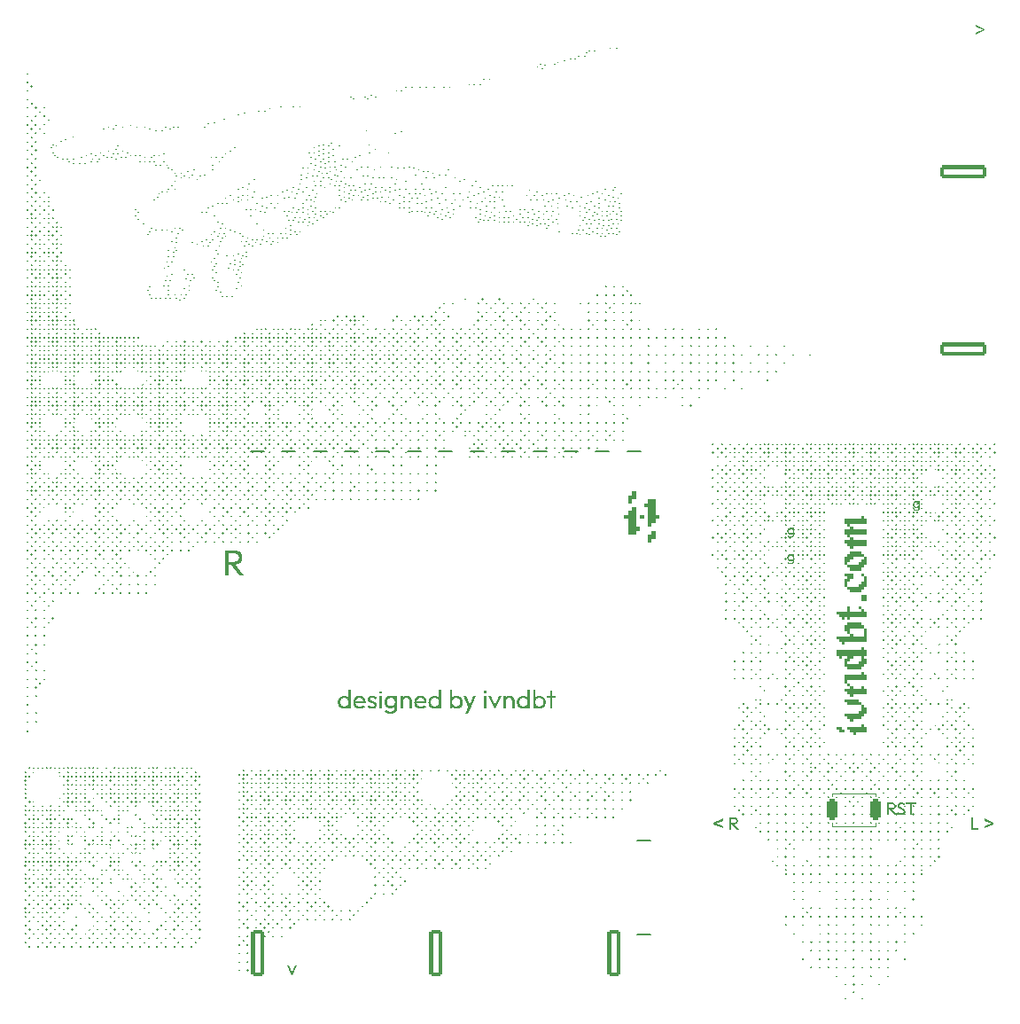
<source format=gto>
%TF.GenerationSoftware,KiCad,Pcbnew,9.0.2*%
%TF.CreationDate,2026-01-27T22:30:12+01:00*%
%TF.ProjectId,obiwanstenobit,6f626977-616e-4737-9465-6e6f6269742e,rev?*%
%TF.SameCoordinates,Original*%
%TF.FileFunction,Legend,Top*%
%TF.FilePolarity,Positive*%
%FSLAX46Y46*%
G04 Gerber Fmt 4.6, Leading zero omitted, Abs format (unit mm)*
G04 Created by KiCad (PCBNEW 9.0.2) date 2026-01-27 22:30:12*
%MOMM*%
%LPD*%
G01*
G04 APERTURE LIST*
G04 Aperture macros list*
%AMRoundRect*
0 Rectangle with rounded corners*
0 $1 Rounding radius*
0 $2 $3 $4 $5 $6 $7 $8 $9 X,Y pos of 4 corners*
0 Add a 4 corners polygon primitive as box body*
4,1,4,$2,$3,$4,$5,$6,$7,$8,$9,$2,$3,0*
0 Add four circle primitives for the rounded corners*
1,1,$1+$1,$2,$3*
1,1,$1+$1,$4,$5*
1,1,$1+$1,$6,$7*
1,1,$1+$1,$8,$9*
0 Add four rect primitives between the rounded corners*
20,1,$1+$1,$2,$3,$4,$5,0*
20,1,$1+$1,$4,$5,$6,$7,0*
20,1,$1+$1,$6,$7,$8,$9,0*
20,1,$1+$1,$8,$9,$2,$3,0*%
%AMFreePoly0*
4,1,6,1.000000,0.000000,0.500000,-0.750000,-0.500000,-0.750000,-0.500000,0.750000,0.500000,0.750000,1.000000,0.000000,1.000000,0.000000,$1*%
%AMFreePoly1*
4,1,6,0.500000,-0.750000,-0.650000,-0.750000,-0.150000,0.000000,-0.650000,0.750000,0.500000,0.750000,0.500000,-0.750000,0.500000,-0.750000,$1*%
%AMFreePoly2*
4,1,15,-0.950000,1.965000,-0.942430,2.030251,-0.900124,2.126064,-0.826064,2.200124,-0.730251,2.242430,-0.665000,2.250000,0.950000,2.250000,0.950000,-2.250000,-0.665000,-2.250000,-0.730251,-2.242430,-0.826064,-2.200124,-0.900124,-2.126064,-0.942430,-2.030251,-0.950000,-1.965000,-0.950000,1.965000,-0.950000,1.965000,$1*%
G04 Aperture macros list end*
%ADD10C,0.250000*%
%ADD11C,0.187500*%
%ADD12C,0.150000*%
%ADD13C,0.312500*%
%ADD14C,0.375000*%
%ADD15C,0.000000*%
%ADD16C,0.200000*%
%ADD17C,0.120000*%
%ADD18C,0.500000*%
%ADD19C,1.900000*%
%ADD20C,2.600000*%
%ADD21C,5.050000*%
%ADD22C,2.200000*%
%ADD23O,2.100000X1.300000*%
%ADD24C,3.000000*%
%ADD25C,0.500000*%
%ADD26R,1.600000X1.600000*%
%ADD27O,1.600000X1.600000*%
%ADD28RoundRect,0.190500X-2.049500X-0.444500X2.049500X-0.444500X2.049500X0.444500X-2.049500X0.444500X0*%
%ADD29FreePoly0,0.000000*%
%ADD30FreePoly1,0.000000*%
%ADD31R,1.752600X1.752600*%
%ADD32C,1.752600*%
%ADD33C,3.208000*%
%ADD34C,3.300000*%
%ADD35FreePoly2,0.000000*%
%ADD36O,3.100000X1.300000*%
%ADD37RoundRect,0.190500X0.444500X-2.049500X0.444500X2.049500X-0.444500X2.049500X-0.444500X-2.049500X0*%
%ADD38RoundRect,0.250000X-0.250000X-0.750000X0.250000X-0.750000X0.250000X0.750000X-0.250000X0.750000X0*%
%ADD39C,2.833000*%
%ADD40FreePoly2,270.000000*%
%ADD41C,3.500000*%
G04 APERTURE END LIST*
D10*
G36*
X175743632Y-115448937D02*
G01*
X175743632Y-115316167D01*
X176059438Y-115316167D01*
X176125861Y-115309701D01*
X176177379Y-115291953D01*
X176217341Y-115264143D01*
X176247637Y-115226206D01*
X176266225Y-115179978D01*
X176272808Y-115123020D01*
X176266511Y-115069234D01*
X176248361Y-115023363D01*
X176218220Y-114983581D01*
X176178475Y-114953815D01*
X176127249Y-114934963D01*
X176061123Y-114928114D01*
X175743632Y-114928114D01*
X175743632Y-114790361D01*
X176066179Y-114790361D01*
X176139064Y-114795432D01*
X176202979Y-114809941D01*
X176259326Y-114833225D01*
X176310710Y-114865739D01*
X176352655Y-114904515D01*
X176386161Y-114949949D01*
X176410623Y-115000879D01*
X176425562Y-115057058D01*
X176430711Y-115119649D01*
X176425503Y-115184497D01*
X176410507Y-115241745D01*
X176386161Y-115292720D01*
X176352604Y-115337993D01*
X176310663Y-115376195D01*
X176259326Y-115407758D01*
X176203075Y-115430098D01*
X176139152Y-115444053D01*
X176066179Y-115448937D01*
X175743632Y-115448937D01*
G37*
G36*
X175637752Y-115956279D02*
G01*
X175637752Y-114790361D01*
X175795655Y-114790361D01*
X175795655Y-115956279D01*
X175637752Y-115956279D01*
G37*
G36*
X176309738Y-115956279D02*
G01*
X175886367Y-115433770D01*
X176035917Y-115381746D01*
X176509699Y-115956279D01*
X176309738Y-115956279D01*
G37*
G36*
X198710411Y-115956279D02*
G01*
X198710411Y-114790361D01*
X198868314Y-114790361D01*
X198868314Y-115956279D01*
X198710411Y-115956279D01*
G37*
G36*
X198817903Y-115956279D02*
G01*
X198817903Y-115811784D01*
X199442920Y-115811784D01*
X199442920Y-115956279D01*
X198817903Y-115956279D01*
G37*
D11*
G36*
X175014279Y-115843466D02*
G01*
X174123922Y-115444495D01*
X174123922Y-115307933D01*
X175014279Y-114908962D01*
X175014279Y-115100113D01*
X174277154Y-115412988D01*
X174277154Y-115341547D01*
X175014279Y-115654514D01*
X175014279Y-115843466D01*
G37*
G36*
X199986728Y-115100113D02*
G01*
X199986728Y-114908962D01*
X200877085Y-115307933D01*
X200877085Y-115444495D01*
X199986728Y-115843466D01*
X199986728Y-115654514D01*
X200723762Y-115341547D01*
X200723762Y-115412988D01*
X199986728Y-115100113D01*
G37*
D12*
G36*
X193514767Y-84575615D02*
G01*
X193560679Y-84586018D01*
X193601849Y-84602840D01*
X193639499Y-84626263D01*
X193671271Y-84654843D01*
X193687273Y-84675473D01*
X193687273Y-84585987D01*
X193813242Y-84585987D01*
X193813242Y-85224377D01*
X193808107Y-85286578D01*
X193793290Y-85341679D01*
X193769156Y-85390951D01*
X193736125Y-85434873D01*
X193695346Y-85472086D01*
X193645935Y-85502997D01*
X193591850Y-85525131D01*
X193531345Y-85538839D01*
X193463242Y-85543602D01*
X193395946Y-85539171D01*
X193335850Y-85526406D01*
X193281891Y-85505806D01*
X193232203Y-85476849D01*
X193190250Y-85441491D01*
X193155251Y-85399377D01*
X193236462Y-85316823D01*
X193281238Y-85362746D01*
X193333060Y-85395897D01*
X193371309Y-85410647D01*
X193415298Y-85419925D01*
X193466050Y-85423191D01*
X193532185Y-85416625D01*
X193585132Y-85398343D01*
X193627739Y-85369274D01*
X193660408Y-85329913D01*
X193680276Y-85282429D01*
X193687273Y-85224377D01*
X193687273Y-85134547D01*
X193669868Y-85156991D01*
X193638097Y-85185592D01*
X193600445Y-85209051D01*
X193559293Y-85225881D01*
X193513826Y-85236243D01*
X193463242Y-85239825D01*
X193403809Y-85234851D01*
X193349789Y-85220334D01*
X193300148Y-85196411D01*
X193255545Y-85163929D01*
X193217657Y-85124275D01*
X193186026Y-85076732D01*
X193162917Y-85024427D01*
X193148843Y-84967578D01*
X193144016Y-84905213D01*
X193274259Y-84905213D01*
X193281280Y-84965537D01*
X193301553Y-85017259D01*
X193334147Y-85060860D01*
X193377146Y-85093524D01*
X193428243Y-85113777D01*
X193488460Y-85120818D01*
X193547290Y-85113940D01*
X193596965Y-85094196D01*
X193638381Y-85062200D01*
X193669016Y-85019274D01*
X193687664Y-84968132D01*
X193694234Y-84906617D01*
X193687497Y-84845090D01*
X193668345Y-84793899D01*
X193637279Y-84750755D01*
X193596232Y-84718306D01*
X193546959Y-84698114D01*
X193487055Y-84691012D01*
X193426937Y-84698072D01*
X193376413Y-84718306D01*
X193333968Y-84750797D01*
X193301553Y-84793899D01*
X193281300Y-84844996D01*
X193274259Y-84905213D01*
X193144016Y-84905213D01*
X193148866Y-84842863D01*
X193162960Y-84786505D01*
X193186026Y-84735098D01*
X193217551Y-84688361D01*
X193255430Y-84648896D01*
X193300148Y-84616090D01*
X193349828Y-84591783D01*
X193403844Y-84577050D01*
X193463242Y-84572004D01*
X193514767Y-84575615D01*
G37*
G36*
X181514767Y-89655615D02*
G01*
X181560679Y-89666018D01*
X181601849Y-89682840D01*
X181639499Y-89706263D01*
X181671271Y-89734843D01*
X181687273Y-89755473D01*
X181687273Y-89665987D01*
X181813242Y-89665987D01*
X181813242Y-90304377D01*
X181808107Y-90366578D01*
X181793290Y-90421679D01*
X181769156Y-90470951D01*
X181736125Y-90514873D01*
X181695346Y-90552086D01*
X181645935Y-90582997D01*
X181591850Y-90605131D01*
X181531345Y-90618839D01*
X181463242Y-90623602D01*
X181395946Y-90619171D01*
X181335850Y-90606406D01*
X181281891Y-90585806D01*
X181232203Y-90556849D01*
X181190250Y-90521491D01*
X181155251Y-90479377D01*
X181236462Y-90396823D01*
X181281238Y-90442746D01*
X181333060Y-90475897D01*
X181371309Y-90490647D01*
X181415298Y-90499925D01*
X181466050Y-90503191D01*
X181532185Y-90496625D01*
X181585132Y-90478343D01*
X181627739Y-90449274D01*
X181660408Y-90409913D01*
X181680276Y-90362429D01*
X181687273Y-90304377D01*
X181687273Y-90214547D01*
X181669868Y-90236991D01*
X181638097Y-90265592D01*
X181600445Y-90289051D01*
X181559293Y-90305881D01*
X181513826Y-90316243D01*
X181463242Y-90319825D01*
X181403809Y-90314851D01*
X181349789Y-90300334D01*
X181300148Y-90276411D01*
X181255545Y-90243929D01*
X181217657Y-90204275D01*
X181186026Y-90156732D01*
X181162917Y-90104427D01*
X181148843Y-90047578D01*
X181144016Y-89985213D01*
X181274259Y-89985213D01*
X181281280Y-90045537D01*
X181301553Y-90097259D01*
X181334147Y-90140860D01*
X181377146Y-90173524D01*
X181428243Y-90193777D01*
X181488460Y-90200818D01*
X181547290Y-90193940D01*
X181596965Y-90174196D01*
X181638381Y-90142200D01*
X181669016Y-90099274D01*
X181687664Y-90048132D01*
X181694234Y-89986617D01*
X181687497Y-89925090D01*
X181668345Y-89873899D01*
X181637279Y-89830755D01*
X181596232Y-89798306D01*
X181546959Y-89778114D01*
X181487055Y-89771012D01*
X181426937Y-89778072D01*
X181376413Y-89798306D01*
X181333968Y-89830797D01*
X181301553Y-89873899D01*
X181281300Y-89924996D01*
X181274259Y-89985213D01*
X181144016Y-89985213D01*
X181148866Y-89922863D01*
X181162960Y-89866505D01*
X181186026Y-89815098D01*
X181217551Y-89768361D01*
X181255430Y-89728896D01*
X181300148Y-89696090D01*
X181349828Y-89671783D01*
X181403844Y-89657050D01*
X181463242Y-89652004D01*
X181514767Y-89655615D01*
G37*
D11*
G36*
X199138728Y-39308482D02*
G01*
X199138728Y-39117331D01*
X200029085Y-39516302D01*
X200029085Y-39652864D01*
X199138728Y-40051835D01*
X199138728Y-39862883D01*
X199875762Y-39549916D01*
X199875762Y-39621357D01*
X199138728Y-39308482D01*
G37*
D13*
G36*
X127656032Y-90647163D02*
G01*
X127656032Y-90370558D01*
X128313961Y-90370558D01*
X128452343Y-90357086D01*
X128559671Y-90320111D01*
X128642925Y-90262175D01*
X128706043Y-90183139D01*
X128744767Y-90086832D01*
X128758483Y-89968167D01*
X128745363Y-89856114D01*
X128707550Y-89760549D01*
X128644757Y-89677671D01*
X128561956Y-89615659D01*
X128455234Y-89576383D01*
X128317472Y-89562114D01*
X127656032Y-89562114D01*
X127656032Y-89275128D01*
X128328005Y-89275128D01*
X128479848Y-89285694D01*
X128613005Y-89315920D01*
X128730395Y-89364430D01*
X128837445Y-89432165D01*
X128924830Y-89512950D01*
X128994635Y-89607604D01*
X129045597Y-89713707D01*
X129076721Y-89830747D01*
X129087447Y-89961145D01*
X129076597Y-90096245D01*
X129045355Y-90215512D01*
X128994635Y-90321709D01*
X128924725Y-90416028D01*
X128837346Y-90495616D01*
X128730395Y-90561372D01*
X128613205Y-90607914D01*
X128480031Y-90636987D01*
X128328005Y-90647163D01*
X127656032Y-90647163D01*
G37*
G36*
X127435450Y-91704124D02*
G01*
X127435450Y-89275128D01*
X127764414Y-89275128D01*
X127764414Y-91704124D01*
X127435450Y-91704124D01*
G37*
G36*
X128835419Y-91704124D02*
G01*
X127953397Y-90615564D01*
X128264960Y-90507181D01*
X129252006Y-91704124D01*
X128835419Y-91704124D01*
G37*
D10*
G36*
X190817408Y-114032271D02*
G01*
X190817408Y-113899501D01*
X191133214Y-113899501D01*
X191199637Y-113893035D01*
X191251155Y-113875287D01*
X191291117Y-113847477D01*
X191321413Y-113809540D01*
X191340001Y-113763312D01*
X191346584Y-113706354D01*
X191340287Y-113652568D01*
X191322137Y-113606697D01*
X191291996Y-113566915D01*
X191252251Y-113537149D01*
X191201025Y-113518297D01*
X191134899Y-113511448D01*
X190817408Y-113511448D01*
X190817408Y-113373695D01*
X191139955Y-113373695D01*
X191212840Y-113378766D01*
X191276755Y-113393275D01*
X191333102Y-113416559D01*
X191384486Y-113449073D01*
X191426431Y-113487849D01*
X191459937Y-113533283D01*
X191484399Y-113584213D01*
X191499338Y-113640392D01*
X191504487Y-113702983D01*
X191499279Y-113767831D01*
X191484283Y-113825079D01*
X191459937Y-113876054D01*
X191426380Y-113921327D01*
X191384439Y-113959529D01*
X191333102Y-113991092D01*
X191276851Y-114013432D01*
X191212928Y-114027387D01*
X191139955Y-114032271D01*
X190817408Y-114032271D01*
G37*
G36*
X190711528Y-114539613D02*
G01*
X190711528Y-113373695D01*
X190869431Y-113373695D01*
X190869431Y-114539613D01*
X190711528Y-114539613D01*
G37*
G36*
X191383514Y-114539613D02*
G01*
X190960143Y-114017104D01*
X191109693Y-113965080D01*
X191583475Y-114539613D01*
X191383514Y-114539613D01*
G37*
G36*
X192034616Y-114556392D02*
G01*
X191943893Y-114550334D01*
X191866177Y-114533199D01*
X191799411Y-114506054D01*
X191737821Y-114468091D01*
X191680262Y-114419700D01*
X191626413Y-114359874D01*
X191733905Y-114252310D01*
X191773799Y-114300754D01*
X191816300Y-114339341D01*
X191861619Y-114369107D01*
X191911283Y-114390335D01*
X191970030Y-114403808D01*
X192039672Y-114408601D01*
X192107825Y-114402997D01*
X192162655Y-114387484D01*
X192206808Y-114363245D01*
X192241970Y-114329062D01*
X192262657Y-114288348D01*
X192269822Y-114238901D01*
X192261737Y-114177916D01*
X192239561Y-114133095D01*
X192204760Y-114096855D01*
X192158081Y-114066709D01*
X192046340Y-114019668D01*
X191925367Y-113974312D01*
X191867093Y-113946800D01*
X191814505Y-113913789D01*
X191769320Y-113872417D01*
X191733025Y-113818901D01*
X191716431Y-113778501D01*
X191705780Y-113729775D01*
X191701958Y-113671036D01*
X191707599Y-113606425D01*
X191723724Y-113550704D01*
X191749805Y-113502215D01*
X191785275Y-113459659D01*
X191828638Y-113423932D01*
X191880890Y-113394724D01*
X191937468Y-113374057D01*
X191999610Y-113361315D01*
X192068249Y-113356915D01*
X192143357Y-113362087D01*
X192211304Y-113377079D01*
X192273193Y-113401465D01*
X192330834Y-113434809D01*
X192379832Y-113473669D01*
X192421057Y-113518189D01*
X192313493Y-113625680D01*
X192258271Y-113571776D01*
X192201752Y-113534968D01*
X192138988Y-113512549D01*
X192064878Y-113504707D01*
X192003360Y-113509821D01*
X191954358Y-113523923D01*
X191915328Y-113545886D01*
X191884649Y-113576843D01*
X191866343Y-113614491D01*
X191859934Y-113660998D01*
X191868126Y-113715381D01*
X191891002Y-113755886D01*
X191926052Y-113788635D01*
X191972481Y-113817215D01*
X192084149Y-113863451D01*
X192205928Y-113909613D01*
X192264132Y-113938309D01*
X192316863Y-113973506D01*
X192362042Y-114017314D01*
X192398343Y-114073451D01*
X192414921Y-114115426D01*
X192425582Y-114166069D01*
X192429411Y-114227104D01*
X192422267Y-114302610D01*
X192401925Y-114366721D01*
X192368999Y-114421697D01*
X192322725Y-114469051D01*
X192267552Y-114505762D01*
X192202457Y-114532975D01*
X192125577Y-114550251D01*
X192034616Y-114556392D01*
G37*
G36*
X192897624Y-114539613D02*
G01*
X192897624Y-113407327D01*
X193055527Y-113407327D01*
X193055527Y-114539613D01*
X192897624Y-114539613D01*
G37*
G36*
X192501145Y-113518189D02*
G01*
X192501145Y-113373695D01*
X193450321Y-113373695D01*
X193450321Y-113518189D01*
X192501145Y-113518189D01*
G37*
D14*
G36*
X186646465Y-106697000D02*
G01*
X186384148Y-106697000D01*
X186121831Y-106697000D01*
X186121831Y-106434683D01*
X185859515Y-106434683D01*
X185859515Y-106172366D01*
X186121831Y-106172366D01*
X186384148Y-106172366D01*
X186384148Y-106434683D01*
X186646465Y-106434683D01*
X186646465Y-106697000D01*
G37*
G36*
X188745000Y-106434683D02*
G01*
X188745000Y-106697000D01*
X188482683Y-106697000D01*
X188220366Y-106697000D01*
X187958049Y-106697000D01*
X187695732Y-106697000D01*
X187695732Y-106959317D01*
X187433415Y-106959317D01*
X187433415Y-106697000D01*
X187171099Y-106697000D01*
X187171099Y-106434683D01*
X186908782Y-106434683D01*
X186908782Y-106172366D01*
X187171099Y-106172366D01*
X187433415Y-106172366D01*
X187695732Y-106172366D01*
X187958049Y-106172366D01*
X188220366Y-106172366D01*
X188220366Y-105910049D01*
X188482683Y-105910049D01*
X188482683Y-106172366D01*
X188745000Y-106172366D01*
X188745000Y-106434683D01*
G37*
G36*
X188745000Y-104599931D02*
G01*
X188745000Y-104862247D01*
X188482683Y-104862247D01*
X188482683Y-105124564D01*
X188220366Y-105124564D01*
X188220366Y-105386881D01*
X187958049Y-105386881D01*
X187695732Y-105386881D01*
X187433415Y-105386881D01*
X187433415Y-105649198D01*
X187171099Y-105649198D01*
X187171099Y-105386881D01*
X186908782Y-105386881D01*
X186908782Y-105124564D01*
X186646465Y-105124564D01*
X186646465Y-104862247D01*
X186908782Y-104862247D01*
X187171099Y-104862247D01*
X187433415Y-104862247D01*
X187695732Y-104862247D01*
X187958049Y-104862247D01*
X187958049Y-104599931D01*
X188220366Y-104599931D01*
X188220366Y-104337614D01*
X188220366Y-104075297D01*
X188482683Y-104075297D01*
X188482683Y-104337614D01*
X188745000Y-104337614D01*
X188745000Y-104599931D01*
G37*
G36*
X188220366Y-104075297D02*
G01*
X187958049Y-104075297D01*
X187695732Y-104075297D01*
X187433415Y-104075297D01*
X187171099Y-104075297D01*
X186908782Y-104075297D01*
X186908782Y-103812980D01*
X186646465Y-103812980D01*
X186646465Y-103550663D01*
X186908782Y-103550663D01*
X187171099Y-103550663D01*
X187433415Y-103550663D01*
X187695732Y-103550663D01*
X187958049Y-103550663D01*
X187958049Y-103812980D01*
X188220366Y-103812980D01*
X188220366Y-104075297D01*
G37*
G36*
X188745000Y-101450663D02*
G01*
X188745000Y-101712980D01*
X188482683Y-101712980D01*
X188220366Y-101712980D01*
X187958049Y-101712980D01*
X187695732Y-101712980D01*
X187433415Y-101712980D01*
X187171099Y-101712980D01*
X186908782Y-101712980D01*
X186908782Y-101975297D01*
X187171099Y-101975297D01*
X187171099Y-102237614D01*
X187433415Y-102237614D01*
X187433415Y-102499931D01*
X187695732Y-102499931D01*
X187958049Y-102499931D01*
X188220366Y-102499931D01*
X188220366Y-102237614D01*
X188482683Y-102237614D01*
X188482683Y-102499931D01*
X188745000Y-102499931D01*
X188745000Y-102762247D01*
X188745000Y-103024564D01*
X188482683Y-103024564D01*
X188220366Y-103024564D01*
X187958049Y-103024564D01*
X187695732Y-103024564D01*
X187433415Y-103024564D01*
X187433415Y-103286881D01*
X187171099Y-103286881D01*
X187171099Y-103024564D01*
X186908782Y-103024564D01*
X186908782Y-102762247D01*
X186646465Y-102762247D01*
X186646465Y-102499931D01*
X186908782Y-102499931D01*
X187171099Y-102499931D01*
X187171099Y-102237614D01*
X186908782Y-102237614D01*
X186908782Y-101975297D01*
X186646465Y-101975297D01*
X186646465Y-101712980D01*
X186646465Y-101450663D01*
X186646465Y-101188347D01*
X186908782Y-101188347D01*
X187171099Y-101188347D01*
X187433415Y-101188347D01*
X187695732Y-101188347D01*
X187958049Y-101188347D01*
X188220366Y-101188347D01*
X188220366Y-100926030D01*
X188482683Y-100926030D01*
X188482683Y-101188347D01*
X188745000Y-101188347D01*
X188745000Y-101450663D01*
G37*
G36*
X188482683Y-98827495D02*
G01*
X188745000Y-98827495D01*
X188745000Y-99089812D01*
X188745000Y-99352129D01*
X188482683Y-99352129D01*
X188482683Y-99614446D01*
X188745000Y-99614446D01*
X188745000Y-99876762D01*
X188745000Y-100139079D01*
X188482683Y-100139079D01*
X188482683Y-100401396D01*
X188220366Y-100401396D01*
X188220366Y-100663713D01*
X187958049Y-100663713D01*
X187695732Y-100663713D01*
X187433415Y-100663713D01*
X187171099Y-100663713D01*
X186908782Y-100663713D01*
X186908782Y-100401396D01*
X186646465Y-100401396D01*
X186646465Y-100139079D01*
X186646465Y-99876762D01*
X186908782Y-99876762D01*
X186908782Y-100139079D01*
X187171099Y-100139079D01*
X187433415Y-100139079D01*
X187695732Y-100139079D01*
X187958049Y-100139079D01*
X187958049Y-99876762D01*
X188220366Y-99876762D01*
X188220366Y-99614446D01*
X188220366Y-99352129D01*
X187958049Y-99352129D01*
X187695732Y-99352129D01*
X187433415Y-99352129D01*
X187433415Y-99614446D01*
X187171099Y-99614446D01*
X187171099Y-99876762D01*
X186908782Y-99876762D01*
X186646465Y-99876762D01*
X186646465Y-99614446D01*
X186908782Y-99614446D01*
X186908782Y-99352129D01*
X186646465Y-99352129D01*
X186384148Y-99352129D01*
X186384148Y-99614446D01*
X186121831Y-99614446D01*
X186121831Y-99352129D01*
X185859515Y-99352129D01*
X185859515Y-99089812D01*
X185859515Y-98827495D01*
X186121831Y-98827495D01*
X186384148Y-98827495D01*
X186646465Y-98827495D01*
X186908782Y-98827495D01*
X187171099Y-98827495D01*
X187433415Y-98827495D01*
X187695732Y-98827495D01*
X187958049Y-98827495D01*
X188220366Y-98827495D01*
X188220366Y-98565178D01*
X188482683Y-98565178D01*
X188482683Y-98827495D01*
G37*
G36*
X188482683Y-96989812D02*
G01*
X188482683Y-96727495D01*
X188745000Y-96727495D01*
X188745000Y-96989812D01*
X188745000Y-97252129D01*
X188745000Y-97514446D01*
X188745000Y-97776762D01*
X188745000Y-98039079D01*
X188482683Y-98039079D01*
X188220366Y-98039079D01*
X187958049Y-98039079D01*
X187695732Y-98039079D01*
X187433415Y-98039079D01*
X187171099Y-98039079D01*
X186908782Y-98039079D01*
X186646465Y-98039079D01*
X186646465Y-98301396D01*
X186384148Y-98301396D01*
X186384148Y-98039079D01*
X186121831Y-98039079D01*
X186121831Y-97776762D01*
X185859515Y-97776762D01*
X185859515Y-97514446D01*
X186121831Y-97514446D01*
X186384148Y-97514446D01*
X186646465Y-97514446D01*
X186908782Y-97514446D01*
X187171099Y-97514446D01*
X187171099Y-97252129D01*
X187433415Y-97252129D01*
X187433415Y-97514446D01*
X187695732Y-97514446D01*
X187958049Y-97514446D01*
X188220366Y-97514446D01*
X188482683Y-97514446D01*
X188482683Y-97252129D01*
X188482683Y-96989812D01*
G37*
G36*
X188482683Y-96727495D02*
G01*
X188220366Y-96727495D01*
X187958049Y-96727495D01*
X187695732Y-96727495D01*
X187433415Y-96727495D01*
X187171099Y-96727495D01*
X187171099Y-96989812D01*
X187171099Y-97252129D01*
X186908782Y-97252129D01*
X186908782Y-96989812D01*
X186646465Y-96989812D01*
X186646465Y-96727495D01*
X186646465Y-96465178D01*
X186908782Y-96465178D01*
X186908782Y-96202862D01*
X187171099Y-96202862D01*
X187433415Y-96202862D01*
X187695732Y-96202862D01*
X187958049Y-96202862D01*
X188220366Y-96202862D01*
X188220366Y-96465178D01*
X188482683Y-96465178D01*
X188482683Y-96727495D01*
G37*
G36*
X188745000Y-95414446D02*
G01*
X188745000Y-95676762D01*
X188482683Y-95676762D01*
X188220366Y-95676762D01*
X187958049Y-95676762D01*
X187695732Y-95676762D01*
X187433415Y-95676762D01*
X187171099Y-95676762D01*
X187171099Y-95939079D01*
X186908782Y-95939079D01*
X186908782Y-95676762D01*
X186646465Y-95676762D01*
X186646465Y-95939079D01*
X186384148Y-95939079D01*
X186384148Y-95676762D01*
X186121831Y-95676762D01*
X186121831Y-95414446D01*
X185859515Y-95414446D01*
X185859515Y-95152129D01*
X186121831Y-95152129D01*
X186384148Y-95152129D01*
X186646465Y-95152129D01*
X186908782Y-95152129D01*
X186908782Y-94889812D01*
X186908782Y-94627495D01*
X187171099Y-94627495D01*
X187171099Y-94889812D01*
X187171099Y-95152129D01*
X187433415Y-95152129D01*
X187695732Y-95152129D01*
X187958049Y-95152129D01*
X188220366Y-95152129D01*
X188220366Y-94889812D01*
X188482683Y-94889812D01*
X188482683Y-95152129D01*
X188745000Y-95152129D01*
X188745000Y-95414446D01*
G37*
G36*
X188220366Y-94889812D02*
G01*
X187958049Y-94889812D01*
X187958049Y-94627495D01*
X188220366Y-94627495D01*
X188220366Y-94889812D01*
G37*
G36*
X188745000Y-93840545D02*
G01*
X188745000Y-94102862D01*
X188482683Y-94102862D01*
X188220366Y-94102862D01*
X188220366Y-93840545D01*
X188220366Y-93578228D01*
X188482683Y-93578228D01*
X188745000Y-93578228D01*
X188745000Y-93840545D01*
G37*
G36*
X188482683Y-92004327D02*
G01*
X188482683Y-91742010D01*
X188745000Y-91742010D01*
X188745000Y-92004327D01*
X188745000Y-92266644D01*
X188745000Y-92528961D01*
X188745000Y-92791277D01*
X188482683Y-92791277D01*
X188482683Y-93053594D01*
X188220366Y-93053594D01*
X188220366Y-93315911D01*
X187958049Y-93315911D01*
X187695732Y-93315911D01*
X187433415Y-93315911D01*
X187171099Y-93315911D01*
X187171099Y-93053594D01*
X186908782Y-93053594D01*
X186908782Y-92791277D01*
X187171099Y-92791277D01*
X187433415Y-92791277D01*
X187695732Y-92791277D01*
X187958049Y-92791277D01*
X187958049Y-92528961D01*
X188220366Y-92528961D01*
X188220366Y-92266644D01*
X188482683Y-92266644D01*
X188482683Y-92004327D01*
G37*
G36*
X188482683Y-91742010D02*
G01*
X188220366Y-91742010D01*
X188220366Y-91479693D01*
X188482683Y-91479693D01*
X188482683Y-91742010D01*
G37*
G36*
X187433415Y-91742010D02*
G01*
X187433415Y-92004327D01*
X187171099Y-92004327D01*
X187171099Y-92266644D01*
X186908782Y-92266644D01*
X186908782Y-92528961D01*
X186908782Y-92791277D01*
X186646465Y-92791277D01*
X186646465Y-92528961D01*
X186646465Y-92266644D01*
X186646465Y-92004327D01*
X186908782Y-92004327D01*
X186908782Y-91742010D01*
X186646465Y-91742010D01*
X186646465Y-91479693D01*
X186908782Y-91479693D01*
X187171099Y-91479693D01*
X187433415Y-91479693D01*
X187433415Y-91742010D01*
G37*
G36*
X188745000Y-90168109D02*
G01*
X188745000Y-90430426D01*
X188745000Y-90692743D01*
X188482683Y-90692743D01*
X188482683Y-90955060D01*
X188220366Y-90955060D01*
X188220366Y-91217377D01*
X187958049Y-91217377D01*
X187695732Y-91217377D01*
X187433415Y-91217377D01*
X187171099Y-91217377D01*
X187171099Y-90955060D01*
X186908782Y-90955060D01*
X186908782Y-90692743D01*
X187171099Y-90692743D01*
X187433415Y-90692743D01*
X187695732Y-90692743D01*
X187958049Y-90692743D01*
X187958049Y-90430426D01*
X188220366Y-90430426D01*
X188220366Y-90168109D01*
X188482683Y-90168109D01*
X188482683Y-89905792D01*
X188745000Y-89905792D01*
X188745000Y-90168109D01*
G37*
G36*
X188482683Y-89905792D02*
G01*
X188220366Y-89905792D01*
X187958049Y-89905792D01*
X187695732Y-89905792D01*
X187433415Y-89905792D01*
X187433415Y-90168109D01*
X187171099Y-90168109D01*
X187171099Y-90430426D01*
X186908782Y-90430426D01*
X186908782Y-90692743D01*
X186646465Y-90692743D01*
X186646465Y-90430426D01*
X186646465Y-90168109D01*
X186646465Y-89905792D01*
X186908782Y-89905792D01*
X186908782Y-89643476D01*
X187171099Y-89643476D01*
X187171099Y-89381159D01*
X187433415Y-89381159D01*
X187695732Y-89381159D01*
X187958049Y-89381159D01*
X188220366Y-89381159D01*
X188220366Y-89643476D01*
X188482683Y-89643476D01*
X188482683Y-89905792D01*
G37*
G36*
X188745000Y-86495674D02*
G01*
X188745000Y-86757991D01*
X188482683Y-86757991D01*
X188220366Y-86757991D01*
X187958049Y-86757991D01*
X187695732Y-86757991D01*
X187433415Y-86757991D01*
X187171099Y-86757991D01*
X187171099Y-87020307D01*
X187433415Y-87020307D01*
X187433415Y-87282624D01*
X187695732Y-87282624D01*
X187958049Y-87282624D01*
X188220366Y-87282624D01*
X188482683Y-87282624D01*
X188745000Y-87282624D01*
X188745000Y-87544941D01*
X188745000Y-87807258D01*
X188482683Y-87807258D01*
X188220366Y-87807258D01*
X187958049Y-87807258D01*
X187695732Y-87807258D01*
X187433415Y-87807258D01*
X187171099Y-87807258D01*
X187171099Y-88069575D01*
X187433415Y-88069575D01*
X187433415Y-88331892D01*
X187695732Y-88331892D01*
X187958049Y-88331892D01*
X188220366Y-88331892D01*
X188482683Y-88331892D01*
X188745000Y-88331892D01*
X188745000Y-88594208D01*
X188745000Y-88856525D01*
X188482683Y-88856525D01*
X188220366Y-88856525D01*
X187958049Y-88856525D01*
X187695732Y-88856525D01*
X187433415Y-88856525D01*
X187433415Y-89118842D01*
X187171099Y-89118842D01*
X187171099Y-88856525D01*
X186908782Y-88856525D01*
X186908782Y-88594208D01*
X186646465Y-88594208D01*
X186646465Y-88331892D01*
X186908782Y-88331892D01*
X187171099Y-88331892D01*
X187171099Y-88069575D01*
X186908782Y-88069575D01*
X186908782Y-87807258D01*
X186646465Y-87807258D01*
X186646465Y-87544941D01*
X186646465Y-87282624D01*
X186908782Y-87282624D01*
X187171099Y-87282624D01*
X187171099Y-87020307D01*
X186908782Y-87020307D01*
X186908782Y-86757991D01*
X186646465Y-86757991D01*
X186646465Y-86495674D01*
X186646465Y-86233357D01*
X186908782Y-86233357D01*
X187171099Y-86233357D01*
X187433415Y-86233357D01*
X187695732Y-86233357D01*
X187958049Y-86233357D01*
X188220366Y-86233357D01*
X188220366Y-85971040D01*
X188482683Y-85971040D01*
X188482683Y-86233357D01*
X188745000Y-86233357D01*
X188745000Y-86495674D01*
G37*
D12*
G36*
X181514767Y-87115615D02*
G01*
X181560679Y-87126018D01*
X181601849Y-87142840D01*
X181639499Y-87166263D01*
X181671271Y-87194843D01*
X181687273Y-87215473D01*
X181687273Y-87125987D01*
X181813242Y-87125987D01*
X181813242Y-87764377D01*
X181808107Y-87826578D01*
X181793290Y-87881679D01*
X181769156Y-87930951D01*
X181736125Y-87974873D01*
X181695346Y-88012086D01*
X181645935Y-88042997D01*
X181591850Y-88065131D01*
X181531345Y-88078839D01*
X181463242Y-88083602D01*
X181395946Y-88079171D01*
X181335850Y-88066406D01*
X181281891Y-88045806D01*
X181232203Y-88016849D01*
X181190250Y-87981491D01*
X181155251Y-87939377D01*
X181236462Y-87856823D01*
X181281238Y-87902746D01*
X181333060Y-87935897D01*
X181371309Y-87950647D01*
X181415298Y-87959925D01*
X181466050Y-87963191D01*
X181532185Y-87956625D01*
X181585132Y-87938343D01*
X181627739Y-87909274D01*
X181660408Y-87869913D01*
X181680276Y-87822429D01*
X181687273Y-87764377D01*
X181687273Y-87674547D01*
X181669868Y-87696991D01*
X181638097Y-87725592D01*
X181600445Y-87749051D01*
X181559293Y-87765881D01*
X181513826Y-87776243D01*
X181463242Y-87779825D01*
X181403809Y-87774851D01*
X181349789Y-87760334D01*
X181300148Y-87736411D01*
X181255545Y-87703929D01*
X181217657Y-87664275D01*
X181186026Y-87616732D01*
X181162917Y-87564427D01*
X181148843Y-87507578D01*
X181144016Y-87445213D01*
X181274259Y-87445213D01*
X181281280Y-87505537D01*
X181301553Y-87557259D01*
X181334147Y-87600860D01*
X181377146Y-87633524D01*
X181428243Y-87653777D01*
X181488460Y-87660818D01*
X181547290Y-87653940D01*
X181596965Y-87634196D01*
X181638381Y-87602200D01*
X181669016Y-87559274D01*
X181687664Y-87508132D01*
X181694234Y-87446617D01*
X181687497Y-87385090D01*
X181668345Y-87333899D01*
X181637279Y-87290755D01*
X181596232Y-87258306D01*
X181546959Y-87238114D01*
X181487055Y-87231012D01*
X181426937Y-87238072D01*
X181376413Y-87258306D01*
X181333968Y-87290797D01*
X181301553Y-87333899D01*
X181281300Y-87384996D01*
X181274259Y-87445213D01*
X181144016Y-87445213D01*
X181148866Y-87382863D01*
X181162960Y-87326505D01*
X181186026Y-87275098D01*
X181217551Y-87228361D01*
X181255430Y-87188896D01*
X181300148Y-87156090D01*
X181349828Y-87131783D01*
X181403844Y-87117050D01*
X181463242Y-87112004D01*
X181514767Y-87115615D01*
G37*
D11*
G36*
X139428622Y-104379000D02*
G01*
X139199241Y-104379000D01*
X139199241Y-104212827D01*
X139168529Y-104252332D01*
X139110871Y-104304611D01*
X139043060Y-104347565D01*
X138968950Y-104378621D01*
X138887923Y-104397629D01*
X138798622Y-104404169D01*
X138690134Y-104394798D01*
X138591652Y-104367440D01*
X138501208Y-104322286D01*
X138420185Y-104261394D01*
X138351120Y-104187497D01*
X138293259Y-104099280D01*
X138251026Y-104002612D01*
X138225272Y-103897368D01*
X138216433Y-103781752D01*
X138216626Y-103779225D01*
X138450869Y-103779225D01*
X138463611Y-103894952D01*
X138499999Y-103992229D01*
X138558775Y-104074593D01*
X138636066Y-104137089D01*
X138695994Y-104166099D01*
X138762312Y-104183835D01*
X138836431Y-104189956D01*
X138910445Y-104183792D01*
X138975837Y-104166021D01*
X139034158Y-104137089D01*
X139109193Y-104074722D01*
X139166488Y-103992229D01*
X139202030Y-103895349D01*
X139214409Y-103781752D01*
X139201566Y-103664102D01*
X139165279Y-103567649D01*
X139107036Y-103486028D01*
X139031740Y-103423998D01*
X138973411Y-103395008D01*
X138907985Y-103377199D01*
X138833903Y-103371021D01*
X138759805Y-103377175D01*
X138693914Y-103394964D01*
X138634747Y-103423998D01*
X138558548Y-103486327D01*
X138499999Y-103568858D01*
X138463541Y-103665795D01*
X138450869Y-103779225D01*
X138216626Y-103779225D01*
X138225272Y-103666136D01*
X138251026Y-103560893D01*
X138293259Y-103464225D01*
X138351072Y-103375932D01*
X138420137Y-103301614D01*
X138501208Y-103240010D01*
X138591729Y-103194098D01*
X138690203Y-103166318D01*
X138798622Y-103156808D01*
X138886230Y-103163320D01*
X138966446Y-103182325D01*
X139040532Y-103213521D01*
X139108500Y-103256356D01*
X139166571Y-103308251D01*
X139199241Y-103349256D01*
X139199241Y-102579675D01*
X139428622Y-102579675D01*
X139428622Y-104379000D01*
G37*
G36*
X140313062Y-104404169D02*
G01*
X140196048Y-104394790D01*
X140089182Y-104367395D01*
X139990588Y-104322286D01*
X139901212Y-104260848D01*
X139825983Y-104186855D01*
X139763736Y-104099280D01*
X139717957Y-104002223D01*
X139690098Y-103896212D01*
X139680534Y-103779225D01*
X139689914Y-103663856D01*
X139717304Y-103558645D01*
X139762417Y-103461697D01*
X139823744Y-103373906D01*
X139897339Y-103299941D01*
X139984214Y-103238691D01*
X140080358Y-103193528D01*
X140184336Y-103166164D01*
X140298005Y-103156808D01*
X140406767Y-103165582D01*
X140503940Y-103190977D01*
X140591572Y-103232426D01*
X140670164Y-103289194D01*
X140736209Y-103358493D01*
X140790618Y-103441583D01*
X140830057Y-103533035D01*
X140854191Y-103633235D01*
X140862499Y-103743944D01*
X140859971Y-103798129D01*
X140849859Y-103864954D01*
X139839353Y-103864954D01*
X139839353Y-103675910D01*
X140728959Y-103675910D01*
X140645758Y-103749000D01*
X140634360Y-103633934D01*
X140602893Y-103543579D01*
X140550910Y-103468299D01*
X140481883Y-103412567D01*
X140398001Y-103378209D01*
X140292949Y-103365966D01*
X140182247Y-103378995D01*
X140088737Y-103416414D01*
X140034390Y-103454512D01*
X139989281Y-103501263D01*
X139952670Y-103557538D01*
X139917376Y-103653907D01*
X139904859Y-103771641D01*
X139910786Y-103854442D01*
X139927793Y-103927453D01*
X139955197Y-103992229D01*
X139993741Y-104050619D01*
X140041346Y-104099011D01*
X140098849Y-104138298D01*
X140162867Y-104166573D01*
X140233809Y-104183948D01*
X140313062Y-104189956D01*
X140410949Y-104180922D01*
X140498369Y-104154675D01*
X140576652Y-104110674D01*
X140643230Y-104048832D01*
X140789409Y-104197539D01*
X140728051Y-104259307D01*
X140658197Y-104310404D01*
X140578933Y-104351302D01*
X140450750Y-104390821D01*
X140313062Y-104404169D01*
G37*
G36*
X141489751Y-104404169D02*
G01*
X141390898Y-104397449D01*
X141299498Y-104377790D01*
X141213155Y-104345487D01*
X141134414Y-104302173D01*
X141063705Y-104248137D01*
X141003402Y-104185010D01*
X141149582Y-104038830D01*
X141221029Y-104109756D01*
X141300707Y-104158521D01*
X141390087Y-104187502D01*
X141492279Y-104197539D01*
X141590810Y-104187337D01*
X141656044Y-104161049D01*
X141688751Y-104132876D01*
X141707609Y-104099457D01*
X141714076Y-104058944D01*
X141702109Y-104000006D01*
X141667474Y-103956948D01*
X141616261Y-103924533D01*
X141547783Y-103896388D01*
X141392701Y-103848577D01*
X141312681Y-103821021D01*
X141237729Y-103786808D01*
X141171160Y-103741940D01*
X141118038Y-103683494D01*
X141093148Y-103637587D01*
X141077200Y-103580543D01*
X141071436Y-103509617D01*
X141077602Y-103438980D01*
X141095361Y-103376941D01*
X141124303Y-103321892D01*
X141186908Y-103252234D01*
X141271801Y-103199673D01*
X141372410Y-103168227D01*
X141499863Y-103156808D01*
X141635621Y-103169590D01*
X141750566Y-103205938D01*
X141819437Y-103244212D01*
X141879229Y-103293084D01*
X141930817Y-103353326D01*
X141784637Y-103499505D01*
X141728187Y-103441524D01*
X141659890Y-103398719D01*
X141582146Y-103372536D01*
X141492279Y-103363438D01*
X141401124Y-103373031D01*
X141342363Y-103397510D01*
X141313356Y-103423479D01*
X141296507Y-103454379D01*
X141290705Y-103491922D01*
X141302271Y-103546031D01*
X141335988Y-103585235D01*
X141386041Y-103614261D01*
X141455679Y-103640629D01*
X141610761Y-103687230D01*
X141689595Y-103715320D01*
X141764414Y-103751527D01*
X141830971Y-103798870D01*
X141884105Y-103859898D01*
X141909063Y-103907432D01*
X141925048Y-103966178D01*
X141930817Y-104038830D01*
X141922890Y-104121049D01*
X141900208Y-104191531D01*
X141863288Y-104252631D01*
X141811126Y-104305910D01*
X141726222Y-104358690D01*
X141620886Y-104392132D01*
X141489751Y-104404169D01*
G37*
G36*
X142186246Y-104379000D02*
G01*
X142186246Y-103181978D01*
X142413099Y-103181978D01*
X142413099Y-104379000D01*
X142186246Y-104379000D01*
G37*
G36*
X142299672Y-102942595D02*
G01*
X142241793Y-102931981D01*
X142196358Y-102901049D01*
X142166321Y-102854619D01*
X142156021Y-102796416D01*
X142166217Y-102740410D01*
X142196358Y-102694420D01*
X142241802Y-102663402D01*
X142299672Y-102652764D01*
X142357543Y-102663402D01*
X142402987Y-102694420D01*
X142433128Y-102740410D01*
X142443324Y-102796416D01*
X142433024Y-102854619D01*
X142402987Y-102901049D01*
X142357552Y-102931981D01*
X142299672Y-102942595D01*
G37*
G36*
X143337418Y-103163307D02*
G01*
X143420059Y-103182032D01*
X143494166Y-103212312D01*
X143561936Y-103254475D01*
X143619125Y-103305918D01*
X143647930Y-103343054D01*
X143647930Y-103181978D01*
X143874672Y-103181978D01*
X143874672Y-104331079D01*
X143865430Y-104443040D01*
X143838759Y-104542222D01*
X143795318Y-104630912D01*
X143735863Y-104709971D01*
X143662460Y-104776955D01*
X143573521Y-104832595D01*
X143476167Y-104872437D01*
X143367259Y-104897110D01*
X143244672Y-104905685D01*
X143123541Y-104897708D01*
X143015368Y-104874731D01*
X142918242Y-104837651D01*
X142828802Y-104785529D01*
X142753288Y-104721885D01*
X142690290Y-104646079D01*
X142836469Y-104497482D01*
X142917067Y-104580143D01*
X143010346Y-104639814D01*
X143079193Y-104666366D01*
X143158374Y-104683066D01*
X143249728Y-104688944D01*
X143368770Y-104677125D01*
X143464075Y-104644219D01*
X143540768Y-104591894D01*
X143599571Y-104521044D01*
X143635335Y-104435572D01*
X143647930Y-104331079D01*
X143647930Y-104169385D01*
X143616601Y-104209785D01*
X143559411Y-104261265D01*
X143491639Y-104303492D01*
X143417564Y-104333786D01*
X143335725Y-104352438D01*
X143244672Y-104358886D01*
X143137694Y-104349932D01*
X143040458Y-104323801D01*
X142951105Y-104280741D01*
X142870818Y-104222273D01*
X142802619Y-104150896D01*
X142745684Y-104065318D01*
X142704088Y-103971169D01*
X142678755Y-103868841D01*
X142670067Y-103756583D01*
X142904503Y-103756583D01*
X142917141Y-103865167D01*
X142953633Y-103958267D01*
X143012303Y-104036749D01*
X143089700Y-104095543D01*
X143181675Y-104131998D01*
X143290065Y-104144673D01*
X143395960Y-104132292D01*
X143485374Y-104096752D01*
X143559923Y-104039160D01*
X143615067Y-103961894D01*
X143648633Y-103869838D01*
X143660459Y-103759111D01*
X143648333Y-103648363D01*
X143613858Y-103556219D01*
X143557940Y-103478559D01*
X143484055Y-103420151D01*
X143395364Y-103383806D01*
X143287537Y-103371021D01*
X143179324Y-103383730D01*
X143088381Y-103420151D01*
X143011980Y-103478636D01*
X142953633Y-103556219D01*
X142917178Y-103648193D01*
X142904503Y-103756583D01*
X142670067Y-103756583D01*
X142678797Y-103644354D01*
X142704166Y-103542909D01*
X142745684Y-103450376D01*
X142802428Y-103366250D01*
X142870612Y-103295214D01*
X142951105Y-103236163D01*
X143040528Y-103192410D01*
X143137756Y-103165890D01*
X143244672Y-103156808D01*
X143337418Y-103163307D01*
G37*
G36*
X145052790Y-104379000D02*
G01*
X145052790Y-103680966D01*
X145042823Y-103593746D01*
X145014237Y-103520021D01*
X144967061Y-103456751D01*
X144905157Y-103408170D01*
X144832343Y-103378766D01*
X144745374Y-103368494D01*
X144658538Y-103378857D01*
X144584027Y-103408830D01*
X144521021Y-103456723D01*
X144473128Y-103519729D01*
X144443235Y-103594218D01*
X144432902Y-103680966D01*
X144339589Y-103627989D01*
X144346586Y-103538903D01*
X144366879Y-103458785D01*
X144400039Y-103386079D01*
X144445669Y-103320492D01*
X144501651Y-103264910D01*
X144568969Y-103218577D01*
X144643363Y-103184588D01*
X144724357Y-103163904D01*
X144813408Y-103156808D01*
X144902078Y-103164634D01*
X144981686Y-103187392D01*
X145053999Y-103224842D01*
X145118941Y-103274913D01*
X145173736Y-103333893D01*
X145219083Y-103402565D01*
X145252851Y-103477509D01*
X145272914Y-103554829D01*
X145279643Y-103635573D01*
X145279643Y-104379000D01*
X145052790Y-104379000D01*
G37*
G36*
X144206049Y-104379000D02*
G01*
X144206049Y-103181978D01*
X144432902Y-103181978D01*
X144432902Y-104379000D01*
X144206049Y-104379000D01*
G37*
G36*
X146140892Y-104404169D02*
G01*
X146023878Y-104394790D01*
X145917011Y-104367395D01*
X145818418Y-104322286D01*
X145729042Y-104260848D01*
X145653813Y-104186855D01*
X145591565Y-104099280D01*
X145545786Y-104002223D01*
X145517928Y-103896212D01*
X145508364Y-103779225D01*
X145517744Y-103663856D01*
X145545133Y-103558645D01*
X145590246Y-103461697D01*
X145651574Y-103373906D01*
X145725169Y-103299941D01*
X145812043Y-103238691D01*
X145908187Y-103193528D01*
X146012165Y-103166164D01*
X146125834Y-103156808D01*
X146234597Y-103165582D01*
X146331770Y-103190977D01*
X146419402Y-103232426D01*
X146497994Y-103289194D01*
X146564038Y-103358493D01*
X146618448Y-103441583D01*
X146657886Y-103533035D01*
X146682021Y-103633235D01*
X146690328Y-103743944D01*
X146687800Y-103798129D01*
X146677689Y-103864954D01*
X145667183Y-103864954D01*
X145667183Y-103675910D01*
X146556789Y-103675910D01*
X146473587Y-103749000D01*
X146462190Y-103633934D01*
X146430723Y-103543579D01*
X146378740Y-103468299D01*
X146309712Y-103412567D01*
X146225830Y-103378209D01*
X146120778Y-103365966D01*
X146010077Y-103378995D01*
X145916567Y-103416414D01*
X145862220Y-103454512D01*
X145817111Y-103501263D01*
X145780499Y-103557538D01*
X145745206Y-103653907D01*
X145732689Y-103771641D01*
X145738616Y-103854442D01*
X145755623Y-103927453D01*
X145783027Y-103992229D01*
X145821571Y-104050619D01*
X145869176Y-104099011D01*
X145926679Y-104138298D01*
X145990697Y-104166573D01*
X146061639Y-104183948D01*
X146140892Y-104189956D01*
X146238779Y-104180922D01*
X146326199Y-104154675D01*
X146404482Y-104110674D01*
X146471059Y-104048832D01*
X146617239Y-104197539D01*
X146555880Y-104259307D01*
X146486027Y-104310404D01*
X146406762Y-104351302D01*
X146278579Y-104390821D01*
X146140892Y-104404169D01*
G37*
G36*
X148073647Y-104379000D02*
G01*
X147844266Y-104379000D01*
X147844266Y-104212826D01*
X147813554Y-104252332D01*
X147755896Y-104304611D01*
X147688085Y-104347565D01*
X147613974Y-104378621D01*
X147532948Y-104397629D01*
X147443647Y-104404169D01*
X147335158Y-104394798D01*
X147236676Y-104367440D01*
X147146232Y-104322286D01*
X147065209Y-104261394D01*
X146996145Y-104187497D01*
X146938284Y-104099280D01*
X146896051Y-104002612D01*
X146870297Y-103897368D01*
X146861457Y-103781752D01*
X146861650Y-103779225D01*
X147095894Y-103779225D01*
X147108636Y-103894952D01*
X147145023Y-103992229D01*
X147203799Y-104074593D01*
X147281091Y-104137089D01*
X147341019Y-104166099D01*
X147407336Y-104183835D01*
X147481455Y-104189956D01*
X147555470Y-104183792D01*
X147620861Y-104166021D01*
X147679182Y-104137089D01*
X147754217Y-104074722D01*
X147811513Y-103992229D01*
X147847054Y-103895349D01*
X147859433Y-103781752D01*
X147846591Y-103664102D01*
X147810304Y-103567649D01*
X147752060Y-103486028D01*
X147676764Y-103423998D01*
X147618435Y-103395008D01*
X147553009Y-103377199D01*
X147478927Y-103371021D01*
X147404829Y-103377175D01*
X147338938Y-103394964D01*
X147279772Y-103423998D01*
X147203572Y-103486327D01*
X147145023Y-103568858D01*
X147108565Y-103665795D01*
X147095894Y-103779225D01*
X146861650Y-103779225D01*
X146870297Y-103666136D01*
X146896051Y-103560893D01*
X146938284Y-103464225D01*
X146996097Y-103375932D01*
X147065162Y-103301614D01*
X147146232Y-103240010D01*
X147236754Y-103194098D01*
X147335227Y-103166318D01*
X147443647Y-103156808D01*
X147531254Y-103163320D01*
X147611470Y-103182325D01*
X147685557Y-103213521D01*
X147753525Y-103256356D01*
X147811595Y-103308251D01*
X147844266Y-103349257D01*
X147844266Y-102579675D01*
X148073647Y-102579675D01*
X148073647Y-104379000D01*
G37*
G36*
X149154604Y-103349197D02*
G01*
X149187289Y-103308326D01*
X149245780Y-103256421D01*
X149314522Y-103213521D01*
X149389455Y-103182286D01*
X149470129Y-103163299D01*
X149557752Y-103156808D01*
X149664583Y-103166253D01*
X149762662Y-103193973D01*
X149853847Y-103240010D01*
X149935648Y-103301745D01*
X150004678Y-103376070D01*
X150061796Y-103464225D01*
X150103342Y-103560827D01*
X150128703Y-103666078D01*
X150137413Y-103781752D01*
X150128703Y-103897426D01*
X150103342Y-104002678D01*
X150061796Y-104099280D01*
X150004631Y-104187359D01*
X149935601Y-104261263D01*
X149853847Y-104322286D01*
X149762739Y-104367564D01*
X149664651Y-104394862D01*
X149557752Y-104404169D01*
X149468438Y-104397650D01*
X149386951Y-104378660D01*
X149311994Y-104347565D01*
X149243416Y-104304541D01*
X149185377Y-104252252D01*
X149154604Y-104212768D01*
X149154604Y-104379000D01*
X148927752Y-104379000D01*
X148927752Y-103781752D01*
X149141965Y-103781752D01*
X149154021Y-103895426D01*
X149188566Y-103992229D01*
X149245350Y-104074493D01*
X149322106Y-104137089D01*
X149381999Y-104166188D01*
X149447511Y-104183881D01*
X149519943Y-104189956D01*
X149594045Y-104183812D01*
X149659899Y-104166056D01*
X149718988Y-104137089D01*
X149795544Y-104074732D01*
X149855056Y-103992229D01*
X149882602Y-103929121D01*
X149899604Y-103858602D01*
X149905505Y-103779225D01*
X149892545Y-103665697D01*
X149855056Y-103567649D01*
X149795385Y-103484235D01*
X149718988Y-103422679D01*
X149660005Y-103394313D01*
X149594948Y-103376991D01*
X149522471Y-103371021D01*
X149448302Y-103377034D01*
X149382403Y-103394397D01*
X149323315Y-103422679D01*
X149247517Y-103484321D01*
X149189775Y-103567649D01*
X149154348Y-103665869D01*
X149141965Y-103781752D01*
X148927752Y-103781752D01*
X148927752Y-102579675D01*
X149154604Y-102579675D01*
X149154604Y-103349197D01*
G37*
G36*
X150741804Y-104389111D02*
G01*
X150222703Y-103181978D01*
X150474725Y-103181978D01*
X150860286Y-104126978D01*
X150779613Y-104126978D01*
X151185288Y-103181978D01*
X151437310Y-103181978D01*
X150877872Y-104389111D01*
X150741804Y-104389111D01*
G37*
G36*
X150399107Y-104880516D02*
G01*
X150751916Y-104157203D01*
X150877872Y-104389111D01*
X150651129Y-104880516D01*
X150399107Y-104880516D01*
G37*
G36*
X152169526Y-104379000D02*
G01*
X152169526Y-103181978D01*
X152396379Y-103181978D01*
X152396379Y-104379000D01*
X152169526Y-104379000D01*
G37*
G36*
X152282952Y-102942595D02*
G01*
X152225073Y-102931981D01*
X152179637Y-102901049D01*
X152149601Y-102854619D01*
X152139301Y-102796416D01*
X152149497Y-102740410D01*
X152179637Y-102694420D01*
X152225082Y-102663402D01*
X152282952Y-102652764D01*
X152340822Y-102663402D01*
X152386267Y-102694420D01*
X152416408Y-102740410D01*
X152426604Y-102796416D01*
X152416304Y-102854619D01*
X152386267Y-102901049D01*
X152340831Y-102931981D01*
X152282952Y-102942595D01*
G37*
G36*
X153142333Y-104379000D02*
G01*
X152592896Y-103181978D01*
X152844918Y-103181978D01*
X153285874Y-104192483D01*
X153139805Y-104192483D01*
X153583289Y-103181978D01*
X153825199Y-103181978D01*
X153275873Y-104379000D01*
X153142333Y-104379000D01*
G37*
G36*
X154865491Y-104379000D02*
G01*
X154865491Y-103680966D01*
X154855523Y-103593746D01*
X154826937Y-103520021D01*
X154779761Y-103456751D01*
X154717858Y-103408170D01*
X154645044Y-103378766D01*
X154558074Y-103368494D01*
X154471238Y-103378857D01*
X154396727Y-103408830D01*
X154333722Y-103456723D01*
X154285829Y-103519729D01*
X154255936Y-103594218D01*
X154245602Y-103680966D01*
X154152289Y-103627989D01*
X154159286Y-103538903D01*
X154179580Y-103458785D01*
X154212739Y-103386079D01*
X154258370Y-103320492D01*
X154314352Y-103264910D01*
X154381670Y-103218577D01*
X154456064Y-103184588D01*
X154537057Y-103163904D01*
X154626108Y-103156808D01*
X154714779Y-103164634D01*
X154794387Y-103187392D01*
X154866700Y-103224842D01*
X154931641Y-103274913D01*
X154986437Y-103333893D01*
X155031783Y-103402565D01*
X155065552Y-103477509D01*
X155085615Y-103554829D01*
X155092343Y-103635573D01*
X155092343Y-104379000D01*
X154865491Y-104379000D01*
G37*
G36*
X154018749Y-104379000D02*
G01*
X154018749Y-103181978D01*
X154245602Y-103181978D01*
X154245602Y-104379000D01*
X154018749Y-104379000D01*
G37*
G36*
X156535782Y-104379000D02*
G01*
X156306401Y-104379000D01*
X156306401Y-104212827D01*
X156275689Y-104252332D01*
X156218031Y-104304611D01*
X156150220Y-104347565D01*
X156076109Y-104378621D01*
X155995083Y-104397629D01*
X155905782Y-104404169D01*
X155797294Y-104394798D01*
X155698811Y-104367440D01*
X155608367Y-104322286D01*
X155527344Y-104261394D01*
X155458280Y-104187497D01*
X155400419Y-104099280D01*
X155358186Y-104002612D01*
X155332432Y-103897368D01*
X155323592Y-103781752D01*
X155323785Y-103779225D01*
X155558029Y-103779225D01*
X155570771Y-103894952D01*
X155607158Y-103992229D01*
X155665935Y-104074593D01*
X155743226Y-104137089D01*
X155803154Y-104166099D01*
X155869471Y-104183835D01*
X155943591Y-104189956D01*
X156017605Y-104183792D01*
X156082997Y-104166021D01*
X156141318Y-104137089D01*
X156216353Y-104074722D01*
X156273648Y-103992229D01*
X156309190Y-103895349D01*
X156321569Y-103781752D01*
X156308726Y-103664102D01*
X156272439Y-103567649D01*
X156214196Y-103486028D01*
X156138900Y-103423998D01*
X156080570Y-103395008D01*
X156015145Y-103377199D01*
X155941063Y-103371021D01*
X155866965Y-103377175D01*
X155801073Y-103394964D01*
X155741907Y-103423998D01*
X155665708Y-103486327D01*
X155607158Y-103568858D01*
X155570701Y-103665795D01*
X155558029Y-103779225D01*
X155323785Y-103779225D01*
X155332432Y-103666136D01*
X155358186Y-103560893D01*
X155400419Y-103464225D01*
X155458232Y-103375932D01*
X155527297Y-103301614D01*
X155608367Y-103240010D01*
X155698889Y-103194098D01*
X155797362Y-103166318D01*
X155905782Y-103156808D01*
X155993390Y-103163320D01*
X156073605Y-103182325D01*
X156147692Y-103213521D01*
X156215660Y-103256356D01*
X156273731Y-103308251D01*
X156306401Y-103349256D01*
X156306401Y-102579675D01*
X156535782Y-102579675D01*
X156535782Y-104379000D01*
G37*
G36*
X157092692Y-103349197D02*
G01*
X157125377Y-103308326D01*
X157183868Y-103256421D01*
X157252610Y-103213521D01*
X157327543Y-103182286D01*
X157408217Y-103163299D01*
X157495839Y-103156808D01*
X157602671Y-103166253D01*
X157700750Y-103193973D01*
X157791935Y-103240010D01*
X157873736Y-103301745D01*
X157942766Y-103376070D01*
X157999883Y-103464225D01*
X158041430Y-103560827D01*
X158066791Y-103666078D01*
X158075501Y-103781752D01*
X158066791Y-103897426D01*
X158041430Y-104002678D01*
X157999883Y-104099280D01*
X157942719Y-104187359D01*
X157873689Y-104261263D01*
X157791935Y-104322286D01*
X157700826Y-104367564D01*
X157602739Y-104394862D01*
X157495839Y-104404169D01*
X157406526Y-104397650D01*
X157325039Y-104378660D01*
X157250082Y-104347565D01*
X157181503Y-104304541D01*
X157123464Y-104252252D01*
X157092692Y-104212769D01*
X157092692Y-104379000D01*
X156865839Y-104379000D01*
X156865839Y-103781752D01*
X157080053Y-103781752D01*
X157092108Y-103895426D01*
X157126654Y-103992229D01*
X157183438Y-104074493D01*
X157260194Y-104137089D01*
X157320087Y-104166188D01*
X157385599Y-104183881D01*
X157458031Y-104189956D01*
X157532133Y-104183812D01*
X157597987Y-104166056D01*
X157657076Y-104137089D01*
X157733632Y-104074732D01*
X157793144Y-103992229D01*
X157820690Y-103929121D01*
X157837692Y-103858602D01*
X157843592Y-103779225D01*
X157830633Y-103665697D01*
X157793144Y-103567649D01*
X157733473Y-103484235D01*
X157657076Y-103422679D01*
X157598092Y-103394313D01*
X157533036Y-103376991D01*
X157460559Y-103371021D01*
X157386390Y-103377034D01*
X157320491Y-103394397D01*
X157261403Y-103422679D01*
X157185604Y-103484321D01*
X157127863Y-103567649D01*
X157092436Y-103665869D01*
X157080053Y-103781752D01*
X156865839Y-103781752D01*
X156865839Y-102579675D01*
X157092692Y-102579675D01*
X157092692Y-103349197D01*
G37*
G36*
X158477769Y-104379000D02*
G01*
X158477769Y-102680571D01*
X158704622Y-102680571D01*
X158704622Y-104379000D01*
X158477769Y-104379000D01*
G37*
G36*
X158182882Y-103388607D02*
G01*
X158182882Y-103181978D01*
X158999398Y-103181978D01*
X158999398Y-103388607D01*
X158182882Y-103388607D01*
G37*
G36*
X134105181Y-128939343D02*
G01*
X134296332Y-128939343D01*
X133897361Y-129829700D01*
X133760799Y-129829700D01*
X133361828Y-128939343D01*
X133550780Y-128939343D01*
X133863747Y-129676377D01*
X133792306Y-129676377D01*
X134105181Y-128939343D01*
G37*
D15*
%TO.C,G\u002A\u002A\u002A*%
G36*
X108458000Y-110464600D02*
G01*
X108356400Y-110566200D01*
X108254800Y-110464600D01*
X108356400Y-110363000D01*
X108458000Y-110464600D01*
G37*
G36*
X108458000Y-110871000D02*
G01*
X108356400Y-110972600D01*
X108254800Y-110871000D01*
X108356400Y-110769400D01*
X108458000Y-110871000D01*
G37*
G36*
X108458000Y-111277400D02*
G01*
X108356400Y-111379000D01*
X108254800Y-111277400D01*
X108356400Y-111175800D01*
X108458000Y-111277400D01*
G37*
G36*
X108458000Y-111683800D02*
G01*
X108356400Y-111785400D01*
X108254800Y-111683800D01*
X108356400Y-111582200D01*
X108458000Y-111683800D01*
G37*
G36*
X108458000Y-112090200D02*
G01*
X108356400Y-112191800D01*
X108254800Y-112090200D01*
X108356400Y-111988600D01*
X108458000Y-112090200D01*
G37*
G36*
X108458000Y-112496600D02*
G01*
X108356400Y-112598200D01*
X108254800Y-112496600D01*
X108356400Y-112395000D01*
X108458000Y-112496600D01*
G37*
G36*
X108458000Y-112903000D02*
G01*
X108356400Y-113004600D01*
X108254800Y-112903000D01*
X108356400Y-112801400D01*
X108458000Y-112903000D01*
G37*
G36*
X108458000Y-113715800D02*
G01*
X108356400Y-113817400D01*
X108254800Y-113715800D01*
X108356400Y-113614200D01*
X108458000Y-113715800D01*
G37*
G36*
X108458000Y-114122200D02*
G01*
X108356400Y-114223800D01*
X108254800Y-114122200D01*
X108356400Y-114020600D01*
X108458000Y-114122200D01*
G37*
G36*
X108458000Y-114528600D02*
G01*
X108356400Y-114630200D01*
X108254800Y-114528600D01*
X108356400Y-114427000D01*
X108458000Y-114528600D01*
G37*
G36*
X108458000Y-115341400D02*
G01*
X108356400Y-115443000D01*
X108254800Y-115341400D01*
X108356400Y-115239800D01*
X108458000Y-115341400D01*
G37*
G36*
X108458000Y-115747800D02*
G01*
X108356400Y-115849400D01*
X108254800Y-115747800D01*
X108356400Y-115646200D01*
X108458000Y-115747800D01*
G37*
G36*
X108458000Y-116154200D02*
G01*
X108356400Y-116255800D01*
X108254800Y-116154200D01*
X108356400Y-116052600D01*
X108458000Y-116154200D01*
G37*
G36*
X108458000Y-116967000D02*
G01*
X108356400Y-117068600D01*
X108254800Y-116967000D01*
X108356400Y-116865400D01*
X108458000Y-116967000D01*
G37*
G36*
X108458000Y-117373400D02*
G01*
X108356400Y-117475000D01*
X108254800Y-117373400D01*
X108356400Y-117271800D01*
X108458000Y-117373400D01*
G37*
G36*
X108458000Y-117779800D02*
G01*
X108356400Y-117881400D01*
X108254800Y-117779800D01*
X108356400Y-117678200D01*
X108458000Y-117779800D01*
G37*
G36*
X108458000Y-118592600D02*
G01*
X108356400Y-118694200D01*
X108254800Y-118592600D01*
X108356400Y-118491000D01*
X108458000Y-118592600D01*
G37*
G36*
X108458000Y-118999000D02*
G01*
X108356400Y-119100600D01*
X108254800Y-118999000D01*
X108356400Y-118897400D01*
X108458000Y-118999000D01*
G37*
G36*
X108458000Y-119405400D02*
G01*
X108356400Y-119507000D01*
X108254800Y-119405400D01*
X108356400Y-119303800D01*
X108458000Y-119405400D01*
G37*
G36*
X108458000Y-120218200D02*
G01*
X108356400Y-120319800D01*
X108254800Y-120218200D01*
X108356400Y-120116600D01*
X108458000Y-120218200D01*
G37*
G36*
X108458000Y-120624600D02*
G01*
X108356400Y-120726200D01*
X108254800Y-120624600D01*
X108356400Y-120523000D01*
X108458000Y-120624600D01*
G37*
G36*
X108458000Y-121031000D02*
G01*
X108356400Y-121132600D01*
X108254800Y-121031000D01*
X108356400Y-120929400D01*
X108458000Y-121031000D01*
G37*
G36*
X108458000Y-121843800D02*
G01*
X108356400Y-121945400D01*
X108254800Y-121843800D01*
X108356400Y-121742200D01*
X108458000Y-121843800D01*
G37*
G36*
X108458000Y-122656600D02*
G01*
X108356400Y-122758200D01*
X108254800Y-122656600D01*
X108356400Y-122555000D01*
X108458000Y-122656600D01*
G37*
G36*
X108458000Y-123469400D02*
G01*
X108356400Y-123571000D01*
X108254800Y-123469400D01*
X108356400Y-123367800D01*
X108458000Y-123469400D01*
G37*
G36*
X108458000Y-123875800D02*
G01*
X108356400Y-123977400D01*
X108254800Y-123875800D01*
X108356400Y-123774200D01*
X108458000Y-123875800D01*
G37*
G36*
X108458000Y-124282200D02*
G01*
X108356400Y-124383800D01*
X108254800Y-124282200D01*
X108356400Y-124180600D01*
X108458000Y-124282200D01*
G37*
G36*
X108458000Y-125095000D02*
G01*
X108356400Y-125196600D01*
X108254800Y-125095000D01*
X108356400Y-124993400D01*
X108458000Y-125095000D01*
G37*
G36*
X108458000Y-125907800D02*
G01*
X108356400Y-126009400D01*
X108254800Y-125907800D01*
X108356400Y-125806200D01*
X108458000Y-125907800D01*
G37*
G36*
X108458000Y-126720600D02*
G01*
X108356400Y-126822200D01*
X108254800Y-126720600D01*
X108356400Y-126619000D01*
X108458000Y-126720600D01*
G37*
G36*
X108864400Y-110058200D02*
G01*
X108762800Y-110159800D01*
X108661200Y-110058200D01*
X108762800Y-109956600D01*
X108864400Y-110058200D01*
G37*
G36*
X108864400Y-110871000D02*
G01*
X108762800Y-110972600D01*
X108661200Y-110871000D01*
X108762800Y-110769400D01*
X108864400Y-110871000D01*
G37*
G36*
X108864400Y-111683800D02*
G01*
X108762800Y-111785400D01*
X108661200Y-111683800D01*
X108762800Y-111582200D01*
X108864400Y-111683800D01*
G37*
G36*
X108864400Y-112496600D02*
G01*
X108762800Y-112598200D01*
X108661200Y-112496600D01*
X108762800Y-112395000D01*
X108864400Y-112496600D01*
G37*
G36*
X108864400Y-113309400D02*
G01*
X108762800Y-113411000D01*
X108661200Y-113309400D01*
X108762800Y-113207800D01*
X108864400Y-113309400D01*
G37*
G36*
X108864400Y-114122200D02*
G01*
X108762800Y-114223800D01*
X108661200Y-114122200D01*
X108762800Y-114020600D01*
X108864400Y-114122200D01*
G37*
G36*
X108864400Y-114935000D02*
G01*
X108762800Y-115036600D01*
X108661200Y-114935000D01*
X108762800Y-114833400D01*
X108864400Y-114935000D01*
G37*
G36*
X108864400Y-115747800D02*
G01*
X108762800Y-115849400D01*
X108661200Y-115747800D01*
X108762800Y-115646200D01*
X108864400Y-115747800D01*
G37*
G36*
X108864400Y-116560600D02*
G01*
X108762800Y-116662200D01*
X108661200Y-116560600D01*
X108762800Y-116459000D01*
X108864400Y-116560600D01*
G37*
G36*
X108864400Y-117373400D02*
G01*
X108762800Y-117475000D01*
X108661200Y-117373400D01*
X108762800Y-117271800D01*
X108864400Y-117373400D01*
G37*
G36*
X108864400Y-118186200D02*
G01*
X108762800Y-118287800D01*
X108661200Y-118186200D01*
X108762800Y-118084600D01*
X108864400Y-118186200D01*
G37*
G36*
X108864400Y-118999000D02*
G01*
X108762800Y-119100600D01*
X108661200Y-118999000D01*
X108762800Y-118897400D01*
X108864400Y-118999000D01*
G37*
G36*
X108864400Y-119811800D02*
G01*
X108762800Y-119913400D01*
X108661200Y-119811800D01*
X108762800Y-119710200D01*
X108864400Y-119811800D01*
G37*
G36*
X108864400Y-120624600D02*
G01*
X108762800Y-120726200D01*
X108661200Y-120624600D01*
X108762800Y-120523000D01*
X108864400Y-120624600D01*
G37*
G36*
X108864400Y-121437400D02*
G01*
X108762800Y-121539000D01*
X108661200Y-121437400D01*
X108762800Y-121335800D01*
X108864400Y-121437400D01*
G37*
G36*
X108864400Y-122250200D02*
G01*
X108762800Y-122351800D01*
X108661200Y-122250200D01*
X108762800Y-122148600D01*
X108864400Y-122250200D01*
G37*
G36*
X108864400Y-123063000D02*
G01*
X108762800Y-123164600D01*
X108661200Y-123063000D01*
X108762800Y-122961400D01*
X108864400Y-123063000D01*
G37*
G36*
X108864400Y-123875800D02*
G01*
X108762800Y-123977400D01*
X108661200Y-123875800D01*
X108762800Y-123774200D01*
X108864400Y-123875800D01*
G37*
G36*
X108864400Y-124688600D02*
G01*
X108762800Y-124790200D01*
X108661200Y-124688600D01*
X108762800Y-124587000D01*
X108864400Y-124688600D01*
G37*
G36*
X108864400Y-125501400D02*
G01*
X108762800Y-125603000D01*
X108661200Y-125501400D01*
X108762800Y-125399800D01*
X108864400Y-125501400D01*
G37*
G36*
X108864400Y-126314200D02*
G01*
X108762800Y-126415800D01*
X108661200Y-126314200D01*
X108762800Y-126212600D01*
X108864400Y-126314200D01*
G37*
G36*
X108864400Y-127127000D02*
G01*
X108762800Y-127228600D01*
X108661200Y-127127000D01*
X108762800Y-127025400D01*
X108864400Y-127127000D01*
G37*
G36*
X109270800Y-110058200D02*
G01*
X109169200Y-110159800D01*
X109067600Y-110058200D01*
X109169200Y-109956600D01*
X109270800Y-110058200D01*
G37*
G36*
X109270800Y-110464600D02*
G01*
X109169200Y-110566200D01*
X109067600Y-110464600D01*
X109169200Y-110363000D01*
X109270800Y-110464600D01*
G37*
G36*
X109270800Y-110871000D02*
G01*
X109169200Y-110972600D01*
X109067600Y-110871000D01*
X109169200Y-110769400D01*
X109270800Y-110871000D01*
G37*
G36*
X109270800Y-111277400D02*
G01*
X109169200Y-111379000D01*
X109067600Y-111277400D01*
X109169200Y-111175800D01*
X109270800Y-111277400D01*
G37*
G36*
X109270800Y-111683800D02*
G01*
X109169200Y-111785400D01*
X109067600Y-111683800D01*
X109169200Y-111582200D01*
X109270800Y-111683800D01*
G37*
G36*
X109270800Y-112090200D02*
G01*
X109169200Y-112191800D01*
X109067600Y-112090200D01*
X109169200Y-111988600D01*
X109270800Y-112090200D01*
G37*
G36*
X109270800Y-112496600D02*
G01*
X109169200Y-112598200D01*
X109067600Y-112496600D01*
X109169200Y-112395000D01*
X109270800Y-112496600D01*
G37*
G36*
X109270800Y-112903000D02*
G01*
X109169200Y-113004600D01*
X109067600Y-112903000D01*
X109169200Y-112801400D01*
X109270800Y-112903000D01*
G37*
G36*
X109270800Y-113309400D02*
G01*
X109169200Y-113411000D01*
X109067600Y-113309400D01*
X109169200Y-113207800D01*
X109270800Y-113309400D01*
G37*
G36*
X109270800Y-113715800D02*
G01*
X109169200Y-113817400D01*
X109067600Y-113715800D01*
X109169200Y-113614200D01*
X109270800Y-113715800D01*
G37*
G36*
X109270800Y-114122200D02*
G01*
X109169200Y-114223800D01*
X109067600Y-114122200D01*
X109169200Y-114020600D01*
X109270800Y-114122200D01*
G37*
G36*
X109270800Y-114528600D02*
G01*
X109169200Y-114630200D01*
X109067600Y-114528600D01*
X109169200Y-114427000D01*
X109270800Y-114528600D01*
G37*
G36*
X109270800Y-114935000D02*
G01*
X109169200Y-115036600D01*
X109067600Y-114935000D01*
X109169200Y-114833400D01*
X109270800Y-114935000D01*
G37*
G36*
X109270800Y-115341400D02*
G01*
X109169200Y-115443000D01*
X109067600Y-115341400D01*
X109169200Y-115239800D01*
X109270800Y-115341400D01*
G37*
G36*
X109270800Y-115747800D02*
G01*
X109169200Y-115849400D01*
X109067600Y-115747800D01*
X109169200Y-115646200D01*
X109270800Y-115747800D01*
G37*
G36*
X109270800Y-116154200D02*
G01*
X109169200Y-116255800D01*
X109067600Y-116154200D01*
X109169200Y-116052600D01*
X109270800Y-116154200D01*
G37*
G36*
X109270800Y-116560600D02*
G01*
X109169200Y-116662200D01*
X109067600Y-116560600D01*
X109169200Y-116459000D01*
X109270800Y-116560600D01*
G37*
G36*
X109270800Y-116967000D02*
G01*
X109169200Y-117068600D01*
X109067600Y-116967000D01*
X109169200Y-116865400D01*
X109270800Y-116967000D01*
G37*
G36*
X109270800Y-117373400D02*
G01*
X109169200Y-117475000D01*
X109067600Y-117373400D01*
X109169200Y-117271800D01*
X109270800Y-117373400D01*
G37*
G36*
X109270800Y-117779800D02*
G01*
X109169200Y-117881400D01*
X109067600Y-117779800D01*
X109169200Y-117678200D01*
X109270800Y-117779800D01*
G37*
G36*
X109270800Y-118186200D02*
G01*
X109169200Y-118287800D01*
X109067600Y-118186200D01*
X109169200Y-118084600D01*
X109270800Y-118186200D01*
G37*
G36*
X109270800Y-118592600D02*
G01*
X109169200Y-118694200D01*
X109067600Y-118592600D01*
X109169200Y-118491000D01*
X109270800Y-118592600D01*
G37*
G36*
X109270800Y-118999000D02*
G01*
X109169200Y-119100600D01*
X109067600Y-118999000D01*
X109169200Y-118897400D01*
X109270800Y-118999000D01*
G37*
G36*
X109270800Y-119405400D02*
G01*
X109169200Y-119507000D01*
X109067600Y-119405400D01*
X109169200Y-119303800D01*
X109270800Y-119405400D01*
G37*
G36*
X109270800Y-119811800D02*
G01*
X109169200Y-119913400D01*
X109067600Y-119811800D01*
X109169200Y-119710200D01*
X109270800Y-119811800D01*
G37*
G36*
X109270800Y-120218200D02*
G01*
X109169200Y-120319800D01*
X109067600Y-120218200D01*
X109169200Y-120116600D01*
X109270800Y-120218200D01*
G37*
G36*
X109270800Y-121031000D02*
G01*
X109169200Y-121132600D01*
X109067600Y-121031000D01*
X109169200Y-120929400D01*
X109270800Y-121031000D01*
G37*
G36*
X109270800Y-121843800D02*
G01*
X109169200Y-121945400D01*
X109067600Y-121843800D01*
X109169200Y-121742200D01*
X109270800Y-121843800D01*
G37*
G36*
X109270800Y-122656600D02*
G01*
X109169200Y-122758200D01*
X109067600Y-122656600D01*
X109169200Y-122555000D01*
X109270800Y-122656600D01*
G37*
G36*
X109270800Y-123469400D02*
G01*
X109169200Y-123571000D01*
X109067600Y-123469400D01*
X109169200Y-123367800D01*
X109270800Y-123469400D01*
G37*
G36*
X109270800Y-124282200D02*
G01*
X109169200Y-124383800D01*
X109067600Y-124282200D01*
X109169200Y-124180600D01*
X109270800Y-124282200D01*
G37*
G36*
X109270800Y-125907800D02*
G01*
X109169200Y-126009400D01*
X109067600Y-125907800D01*
X109169200Y-125806200D01*
X109270800Y-125907800D01*
G37*
G36*
X109677200Y-110058200D02*
G01*
X109575600Y-110159800D01*
X109474000Y-110058200D01*
X109575600Y-109956600D01*
X109677200Y-110058200D01*
G37*
G36*
X109677200Y-110871000D02*
G01*
X109575600Y-110972600D01*
X109474000Y-110871000D01*
X109575600Y-110769400D01*
X109677200Y-110871000D01*
G37*
G36*
X109677200Y-111683800D02*
G01*
X109575600Y-111785400D01*
X109474000Y-111683800D01*
X109575600Y-111582200D01*
X109677200Y-111683800D01*
G37*
G36*
X109677200Y-112496600D02*
G01*
X109575600Y-112598200D01*
X109474000Y-112496600D01*
X109575600Y-112395000D01*
X109677200Y-112496600D01*
G37*
G36*
X109677200Y-113309400D02*
G01*
X109575600Y-113411000D01*
X109474000Y-113309400D01*
X109575600Y-113207800D01*
X109677200Y-113309400D01*
G37*
G36*
X109677200Y-114122200D02*
G01*
X109575600Y-114223800D01*
X109474000Y-114122200D01*
X109575600Y-114020600D01*
X109677200Y-114122200D01*
G37*
G36*
X109677200Y-114935000D02*
G01*
X109575600Y-115036600D01*
X109474000Y-114935000D01*
X109575600Y-114833400D01*
X109677200Y-114935000D01*
G37*
G36*
X109677200Y-115747800D02*
G01*
X109575600Y-115849400D01*
X109474000Y-115747800D01*
X109575600Y-115646200D01*
X109677200Y-115747800D01*
G37*
G36*
X109677200Y-116560600D02*
G01*
X109575600Y-116662200D01*
X109474000Y-116560600D01*
X109575600Y-116459000D01*
X109677200Y-116560600D01*
G37*
G36*
X109677200Y-117373400D02*
G01*
X109575600Y-117475000D01*
X109474000Y-117373400D01*
X109575600Y-117271800D01*
X109677200Y-117373400D01*
G37*
G36*
X109677200Y-118186200D02*
G01*
X109575600Y-118287800D01*
X109474000Y-118186200D01*
X109575600Y-118084600D01*
X109677200Y-118186200D01*
G37*
G36*
X109677200Y-118999000D02*
G01*
X109575600Y-119100600D01*
X109474000Y-118999000D01*
X109575600Y-118897400D01*
X109677200Y-118999000D01*
G37*
G36*
X109677200Y-119811800D02*
G01*
X109575600Y-119913400D01*
X109474000Y-119811800D01*
X109575600Y-119710200D01*
X109677200Y-119811800D01*
G37*
G36*
X109677200Y-120624600D02*
G01*
X109575600Y-120726200D01*
X109474000Y-120624600D01*
X109575600Y-120523000D01*
X109677200Y-120624600D01*
G37*
G36*
X109677200Y-121437400D02*
G01*
X109575600Y-121539000D01*
X109474000Y-121437400D01*
X109575600Y-121335800D01*
X109677200Y-121437400D01*
G37*
G36*
X109677200Y-122250200D02*
G01*
X109575600Y-122351800D01*
X109474000Y-122250200D01*
X109575600Y-122148600D01*
X109677200Y-122250200D01*
G37*
G36*
X109677200Y-123063000D02*
G01*
X109575600Y-123164600D01*
X109474000Y-123063000D01*
X109575600Y-122961400D01*
X109677200Y-123063000D01*
G37*
G36*
X109677200Y-123875800D02*
G01*
X109575600Y-123977400D01*
X109474000Y-123875800D01*
X109575600Y-123774200D01*
X109677200Y-123875800D01*
G37*
G36*
X109677200Y-124688600D02*
G01*
X109575600Y-124790200D01*
X109474000Y-124688600D01*
X109575600Y-124587000D01*
X109677200Y-124688600D01*
G37*
G36*
X109677200Y-125501400D02*
G01*
X109575600Y-125603000D01*
X109474000Y-125501400D01*
X109575600Y-125399800D01*
X109677200Y-125501400D01*
G37*
G36*
X109677200Y-126314200D02*
G01*
X109575600Y-126415800D01*
X109474000Y-126314200D01*
X109575600Y-126212600D01*
X109677200Y-126314200D01*
G37*
G36*
X109677200Y-127127000D02*
G01*
X109575600Y-127228600D01*
X109474000Y-127127000D01*
X109575600Y-127025400D01*
X109677200Y-127127000D01*
G37*
G36*
X110083600Y-110058200D02*
G01*
X109982000Y-110159800D01*
X109880400Y-110058200D01*
X109982000Y-109956600D01*
X110083600Y-110058200D01*
G37*
G36*
X110083600Y-110464600D02*
G01*
X109982000Y-110566200D01*
X109880400Y-110464600D01*
X109982000Y-110363000D01*
X110083600Y-110464600D01*
G37*
G36*
X110083600Y-110871000D02*
G01*
X109982000Y-110972600D01*
X109880400Y-110871000D01*
X109982000Y-110769400D01*
X110083600Y-110871000D01*
G37*
G36*
X110083600Y-111277400D02*
G01*
X109982000Y-111379000D01*
X109880400Y-111277400D01*
X109982000Y-111175800D01*
X110083600Y-111277400D01*
G37*
G36*
X110083600Y-111683800D02*
G01*
X109982000Y-111785400D01*
X109880400Y-111683800D01*
X109982000Y-111582200D01*
X110083600Y-111683800D01*
G37*
G36*
X110083600Y-112090200D02*
G01*
X109982000Y-112191800D01*
X109880400Y-112090200D01*
X109982000Y-111988600D01*
X110083600Y-112090200D01*
G37*
G36*
X110083600Y-112496600D02*
G01*
X109982000Y-112598200D01*
X109880400Y-112496600D01*
X109982000Y-112395000D01*
X110083600Y-112496600D01*
G37*
G36*
X110083600Y-112903000D02*
G01*
X109982000Y-113004600D01*
X109880400Y-112903000D01*
X109982000Y-112801400D01*
X110083600Y-112903000D01*
G37*
G36*
X110083600Y-113309400D02*
G01*
X109982000Y-113411000D01*
X109880400Y-113309400D01*
X109982000Y-113207800D01*
X110083600Y-113309400D01*
G37*
G36*
X110083600Y-113715800D02*
G01*
X109982000Y-113817400D01*
X109880400Y-113715800D01*
X109982000Y-113614200D01*
X110083600Y-113715800D01*
G37*
G36*
X110083600Y-114122200D02*
G01*
X109982000Y-114223800D01*
X109880400Y-114122200D01*
X109982000Y-114020600D01*
X110083600Y-114122200D01*
G37*
G36*
X110083600Y-114528600D02*
G01*
X109982000Y-114630200D01*
X109880400Y-114528600D01*
X109982000Y-114427000D01*
X110083600Y-114528600D01*
G37*
G36*
X110083600Y-115341400D02*
G01*
X109982000Y-115443000D01*
X109880400Y-115341400D01*
X109982000Y-115239800D01*
X110083600Y-115341400D01*
G37*
G36*
X110083600Y-115747800D02*
G01*
X109982000Y-115849400D01*
X109880400Y-115747800D01*
X109982000Y-115646200D01*
X110083600Y-115747800D01*
G37*
G36*
X110083600Y-116154200D02*
G01*
X109982000Y-116255800D01*
X109880400Y-116154200D01*
X109982000Y-116052600D01*
X110083600Y-116154200D01*
G37*
G36*
X110083600Y-116967000D02*
G01*
X109982000Y-117068600D01*
X109880400Y-116967000D01*
X109982000Y-116865400D01*
X110083600Y-116967000D01*
G37*
G36*
X110083600Y-117373400D02*
G01*
X109982000Y-117475000D01*
X109880400Y-117373400D01*
X109982000Y-117271800D01*
X110083600Y-117373400D01*
G37*
G36*
X110083600Y-117779800D02*
G01*
X109982000Y-117881400D01*
X109880400Y-117779800D01*
X109982000Y-117678200D01*
X110083600Y-117779800D01*
G37*
G36*
X110083600Y-118592600D02*
G01*
X109982000Y-118694200D01*
X109880400Y-118592600D01*
X109982000Y-118491000D01*
X110083600Y-118592600D01*
G37*
G36*
X110083600Y-118999000D02*
G01*
X109982000Y-119100600D01*
X109880400Y-118999000D01*
X109982000Y-118897400D01*
X110083600Y-118999000D01*
G37*
G36*
X110083600Y-119405400D02*
G01*
X109982000Y-119507000D01*
X109880400Y-119405400D01*
X109982000Y-119303800D01*
X110083600Y-119405400D01*
G37*
G36*
X110083600Y-120218200D02*
G01*
X109982000Y-120319800D01*
X109880400Y-120218200D01*
X109982000Y-120116600D01*
X110083600Y-120218200D01*
G37*
G36*
X110083600Y-120624600D02*
G01*
X109982000Y-120726200D01*
X109880400Y-120624600D01*
X109982000Y-120523000D01*
X110083600Y-120624600D01*
G37*
G36*
X110083600Y-121031000D02*
G01*
X109982000Y-121132600D01*
X109880400Y-121031000D01*
X109982000Y-120929400D01*
X110083600Y-121031000D01*
G37*
G36*
X110083600Y-121843800D02*
G01*
X109982000Y-121945400D01*
X109880400Y-121843800D01*
X109982000Y-121742200D01*
X110083600Y-121843800D01*
G37*
G36*
X110083600Y-122250200D02*
G01*
X109982000Y-122351800D01*
X109880400Y-122250200D01*
X109982000Y-122148600D01*
X110083600Y-122250200D01*
G37*
G36*
X110083600Y-122656600D02*
G01*
X109982000Y-122758200D01*
X109880400Y-122656600D01*
X109982000Y-122555000D01*
X110083600Y-122656600D01*
G37*
G36*
X110083600Y-123469400D02*
G01*
X109982000Y-123571000D01*
X109880400Y-123469400D01*
X109982000Y-123367800D01*
X110083600Y-123469400D01*
G37*
G36*
X110083600Y-123875800D02*
G01*
X109982000Y-123977400D01*
X109880400Y-123875800D01*
X109982000Y-123774200D01*
X110083600Y-123875800D01*
G37*
G36*
X110083600Y-124282200D02*
G01*
X109982000Y-124383800D01*
X109880400Y-124282200D01*
X109982000Y-124180600D01*
X110083600Y-124282200D01*
G37*
G36*
X110083600Y-125095000D02*
G01*
X109982000Y-125196600D01*
X109880400Y-125095000D01*
X109982000Y-124993400D01*
X110083600Y-125095000D01*
G37*
G36*
X110083600Y-125907800D02*
G01*
X109982000Y-126009400D01*
X109880400Y-125907800D01*
X109982000Y-125806200D01*
X110083600Y-125907800D01*
G37*
G36*
X110083600Y-126720600D02*
G01*
X109982000Y-126822200D01*
X109880400Y-126720600D01*
X109982000Y-126619000D01*
X110083600Y-126720600D01*
G37*
G36*
X110490000Y-110058200D02*
G01*
X110388400Y-110159800D01*
X110286800Y-110058200D01*
X110388400Y-109956600D01*
X110490000Y-110058200D01*
G37*
G36*
X110490000Y-110871000D02*
G01*
X110388400Y-110972600D01*
X110286800Y-110871000D01*
X110388400Y-110769400D01*
X110490000Y-110871000D01*
G37*
G36*
X110490000Y-111683800D02*
G01*
X110388400Y-111785400D01*
X110286800Y-111683800D01*
X110388400Y-111582200D01*
X110490000Y-111683800D01*
G37*
G36*
X110490000Y-112090200D02*
G01*
X110388400Y-112191800D01*
X110286800Y-112090200D01*
X110388400Y-111988600D01*
X110490000Y-112090200D01*
G37*
G36*
X110490000Y-112496600D02*
G01*
X110388400Y-112598200D01*
X110286800Y-112496600D01*
X110388400Y-112395000D01*
X110490000Y-112496600D01*
G37*
G36*
X110490000Y-113309400D02*
G01*
X110388400Y-113411000D01*
X110286800Y-113309400D01*
X110388400Y-113207800D01*
X110490000Y-113309400D01*
G37*
G36*
X110490000Y-114122200D02*
G01*
X110388400Y-114223800D01*
X110286800Y-114122200D01*
X110388400Y-114020600D01*
X110490000Y-114122200D01*
G37*
G36*
X110490000Y-114935000D02*
G01*
X110388400Y-115036600D01*
X110286800Y-114935000D01*
X110388400Y-114833400D01*
X110490000Y-114935000D01*
G37*
G36*
X110490000Y-115747800D02*
G01*
X110388400Y-115849400D01*
X110286800Y-115747800D01*
X110388400Y-115646200D01*
X110490000Y-115747800D01*
G37*
G36*
X110490000Y-116560600D02*
G01*
X110388400Y-116662200D01*
X110286800Y-116560600D01*
X110388400Y-116459000D01*
X110490000Y-116560600D01*
G37*
G36*
X110490000Y-117373400D02*
G01*
X110388400Y-117475000D01*
X110286800Y-117373400D01*
X110388400Y-117271800D01*
X110490000Y-117373400D01*
G37*
G36*
X110490000Y-118186200D02*
G01*
X110388400Y-118287800D01*
X110286800Y-118186200D01*
X110388400Y-118084600D01*
X110490000Y-118186200D01*
G37*
G36*
X110490000Y-118999000D02*
G01*
X110388400Y-119100600D01*
X110286800Y-118999000D01*
X110388400Y-118897400D01*
X110490000Y-118999000D01*
G37*
G36*
X110490000Y-119811800D02*
G01*
X110388400Y-119913400D01*
X110286800Y-119811800D01*
X110388400Y-119710200D01*
X110490000Y-119811800D01*
G37*
G36*
X110490000Y-120624600D02*
G01*
X110388400Y-120726200D01*
X110286800Y-120624600D01*
X110388400Y-120523000D01*
X110490000Y-120624600D01*
G37*
G36*
X110490000Y-121437400D02*
G01*
X110388400Y-121539000D01*
X110286800Y-121437400D01*
X110388400Y-121335800D01*
X110490000Y-121437400D01*
G37*
G36*
X110490000Y-122250200D02*
G01*
X110388400Y-122351800D01*
X110286800Y-122250200D01*
X110388400Y-122148600D01*
X110490000Y-122250200D01*
G37*
G36*
X110490000Y-123063000D02*
G01*
X110388400Y-123164600D01*
X110286800Y-123063000D01*
X110388400Y-122961400D01*
X110490000Y-123063000D01*
G37*
G36*
X110490000Y-123875800D02*
G01*
X110388400Y-123977400D01*
X110286800Y-123875800D01*
X110388400Y-123774200D01*
X110490000Y-123875800D01*
G37*
G36*
X110490000Y-124688600D02*
G01*
X110388400Y-124790200D01*
X110286800Y-124688600D01*
X110388400Y-124587000D01*
X110490000Y-124688600D01*
G37*
G36*
X110490000Y-125501400D02*
G01*
X110388400Y-125603000D01*
X110286800Y-125501400D01*
X110388400Y-125399800D01*
X110490000Y-125501400D01*
G37*
G36*
X110490000Y-126314200D02*
G01*
X110388400Y-126415800D01*
X110286800Y-126314200D01*
X110388400Y-126212600D01*
X110490000Y-126314200D01*
G37*
G36*
X110490000Y-127127000D02*
G01*
X110388400Y-127228600D01*
X110286800Y-127127000D01*
X110388400Y-127025400D01*
X110490000Y-127127000D01*
G37*
G36*
X110896400Y-110058200D02*
G01*
X110794800Y-110159800D01*
X110693200Y-110058200D01*
X110794800Y-109956600D01*
X110896400Y-110058200D01*
G37*
G36*
X110896400Y-110464600D02*
G01*
X110794800Y-110566200D01*
X110693200Y-110464600D01*
X110794800Y-110363000D01*
X110896400Y-110464600D01*
G37*
G36*
X110896400Y-110871000D02*
G01*
X110794800Y-110972600D01*
X110693200Y-110871000D01*
X110794800Y-110769400D01*
X110896400Y-110871000D01*
G37*
G36*
X110896400Y-111277400D02*
G01*
X110794800Y-111379000D01*
X110693200Y-111277400D01*
X110794800Y-111175800D01*
X110896400Y-111277400D01*
G37*
G36*
X110896400Y-111683800D02*
G01*
X110794800Y-111785400D01*
X110693200Y-111683800D01*
X110794800Y-111582200D01*
X110896400Y-111683800D01*
G37*
G36*
X110896400Y-112090200D02*
G01*
X110794800Y-112191800D01*
X110693200Y-112090200D01*
X110794800Y-111988600D01*
X110896400Y-112090200D01*
G37*
G36*
X110896400Y-112496600D02*
G01*
X110794800Y-112598200D01*
X110693200Y-112496600D01*
X110794800Y-112395000D01*
X110896400Y-112496600D01*
G37*
G36*
X110896400Y-112903000D02*
G01*
X110794800Y-113004600D01*
X110693200Y-112903000D01*
X110794800Y-112801400D01*
X110896400Y-112903000D01*
G37*
G36*
X110896400Y-113309400D02*
G01*
X110794800Y-113411000D01*
X110693200Y-113309400D01*
X110794800Y-113207800D01*
X110896400Y-113309400D01*
G37*
G36*
X110896400Y-113715800D02*
G01*
X110794800Y-113817400D01*
X110693200Y-113715800D01*
X110794800Y-113614200D01*
X110896400Y-113715800D01*
G37*
G36*
X110896400Y-114122200D02*
G01*
X110794800Y-114223800D01*
X110693200Y-114122200D01*
X110794800Y-114020600D01*
X110896400Y-114122200D01*
G37*
G36*
X110896400Y-114528600D02*
G01*
X110794800Y-114630200D01*
X110693200Y-114528600D01*
X110794800Y-114427000D01*
X110896400Y-114528600D01*
G37*
G36*
X110896400Y-114935000D02*
G01*
X110794800Y-115036600D01*
X110693200Y-114935000D01*
X110794800Y-114833400D01*
X110896400Y-114935000D01*
G37*
G36*
X110896400Y-115341400D02*
G01*
X110794800Y-115443000D01*
X110693200Y-115341400D01*
X110794800Y-115239800D01*
X110896400Y-115341400D01*
G37*
G36*
X110896400Y-115747800D02*
G01*
X110794800Y-115849400D01*
X110693200Y-115747800D01*
X110794800Y-115646200D01*
X110896400Y-115747800D01*
G37*
G36*
X110896400Y-116154200D02*
G01*
X110794800Y-116255800D01*
X110693200Y-116154200D01*
X110794800Y-116052600D01*
X110896400Y-116154200D01*
G37*
G36*
X110896400Y-116560600D02*
G01*
X110794800Y-116662200D01*
X110693200Y-116560600D01*
X110794800Y-116459000D01*
X110896400Y-116560600D01*
G37*
G36*
X110896400Y-116967000D02*
G01*
X110794800Y-117068600D01*
X110693200Y-116967000D01*
X110794800Y-116865400D01*
X110896400Y-116967000D01*
G37*
G36*
X110896400Y-117373400D02*
G01*
X110794800Y-117475000D01*
X110693200Y-117373400D01*
X110794800Y-117271800D01*
X110896400Y-117373400D01*
G37*
G36*
X110896400Y-117779800D02*
G01*
X110794800Y-117881400D01*
X110693200Y-117779800D01*
X110794800Y-117678200D01*
X110896400Y-117779800D01*
G37*
G36*
X110896400Y-118186200D02*
G01*
X110794800Y-118287800D01*
X110693200Y-118186200D01*
X110794800Y-118084600D01*
X110896400Y-118186200D01*
G37*
G36*
X110896400Y-118592600D02*
G01*
X110794800Y-118694200D01*
X110693200Y-118592600D01*
X110794800Y-118491000D01*
X110896400Y-118592600D01*
G37*
G36*
X110896400Y-118999000D02*
G01*
X110794800Y-119100600D01*
X110693200Y-118999000D01*
X110794800Y-118897400D01*
X110896400Y-118999000D01*
G37*
G36*
X110896400Y-119405400D02*
G01*
X110794800Y-119507000D01*
X110693200Y-119405400D01*
X110794800Y-119303800D01*
X110896400Y-119405400D01*
G37*
G36*
X110896400Y-119811800D02*
G01*
X110794800Y-119913400D01*
X110693200Y-119811800D01*
X110794800Y-119710200D01*
X110896400Y-119811800D01*
G37*
G36*
X110896400Y-120218200D02*
G01*
X110794800Y-120319800D01*
X110693200Y-120218200D01*
X110794800Y-120116600D01*
X110896400Y-120218200D01*
G37*
G36*
X110896400Y-121031000D02*
G01*
X110794800Y-121132600D01*
X110693200Y-121031000D01*
X110794800Y-120929400D01*
X110896400Y-121031000D01*
G37*
G36*
X110896400Y-121437400D02*
G01*
X110794800Y-121539000D01*
X110693200Y-121437400D01*
X110794800Y-121335800D01*
X110896400Y-121437400D01*
G37*
G36*
X110896400Y-121843800D02*
G01*
X110794800Y-121945400D01*
X110693200Y-121843800D01*
X110794800Y-121742200D01*
X110896400Y-121843800D01*
G37*
G36*
X110896400Y-122656600D02*
G01*
X110794800Y-122758200D01*
X110693200Y-122656600D01*
X110794800Y-122555000D01*
X110896400Y-122656600D01*
G37*
G36*
X110896400Y-123469400D02*
G01*
X110794800Y-123571000D01*
X110693200Y-123469400D01*
X110794800Y-123367800D01*
X110896400Y-123469400D01*
G37*
G36*
X110896400Y-124282200D02*
G01*
X110794800Y-124383800D01*
X110693200Y-124282200D01*
X110794800Y-124180600D01*
X110896400Y-124282200D01*
G37*
G36*
X110896400Y-125095000D02*
G01*
X110794800Y-125196600D01*
X110693200Y-125095000D01*
X110794800Y-124993400D01*
X110896400Y-125095000D01*
G37*
G36*
X110896400Y-125907800D02*
G01*
X110794800Y-126009400D01*
X110693200Y-125907800D01*
X110794800Y-125806200D01*
X110896400Y-125907800D01*
G37*
G36*
X110896400Y-126720600D02*
G01*
X110794800Y-126822200D01*
X110693200Y-126720600D01*
X110794800Y-126619000D01*
X110896400Y-126720600D01*
G37*
G36*
X111302800Y-110058200D02*
G01*
X111201200Y-110159800D01*
X111099600Y-110058200D01*
X111201200Y-109956600D01*
X111302800Y-110058200D01*
G37*
G36*
X111302800Y-110871000D02*
G01*
X111201200Y-110972600D01*
X111099600Y-110871000D01*
X111201200Y-110769400D01*
X111302800Y-110871000D01*
G37*
G36*
X111302800Y-111683800D02*
G01*
X111201200Y-111785400D01*
X111099600Y-111683800D01*
X111201200Y-111582200D01*
X111302800Y-111683800D01*
G37*
G36*
X111302800Y-112496600D02*
G01*
X111201200Y-112598200D01*
X111099600Y-112496600D01*
X111201200Y-112395000D01*
X111302800Y-112496600D01*
G37*
G36*
X111302800Y-113309400D02*
G01*
X111201200Y-113411000D01*
X111099600Y-113309400D01*
X111201200Y-113207800D01*
X111302800Y-113309400D01*
G37*
G36*
X111302800Y-114122200D02*
G01*
X111201200Y-114223800D01*
X111099600Y-114122200D01*
X111201200Y-114020600D01*
X111302800Y-114122200D01*
G37*
G36*
X111302800Y-114935000D02*
G01*
X111201200Y-115036600D01*
X111099600Y-114935000D01*
X111201200Y-114833400D01*
X111302800Y-114935000D01*
G37*
G36*
X111302800Y-115747800D02*
G01*
X111201200Y-115849400D01*
X111099600Y-115747800D01*
X111201200Y-115646200D01*
X111302800Y-115747800D01*
G37*
G36*
X111302800Y-116560600D02*
G01*
X111201200Y-116662200D01*
X111099600Y-116560600D01*
X111201200Y-116459000D01*
X111302800Y-116560600D01*
G37*
G36*
X111302800Y-117373400D02*
G01*
X111201200Y-117475000D01*
X111099600Y-117373400D01*
X111201200Y-117271800D01*
X111302800Y-117373400D01*
G37*
G36*
X111302800Y-118186200D02*
G01*
X111201200Y-118287800D01*
X111099600Y-118186200D01*
X111201200Y-118084600D01*
X111302800Y-118186200D01*
G37*
G36*
X111302800Y-118999000D02*
G01*
X111201200Y-119100600D01*
X111099600Y-118999000D01*
X111201200Y-118897400D01*
X111302800Y-118999000D01*
G37*
G36*
X111302800Y-119811800D02*
G01*
X111201200Y-119913400D01*
X111099600Y-119811800D01*
X111201200Y-119710200D01*
X111302800Y-119811800D01*
G37*
G36*
X111302800Y-120624600D02*
G01*
X111201200Y-120726200D01*
X111099600Y-120624600D01*
X111201200Y-120523000D01*
X111302800Y-120624600D01*
G37*
G36*
X111302800Y-121437400D02*
G01*
X111201200Y-121539000D01*
X111099600Y-121437400D01*
X111201200Y-121335800D01*
X111302800Y-121437400D01*
G37*
G36*
X111302800Y-122250200D02*
G01*
X111201200Y-122351800D01*
X111099600Y-122250200D01*
X111201200Y-122148600D01*
X111302800Y-122250200D01*
G37*
G36*
X111302800Y-123063000D02*
G01*
X111201200Y-123164600D01*
X111099600Y-123063000D01*
X111201200Y-122961400D01*
X111302800Y-123063000D01*
G37*
G36*
X111302800Y-123875800D02*
G01*
X111201200Y-123977400D01*
X111099600Y-123875800D01*
X111201200Y-123774200D01*
X111302800Y-123875800D01*
G37*
G36*
X111302800Y-124688600D02*
G01*
X111201200Y-124790200D01*
X111099600Y-124688600D01*
X111201200Y-124587000D01*
X111302800Y-124688600D01*
G37*
G36*
X111302800Y-125501400D02*
G01*
X111201200Y-125603000D01*
X111099600Y-125501400D01*
X111201200Y-125399800D01*
X111302800Y-125501400D01*
G37*
G36*
X111302800Y-126314200D02*
G01*
X111201200Y-126415800D01*
X111099600Y-126314200D01*
X111201200Y-126212600D01*
X111302800Y-126314200D01*
G37*
G36*
X111302800Y-127127000D02*
G01*
X111201200Y-127228600D01*
X111099600Y-127127000D01*
X111201200Y-127025400D01*
X111302800Y-127127000D01*
G37*
G36*
X111709200Y-110058200D02*
G01*
X111607600Y-110159800D01*
X111506000Y-110058200D01*
X111607600Y-109956600D01*
X111709200Y-110058200D01*
G37*
G36*
X111709200Y-110464600D02*
G01*
X111607600Y-110566200D01*
X111506000Y-110464600D01*
X111607600Y-110363000D01*
X111709200Y-110464600D01*
G37*
G36*
X111709200Y-110871000D02*
G01*
X111607600Y-110972600D01*
X111506000Y-110871000D01*
X111607600Y-110769400D01*
X111709200Y-110871000D01*
G37*
G36*
X111709200Y-111277400D02*
G01*
X111607600Y-111379000D01*
X111506000Y-111277400D01*
X111607600Y-111175800D01*
X111709200Y-111277400D01*
G37*
G36*
X111709200Y-111683800D02*
G01*
X111607600Y-111785400D01*
X111506000Y-111683800D01*
X111607600Y-111582200D01*
X111709200Y-111683800D01*
G37*
G36*
X111709200Y-112090200D02*
G01*
X111607600Y-112191800D01*
X111506000Y-112090200D01*
X111607600Y-111988600D01*
X111709200Y-112090200D01*
G37*
G36*
X111709200Y-112496600D02*
G01*
X111607600Y-112598200D01*
X111506000Y-112496600D01*
X111607600Y-112395000D01*
X111709200Y-112496600D01*
G37*
G36*
X111709200Y-112903000D02*
G01*
X111607600Y-113004600D01*
X111506000Y-112903000D01*
X111607600Y-112801400D01*
X111709200Y-112903000D01*
G37*
G36*
X111709200Y-113715800D02*
G01*
X111607600Y-113817400D01*
X111506000Y-113715800D01*
X111607600Y-113614200D01*
X111709200Y-113715800D01*
G37*
G36*
X111709200Y-114122200D02*
G01*
X111607600Y-114223800D01*
X111506000Y-114122200D01*
X111607600Y-114020600D01*
X111709200Y-114122200D01*
G37*
G36*
X111709200Y-114528600D02*
G01*
X111607600Y-114630200D01*
X111506000Y-114528600D01*
X111607600Y-114427000D01*
X111709200Y-114528600D01*
G37*
G36*
X111709200Y-115341400D02*
G01*
X111607600Y-115443000D01*
X111506000Y-115341400D01*
X111607600Y-115239800D01*
X111709200Y-115341400D01*
G37*
G36*
X111709200Y-115747800D02*
G01*
X111607600Y-115849400D01*
X111506000Y-115747800D01*
X111607600Y-115646200D01*
X111709200Y-115747800D01*
G37*
G36*
X111709200Y-116154200D02*
G01*
X111607600Y-116255800D01*
X111506000Y-116154200D01*
X111607600Y-116052600D01*
X111709200Y-116154200D01*
G37*
G36*
X111709200Y-116967000D02*
G01*
X111607600Y-117068600D01*
X111506000Y-116967000D01*
X111607600Y-116865400D01*
X111709200Y-116967000D01*
G37*
G36*
X111709200Y-117373400D02*
G01*
X111607600Y-117475000D01*
X111506000Y-117373400D01*
X111607600Y-117271800D01*
X111709200Y-117373400D01*
G37*
G36*
X111709200Y-117779800D02*
G01*
X111607600Y-117881400D01*
X111506000Y-117779800D01*
X111607600Y-117678200D01*
X111709200Y-117779800D01*
G37*
G36*
X111709200Y-118592600D02*
G01*
X111607600Y-118694200D01*
X111506000Y-118592600D01*
X111607600Y-118491000D01*
X111709200Y-118592600D01*
G37*
G36*
X111709200Y-118999000D02*
G01*
X111607600Y-119100600D01*
X111506000Y-118999000D01*
X111607600Y-118897400D01*
X111709200Y-118999000D01*
G37*
G36*
X111709200Y-119405400D02*
G01*
X111607600Y-119507000D01*
X111506000Y-119405400D01*
X111607600Y-119303800D01*
X111709200Y-119405400D01*
G37*
G36*
X111709200Y-120218200D02*
G01*
X111607600Y-120319800D01*
X111506000Y-120218200D01*
X111607600Y-120116600D01*
X111709200Y-120218200D01*
G37*
G36*
X111709200Y-120624600D02*
G01*
X111607600Y-120726200D01*
X111506000Y-120624600D01*
X111607600Y-120523000D01*
X111709200Y-120624600D01*
G37*
G36*
X111709200Y-121031000D02*
G01*
X111607600Y-121132600D01*
X111506000Y-121031000D01*
X111607600Y-120929400D01*
X111709200Y-121031000D01*
G37*
G36*
X111709200Y-121843800D02*
G01*
X111607600Y-121945400D01*
X111506000Y-121843800D01*
X111607600Y-121742200D01*
X111709200Y-121843800D01*
G37*
G36*
X111709200Y-122250200D02*
G01*
X111607600Y-122351800D01*
X111506000Y-122250200D01*
X111607600Y-122148600D01*
X111709200Y-122250200D01*
G37*
G36*
X111709200Y-122656600D02*
G01*
X111607600Y-122758200D01*
X111506000Y-122656600D01*
X111607600Y-122555000D01*
X111709200Y-122656600D01*
G37*
G36*
X111709200Y-123469400D02*
G01*
X111607600Y-123571000D01*
X111506000Y-123469400D01*
X111607600Y-123367800D01*
X111709200Y-123469400D01*
G37*
G36*
X111709200Y-124282200D02*
G01*
X111607600Y-124383800D01*
X111506000Y-124282200D01*
X111607600Y-124180600D01*
X111709200Y-124282200D01*
G37*
G36*
X111709200Y-125095000D02*
G01*
X111607600Y-125196600D01*
X111506000Y-125095000D01*
X111607600Y-124993400D01*
X111709200Y-125095000D01*
G37*
G36*
X111709200Y-125907800D02*
G01*
X111607600Y-126009400D01*
X111506000Y-125907800D01*
X111607600Y-125806200D01*
X111709200Y-125907800D01*
G37*
G36*
X111709200Y-126720600D02*
G01*
X111607600Y-126822200D01*
X111506000Y-126720600D01*
X111607600Y-126619000D01*
X111709200Y-126720600D01*
G37*
G36*
X112115600Y-110058200D02*
G01*
X112014000Y-110159800D01*
X111912400Y-110058200D01*
X112014000Y-109956600D01*
X112115600Y-110058200D01*
G37*
G36*
X112115600Y-110871000D02*
G01*
X112014000Y-110972600D01*
X111912400Y-110871000D01*
X112014000Y-110769400D01*
X112115600Y-110871000D01*
G37*
G36*
X112115600Y-111683800D02*
G01*
X112014000Y-111785400D01*
X111912400Y-111683800D01*
X112014000Y-111582200D01*
X112115600Y-111683800D01*
G37*
G36*
X112115600Y-112496600D02*
G01*
X112014000Y-112598200D01*
X111912400Y-112496600D01*
X112014000Y-112395000D01*
X112115600Y-112496600D01*
G37*
G36*
X112115600Y-113309400D02*
G01*
X112014000Y-113411000D01*
X111912400Y-113309400D01*
X112014000Y-113207800D01*
X112115600Y-113309400D01*
G37*
G36*
X112115600Y-114122200D02*
G01*
X112014000Y-114223800D01*
X111912400Y-114122200D01*
X112014000Y-114020600D01*
X112115600Y-114122200D01*
G37*
G36*
X112115600Y-114935000D02*
G01*
X112014000Y-115036600D01*
X111912400Y-114935000D01*
X112014000Y-114833400D01*
X112115600Y-114935000D01*
G37*
G36*
X112115600Y-115747800D02*
G01*
X112014000Y-115849400D01*
X111912400Y-115747800D01*
X112014000Y-115646200D01*
X112115600Y-115747800D01*
G37*
G36*
X112115600Y-116560600D02*
G01*
X112014000Y-116662200D01*
X111912400Y-116560600D01*
X112014000Y-116459000D01*
X112115600Y-116560600D01*
G37*
G36*
X112115600Y-117373400D02*
G01*
X112014000Y-117475000D01*
X111912400Y-117373400D01*
X112014000Y-117271800D01*
X112115600Y-117373400D01*
G37*
G36*
X112115600Y-118186200D02*
G01*
X112014000Y-118287800D01*
X111912400Y-118186200D01*
X112014000Y-118084600D01*
X112115600Y-118186200D01*
G37*
G36*
X112115600Y-118999000D02*
G01*
X112014000Y-119100600D01*
X111912400Y-118999000D01*
X112014000Y-118897400D01*
X112115600Y-118999000D01*
G37*
G36*
X112115600Y-119811800D02*
G01*
X112014000Y-119913400D01*
X111912400Y-119811800D01*
X112014000Y-119710200D01*
X112115600Y-119811800D01*
G37*
G36*
X112115600Y-120624600D02*
G01*
X112014000Y-120726200D01*
X111912400Y-120624600D01*
X112014000Y-120523000D01*
X112115600Y-120624600D01*
G37*
G36*
X112115600Y-121437400D02*
G01*
X112014000Y-121539000D01*
X111912400Y-121437400D01*
X112014000Y-121335800D01*
X112115600Y-121437400D01*
G37*
G36*
X112115600Y-122250200D02*
G01*
X112014000Y-122351800D01*
X111912400Y-122250200D01*
X112014000Y-122148600D01*
X112115600Y-122250200D01*
G37*
G36*
X112115600Y-123063000D02*
G01*
X112014000Y-123164600D01*
X111912400Y-123063000D01*
X112014000Y-122961400D01*
X112115600Y-123063000D01*
G37*
G36*
X112115600Y-123875800D02*
G01*
X112014000Y-123977400D01*
X111912400Y-123875800D01*
X112014000Y-123774200D01*
X112115600Y-123875800D01*
G37*
G36*
X112115600Y-124688600D02*
G01*
X112014000Y-124790200D01*
X111912400Y-124688600D01*
X112014000Y-124587000D01*
X112115600Y-124688600D01*
G37*
G36*
X112115600Y-125501400D02*
G01*
X112014000Y-125603000D01*
X111912400Y-125501400D01*
X112014000Y-125399800D01*
X112115600Y-125501400D01*
G37*
G36*
X112115600Y-126314200D02*
G01*
X112014000Y-126415800D01*
X111912400Y-126314200D01*
X112014000Y-126212600D01*
X112115600Y-126314200D01*
G37*
G36*
X112115600Y-127127000D02*
G01*
X112014000Y-127228600D01*
X111912400Y-127127000D01*
X112014000Y-127025400D01*
X112115600Y-127127000D01*
G37*
G36*
X112522000Y-110058200D02*
G01*
X112420400Y-110159800D01*
X112318800Y-110058200D01*
X112420400Y-109956600D01*
X112522000Y-110058200D01*
G37*
G36*
X112522000Y-110464600D02*
G01*
X112420400Y-110566200D01*
X112318800Y-110464600D01*
X112420400Y-110363000D01*
X112522000Y-110464600D01*
G37*
G36*
X112522000Y-110871000D02*
G01*
X112420400Y-110972600D01*
X112318800Y-110871000D01*
X112420400Y-110769400D01*
X112522000Y-110871000D01*
G37*
G36*
X112522000Y-111277400D02*
G01*
X112420400Y-111379000D01*
X112318800Y-111277400D01*
X112420400Y-111175800D01*
X112522000Y-111277400D01*
G37*
G36*
X112522000Y-111683800D02*
G01*
X112420400Y-111785400D01*
X112318800Y-111683800D01*
X112420400Y-111582200D01*
X112522000Y-111683800D01*
G37*
G36*
X112522000Y-112090200D02*
G01*
X112420400Y-112191800D01*
X112318800Y-112090200D01*
X112420400Y-111988600D01*
X112522000Y-112090200D01*
G37*
G36*
X112522000Y-112496600D02*
G01*
X112420400Y-112598200D01*
X112318800Y-112496600D01*
X112420400Y-112395000D01*
X112522000Y-112496600D01*
G37*
G36*
X112522000Y-112903000D02*
G01*
X112420400Y-113004600D01*
X112318800Y-112903000D01*
X112420400Y-112801400D01*
X112522000Y-112903000D01*
G37*
G36*
X112522000Y-113309400D02*
G01*
X112420400Y-113411000D01*
X112318800Y-113309400D01*
X112420400Y-113207800D01*
X112522000Y-113309400D01*
G37*
G36*
X112522000Y-113715800D02*
G01*
X112420400Y-113817400D01*
X112318800Y-113715800D01*
X112420400Y-113614200D01*
X112522000Y-113715800D01*
G37*
G36*
X112522000Y-114122200D02*
G01*
X112420400Y-114223800D01*
X112318800Y-114122200D01*
X112420400Y-114020600D01*
X112522000Y-114122200D01*
G37*
G36*
X112522000Y-114528600D02*
G01*
X112420400Y-114630200D01*
X112318800Y-114528600D01*
X112420400Y-114427000D01*
X112522000Y-114528600D01*
G37*
G36*
X112522000Y-114935000D02*
G01*
X112420400Y-115036600D01*
X112318800Y-114935000D01*
X112420400Y-114833400D01*
X112522000Y-114935000D01*
G37*
G36*
X112522000Y-115341400D02*
G01*
X112420400Y-115443000D01*
X112318800Y-115341400D01*
X112420400Y-115239800D01*
X112522000Y-115341400D01*
G37*
G36*
X112522000Y-115747800D02*
G01*
X112420400Y-115849400D01*
X112318800Y-115747800D01*
X112420400Y-115646200D01*
X112522000Y-115747800D01*
G37*
G36*
X112522000Y-116154200D02*
G01*
X112420400Y-116255800D01*
X112318800Y-116154200D01*
X112420400Y-116052600D01*
X112522000Y-116154200D01*
G37*
G36*
X112522000Y-116560600D02*
G01*
X112420400Y-116662200D01*
X112318800Y-116560600D01*
X112420400Y-116459000D01*
X112522000Y-116560600D01*
G37*
G36*
X112522000Y-116967000D02*
G01*
X112420400Y-117068600D01*
X112318800Y-116967000D01*
X112420400Y-116865400D01*
X112522000Y-116967000D01*
G37*
G36*
X112522000Y-117373400D02*
G01*
X112420400Y-117475000D01*
X112318800Y-117373400D01*
X112420400Y-117271800D01*
X112522000Y-117373400D01*
G37*
G36*
X112522000Y-117779800D02*
G01*
X112420400Y-117881400D01*
X112318800Y-117779800D01*
X112420400Y-117678200D01*
X112522000Y-117779800D01*
G37*
G36*
X112522000Y-118186200D02*
G01*
X112420400Y-118287800D01*
X112318800Y-118186200D01*
X112420400Y-118084600D01*
X112522000Y-118186200D01*
G37*
G36*
X112522000Y-118592600D02*
G01*
X112420400Y-118694200D01*
X112318800Y-118592600D01*
X112420400Y-118491000D01*
X112522000Y-118592600D01*
G37*
G36*
X112522000Y-118999000D02*
G01*
X112420400Y-119100600D01*
X112318800Y-118999000D01*
X112420400Y-118897400D01*
X112522000Y-118999000D01*
G37*
G36*
X112522000Y-119405400D02*
G01*
X112420400Y-119507000D01*
X112318800Y-119405400D01*
X112420400Y-119303800D01*
X112522000Y-119405400D01*
G37*
G36*
X112522000Y-119811800D02*
G01*
X112420400Y-119913400D01*
X112318800Y-119811800D01*
X112420400Y-119710200D01*
X112522000Y-119811800D01*
G37*
G36*
X112522000Y-120218200D02*
G01*
X112420400Y-120319800D01*
X112318800Y-120218200D01*
X112420400Y-120116600D01*
X112522000Y-120218200D01*
G37*
G36*
X112522000Y-121031000D02*
G01*
X112420400Y-121132600D01*
X112318800Y-121031000D01*
X112420400Y-120929400D01*
X112522000Y-121031000D01*
G37*
G36*
X112522000Y-121843800D02*
G01*
X112420400Y-121945400D01*
X112318800Y-121843800D01*
X112420400Y-121742200D01*
X112522000Y-121843800D01*
G37*
G36*
X112522000Y-122656600D02*
G01*
X112420400Y-122758200D01*
X112318800Y-122656600D01*
X112420400Y-122555000D01*
X112522000Y-122656600D01*
G37*
G36*
X112522000Y-123063000D02*
G01*
X112420400Y-123164600D01*
X112318800Y-123063000D01*
X112420400Y-122961400D01*
X112522000Y-123063000D01*
G37*
G36*
X112522000Y-123469400D02*
G01*
X112420400Y-123571000D01*
X112318800Y-123469400D01*
X112420400Y-123367800D01*
X112522000Y-123469400D01*
G37*
G36*
X112522000Y-124282200D02*
G01*
X112420400Y-124383800D01*
X112318800Y-124282200D01*
X112420400Y-124180600D01*
X112522000Y-124282200D01*
G37*
G36*
X112522000Y-125907800D02*
G01*
X112420400Y-126009400D01*
X112318800Y-125907800D01*
X112420400Y-125806200D01*
X112522000Y-125907800D01*
G37*
G36*
X112928400Y-110058200D02*
G01*
X112826800Y-110159800D01*
X112725200Y-110058200D01*
X112826800Y-109956600D01*
X112928400Y-110058200D01*
G37*
G36*
X112928400Y-110871000D02*
G01*
X112826800Y-110972600D01*
X112725200Y-110871000D01*
X112826800Y-110769400D01*
X112928400Y-110871000D01*
G37*
G36*
X112928400Y-111683800D02*
G01*
X112826800Y-111785400D01*
X112725200Y-111683800D01*
X112826800Y-111582200D01*
X112928400Y-111683800D01*
G37*
G36*
X112928400Y-112496600D02*
G01*
X112826800Y-112598200D01*
X112725200Y-112496600D01*
X112826800Y-112395000D01*
X112928400Y-112496600D01*
G37*
G36*
X112928400Y-113309400D02*
G01*
X112826800Y-113411000D01*
X112725200Y-113309400D01*
X112826800Y-113207800D01*
X112928400Y-113309400D01*
G37*
G36*
X112928400Y-114122200D02*
G01*
X112826800Y-114223800D01*
X112725200Y-114122200D01*
X112826800Y-114020600D01*
X112928400Y-114122200D01*
G37*
G36*
X112928400Y-114935000D02*
G01*
X112826800Y-115036600D01*
X112725200Y-114935000D01*
X112826800Y-114833400D01*
X112928400Y-114935000D01*
G37*
G36*
X112928400Y-115747800D02*
G01*
X112826800Y-115849400D01*
X112725200Y-115747800D01*
X112826800Y-115646200D01*
X112928400Y-115747800D01*
G37*
G36*
X112928400Y-116560600D02*
G01*
X112826800Y-116662200D01*
X112725200Y-116560600D01*
X112826800Y-116459000D01*
X112928400Y-116560600D01*
G37*
G36*
X112928400Y-117373400D02*
G01*
X112826800Y-117475000D01*
X112725200Y-117373400D01*
X112826800Y-117271800D01*
X112928400Y-117373400D01*
G37*
G36*
X112928400Y-118186200D02*
G01*
X112826800Y-118287800D01*
X112725200Y-118186200D01*
X112826800Y-118084600D01*
X112928400Y-118186200D01*
G37*
G36*
X112928400Y-118999000D02*
G01*
X112826800Y-119100600D01*
X112725200Y-118999000D01*
X112826800Y-118897400D01*
X112928400Y-118999000D01*
G37*
G36*
X112928400Y-119811800D02*
G01*
X112826800Y-119913400D01*
X112725200Y-119811800D01*
X112826800Y-119710200D01*
X112928400Y-119811800D01*
G37*
G36*
X112928400Y-120624600D02*
G01*
X112826800Y-120726200D01*
X112725200Y-120624600D01*
X112826800Y-120523000D01*
X112928400Y-120624600D01*
G37*
G36*
X112928400Y-121437400D02*
G01*
X112826800Y-121539000D01*
X112725200Y-121437400D01*
X112826800Y-121335800D01*
X112928400Y-121437400D01*
G37*
G36*
X112928400Y-122250200D02*
G01*
X112826800Y-122351800D01*
X112725200Y-122250200D01*
X112826800Y-122148600D01*
X112928400Y-122250200D01*
G37*
G36*
X112928400Y-123063000D02*
G01*
X112826800Y-123164600D01*
X112725200Y-123063000D01*
X112826800Y-122961400D01*
X112928400Y-123063000D01*
G37*
G36*
X112928400Y-123875800D02*
G01*
X112826800Y-123977400D01*
X112725200Y-123875800D01*
X112826800Y-123774200D01*
X112928400Y-123875800D01*
G37*
G36*
X112928400Y-124688600D02*
G01*
X112826800Y-124790200D01*
X112725200Y-124688600D01*
X112826800Y-124587000D01*
X112928400Y-124688600D01*
G37*
G36*
X112928400Y-125501400D02*
G01*
X112826800Y-125603000D01*
X112725200Y-125501400D01*
X112826800Y-125399800D01*
X112928400Y-125501400D01*
G37*
G36*
X112928400Y-126314200D02*
G01*
X112826800Y-126415800D01*
X112725200Y-126314200D01*
X112826800Y-126212600D01*
X112928400Y-126314200D01*
G37*
G36*
X112928400Y-127127000D02*
G01*
X112826800Y-127228600D01*
X112725200Y-127127000D01*
X112826800Y-127025400D01*
X112928400Y-127127000D01*
G37*
G36*
X113334800Y-110058200D02*
G01*
X113233200Y-110159800D01*
X113131600Y-110058200D01*
X113233200Y-109956600D01*
X113334800Y-110058200D01*
G37*
G36*
X113334800Y-110464600D02*
G01*
X113233200Y-110566200D01*
X113131600Y-110464600D01*
X113233200Y-110363000D01*
X113334800Y-110464600D01*
G37*
G36*
X113334800Y-110871000D02*
G01*
X113233200Y-110972600D01*
X113131600Y-110871000D01*
X113233200Y-110769400D01*
X113334800Y-110871000D01*
G37*
G36*
X113334800Y-111277400D02*
G01*
X113233200Y-111379000D01*
X113131600Y-111277400D01*
X113233200Y-111175800D01*
X113334800Y-111277400D01*
G37*
G36*
X113334800Y-111683800D02*
G01*
X113233200Y-111785400D01*
X113131600Y-111683800D01*
X113233200Y-111582200D01*
X113334800Y-111683800D01*
G37*
G36*
X113334800Y-112090200D02*
G01*
X113233200Y-112191800D01*
X113131600Y-112090200D01*
X113233200Y-111988600D01*
X113334800Y-112090200D01*
G37*
G36*
X113334800Y-112496600D02*
G01*
X113233200Y-112598200D01*
X113131600Y-112496600D01*
X113233200Y-112395000D01*
X113334800Y-112496600D01*
G37*
G36*
X113334800Y-112903000D02*
G01*
X113233200Y-113004600D01*
X113131600Y-112903000D01*
X113233200Y-112801400D01*
X113334800Y-112903000D01*
G37*
G36*
X113334800Y-113309400D02*
G01*
X113233200Y-113411000D01*
X113131600Y-113309400D01*
X113233200Y-113207800D01*
X113334800Y-113309400D01*
G37*
G36*
X113334800Y-113715800D02*
G01*
X113233200Y-113817400D01*
X113131600Y-113715800D01*
X113233200Y-113614200D01*
X113334800Y-113715800D01*
G37*
G36*
X113334800Y-114122200D02*
G01*
X113233200Y-114223800D01*
X113131600Y-114122200D01*
X113233200Y-114020600D01*
X113334800Y-114122200D01*
G37*
G36*
X113334800Y-114528600D02*
G01*
X113233200Y-114630200D01*
X113131600Y-114528600D01*
X113233200Y-114427000D01*
X113334800Y-114528600D01*
G37*
G36*
X113334800Y-115341400D02*
G01*
X113233200Y-115443000D01*
X113131600Y-115341400D01*
X113233200Y-115239800D01*
X113334800Y-115341400D01*
G37*
G36*
X113334800Y-115747800D02*
G01*
X113233200Y-115849400D01*
X113131600Y-115747800D01*
X113233200Y-115646200D01*
X113334800Y-115747800D01*
G37*
G36*
X113334800Y-116154200D02*
G01*
X113233200Y-116255800D01*
X113131600Y-116154200D01*
X113233200Y-116052600D01*
X113334800Y-116154200D01*
G37*
G36*
X113334800Y-116967000D02*
G01*
X113233200Y-117068600D01*
X113131600Y-116967000D01*
X113233200Y-116865400D01*
X113334800Y-116967000D01*
G37*
G36*
X113334800Y-117373400D02*
G01*
X113233200Y-117475000D01*
X113131600Y-117373400D01*
X113233200Y-117271800D01*
X113334800Y-117373400D01*
G37*
G36*
X113334800Y-117779800D02*
G01*
X113233200Y-117881400D01*
X113131600Y-117779800D01*
X113233200Y-117678200D01*
X113334800Y-117779800D01*
G37*
G36*
X113334800Y-118592600D02*
G01*
X113233200Y-118694200D01*
X113131600Y-118592600D01*
X113233200Y-118491000D01*
X113334800Y-118592600D01*
G37*
G36*
X113334800Y-118999000D02*
G01*
X113233200Y-119100600D01*
X113131600Y-118999000D01*
X113233200Y-118897400D01*
X113334800Y-118999000D01*
G37*
G36*
X113334800Y-119405400D02*
G01*
X113233200Y-119507000D01*
X113131600Y-119405400D01*
X113233200Y-119303800D01*
X113334800Y-119405400D01*
G37*
G36*
X113334800Y-120218200D02*
G01*
X113233200Y-120319800D01*
X113131600Y-120218200D01*
X113233200Y-120116600D01*
X113334800Y-120218200D01*
G37*
G36*
X113334800Y-120624600D02*
G01*
X113233200Y-120726200D01*
X113131600Y-120624600D01*
X113233200Y-120523000D01*
X113334800Y-120624600D01*
G37*
G36*
X113334800Y-121031000D02*
G01*
X113233200Y-121132600D01*
X113131600Y-121031000D01*
X113233200Y-120929400D01*
X113334800Y-121031000D01*
G37*
G36*
X113334800Y-121843800D02*
G01*
X113233200Y-121945400D01*
X113131600Y-121843800D01*
X113233200Y-121742200D01*
X113334800Y-121843800D01*
G37*
G36*
X113334800Y-122250200D02*
G01*
X113233200Y-122351800D01*
X113131600Y-122250200D01*
X113233200Y-122148600D01*
X113334800Y-122250200D01*
G37*
G36*
X113334800Y-122656600D02*
G01*
X113233200Y-122758200D01*
X113131600Y-122656600D01*
X113233200Y-122555000D01*
X113334800Y-122656600D01*
G37*
G36*
X113334800Y-123469400D02*
G01*
X113233200Y-123571000D01*
X113131600Y-123469400D01*
X113233200Y-123367800D01*
X113334800Y-123469400D01*
G37*
G36*
X113334800Y-124282200D02*
G01*
X113233200Y-124383800D01*
X113131600Y-124282200D01*
X113233200Y-124180600D01*
X113334800Y-124282200D01*
G37*
G36*
X113334800Y-125095000D02*
G01*
X113233200Y-125196600D01*
X113131600Y-125095000D01*
X113233200Y-124993400D01*
X113334800Y-125095000D01*
G37*
G36*
X113334800Y-125907800D02*
G01*
X113233200Y-126009400D01*
X113131600Y-125907800D01*
X113233200Y-125806200D01*
X113334800Y-125907800D01*
G37*
G36*
X113334800Y-126720600D02*
G01*
X113233200Y-126822200D01*
X113131600Y-126720600D01*
X113233200Y-126619000D01*
X113334800Y-126720600D01*
G37*
G36*
X113741200Y-110058200D02*
G01*
X113639600Y-110159800D01*
X113538000Y-110058200D01*
X113639600Y-109956600D01*
X113741200Y-110058200D01*
G37*
G36*
X113741200Y-110871000D02*
G01*
X113639600Y-110972600D01*
X113538000Y-110871000D01*
X113639600Y-110769400D01*
X113741200Y-110871000D01*
G37*
G36*
X113741200Y-111683800D02*
G01*
X113639600Y-111785400D01*
X113538000Y-111683800D01*
X113639600Y-111582200D01*
X113741200Y-111683800D01*
G37*
G36*
X113741200Y-112496600D02*
G01*
X113639600Y-112598200D01*
X113538000Y-112496600D01*
X113639600Y-112395000D01*
X113741200Y-112496600D01*
G37*
G36*
X113741200Y-113309400D02*
G01*
X113639600Y-113411000D01*
X113538000Y-113309400D01*
X113639600Y-113207800D01*
X113741200Y-113309400D01*
G37*
G36*
X113741200Y-114122200D02*
G01*
X113639600Y-114223800D01*
X113538000Y-114122200D01*
X113639600Y-114020600D01*
X113741200Y-114122200D01*
G37*
G36*
X113741200Y-114935000D02*
G01*
X113639600Y-115036600D01*
X113538000Y-114935000D01*
X113639600Y-114833400D01*
X113741200Y-114935000D01*
G37*
G36*
X113741200Y-115747800D02*
G01*
X113639600Y-115849400D01*
X113538000Y-115747800D01*
X113639600Y-115646200D01*
X113741200Y-115747800D01*
G37*
G36*
X113741200Y-116560600D02*
G01*
X113639600Y-116662200D01*
X113538000Y-116560600D01*
X113639600Y-116459000D01*
X113741200Y-116560600D01*
G37*
G36*
X113741200Y-117373400D02*
G01*
X113639600Y-117475000D01*
X113538000Y-117373400D01*
X113639600Y-117271800D01*
X113741200Y-117373400D01*
G37*
G36*
X113741200Y-118186200D02*
G01*
X113639600Y-118287800D01*
X113538000Y-118186200D01*
X113639600Y-118084600D01*
X113741200Y-118186200D01*
G37*
G36*
X113741200Y-118999000D02*
G01*
X113639600Y-119100600D01*
X113538000Y-118999000D01*
X113639600Y-118897400D01*
X113741200Y-118999000D01*
G37*
G36*
X113741200Y-119811800D02*
G01*
X113639600Y-119913400D01*
X113538000Y-119811800D01*
X113639600Y-119710200D01*
X113741200Y-119811800D01*
G37*
G36*
X113741200Y-120624600D02*
G01*
X113639600Y-120726200D01*
X113538000Y-120624600D01*
X113639600Y-120523000D01*
X113741200Y-120624600D01*
G37*
G36*
X113741200Y-121437400D02*
G01*
X113639600Y-121539000D01*
X113538000Y-121437400D01*
X113639600Y-121335800D01*
X113741200Y-121437400D01*
G37*
G36*
X113741200Y-122250200D02*
G01*
X113639600Y-122351800D01*
X113538000Y-122250200D01*
X113639600Y-122148600D01*
X113741200Y-122250200D01*
G37*
G36*
X113741200Y-123063000D02*
G01*
X113639600Y-123164600D01*
X113538000Y-123063000D01*
X113639600Y-122961400D01*
X113741200Y-123063000D01*
G37*
G36*
X113741200Y-123875800D02*
G01*
X113639600Y-123977400D01*
X113538000Y-123875800D01*
X113639600Y-123774200D01*
X113741200Y-123875800D01*
G37*
G36*
X113741200Y-124688600D02*
G01*
X113639600Y-124790200D01*
X113538000Y-124688600D01*
X113639600Y-124587000D01*
X113741200Y-124688600D01*
G37*
G36*
X113741200Y-125501400D02*
G01*
X113639600Y-125603000D01*
X113538000Y-125501400D01*
X113639600Y-125399800D01*
X113741200Y-125501400D01*
G37*
G36*
X113741200Y-126314200D02*
G01*
X113639600Y-126415800D01*
X113538000Y-126314200D01*
X113639600Y-126212600D01*
X113741200Y-126314200D01*
G37*
G36*
X113741200Y-127127000D02*
G01*
X113639600Y-127228600D01*
X113538000Y-127127000D01*
X113639600Y-127025400D01*
X113741200Y-127127000D01*
G37*
G36*
X114147600Y-110058200D02*
G01*
X114046000Y-110159800D01*
X113944400Y-110058200D01*
X114046000Y-109956600D01*
X114147600Y-110058200D01*
G37*
G36*
X114147600Y-110464600D02*
G01*
X114046000Y-110566200D01*
X113944400Y-110464600D01*
X114046000Y-110363000D01*
X114147600Y-110464600D01*
G37*
G36*
X114147600Y-110871000D02*
G01*
X114046000Y-110972600D01*
X113944400Y-110871000D01*
X114046000Y-110769400D01*
X114147600Y-110871000D01*
G37*
G36*
X114147600Y-111277400D02*
G01*
X114046000Y-111379000D01*
X113944400Y-111277400D01*
X114046000Y-111175800D01*
X114147600Y-111277400D01*
G37*
G36*
X114147600Y-111683800D02*
G01*
X114046000Y-111785400D01*
X113944400Y-111683800D01*
X114046000Y-111582200D01*
X114147600Y-111683800D01*
G37*
G36*
X114147600Y-112090200D02*
G01*
X114046000Y-112191800D01*
X113944400Y-112090200D01*
X114046000Y-111988600D01*
X114147600Y-112090200D01*
G37*
G36*
X114147600Y-112496600D02*
G01*
X114046000Y-112598200D01*
X113944400Y-112496600D01*
X114046000Y-112395000D01*
X114147600Y-112496600D01*
G37*
G36*
X114147600Y-112903000D02*
G01*
X114046000Y-113004600D01*
X113944400Y-112903000D01*
X114046000Y-112801400D01*
X114147600Y-112903000D01*
G37*
G36*
X114147600Y-113309400D02*
G01*
X114046000Y-113411000D01*
X113944400Y-113309400D01*
X114046000Y-113207800D01*
X114147600Y-113309400D01*
G37*
G36*
X114147600Y-113715800D02*
G01*
X114046000Y-113817400D01*
X113944400Y-113715800D01*
X114046000Y-113614200D01*
X114147600Y-113715800D01*
G37*
G36*
X114147600Y-114122200D02*
G01*
X114046000Y-114223800D01*
X113944400Y-114122200D01*
X114046000Y-114020600D01*
X114147600Y-114122200D01*
G37*
G36*
X114147600Y-114528600D02*
G01*
X114046000Y-114630200D01*
X113944400Y-114528600D01*
X114046000Y-114427000D01*
X114147600Y-114528600D01*
G37*
G36*
X114147600Y-114935000D02*
G01*
X114046000Y-115036600D01*
X113944400Y-114935000D01*
X114046000Y-114833400D01*
X114147600Y-114935000D01*
G37*
G36*
X114147600Y-115341400D02*
G01*
X114046000Y-115443000D01*
X113944400Y-115341400D01*
X114046000Y-115239800D01*
X114147600Y-115341400D01*
G37*
G36*
X114147600Y-115747800D02*
G01*
X114046000Y-115849400D01*
X113944400Y-115747800D01*
X114046000Y-115646200D01*
X114147600Y-115747800D01*
G37*
G36*
X114147600Y-116154200D02*
G01*
X114046000Y-116255800D01*
X113944400Y-116154200D01*
X114046000Y-116052600D01*
X114147600Y-116154200D01*
G37*
G36*
X114147600Y-116560600D02*
G01*
X114046000Y-116662200D01*
X113944400Y-116560600D01*
X114046000Y-116459000D01*
X114147600Y-116560600D01*
G37*
G36*
X114147600Y-116967000D02*
G01*
X114046000Y-117068600D01*
X113944400Y-116967000D01*
X114046000Y-116865400D01*
X114147600Y-116967000D01*
G37*
G36*
X114147600Y-117779800D02*
G01*
X114046000Y-117881400D01*
X113944400Y-117779800D01*
X114046000Y-117678200D01*
X114147600Y-117779800D01*
G37*
G36*
X114147600Y-118186200D02*
G01*
X114046000Y-118287800D01*
X113944400Y-118186200D01*
X114046000Y-118084600D01*
X114147600Y-118186200D01*
G37*
G36*
X114147600Y-118592600D02*
G01*
X114046000Y-118694200D01*
X113944400Y-118592600D01*
X114046000Y-118491000D01*
X114147600Y-118592600D01*
G37*
G36*
X114147600Y-118999000D02*
G01*
X114046000Y-119100600D01*
X113944400Y-118999000D01*
X114046000Y-118897400D01*
X114147600Y-118999000D01*
G37*
G36*
X114147600Y-119405400D02*
G01*
X114046000Y-119507000D01*
X113944400Y-119405400D01*
X114046000Y-119303800D01*
X114147600Y-119405400D01*
G37*
G36*
X114147600Y-119811800D02*
G01*
X114046000Y-119913400D01*
X113944400Y-119811800D01*
X114046000Y-119710200D01*
X114147600Y-119811800D01*
G37*
G36*
X114147600Y-120218200D02*
G01*
X114046000Y-120319800D01*
X113944400Y-120218200D01*
X114046000Y-120116600D01*
X114147600Y-120218200D01*
G37*
G36*
X114147600Y-121031000D02*
G01*
X114046000Y-121132600D01*
X113944400Y-121031000D01*
X114046000Y-120929400D01*
X114147600Y-121031000D01*
G37*
G36*
X114147600Y-121843800D02*
G01*
X114046000Y-121945400D01*
X113944400Y-121843800D01*
X114046000Y-121742200D01*
X114147600Y-121843800D01*
G37*
G36*
X114147600Y-122656600D02*
G01*
X114046000Y-122758200D01*
X113944400Y-122656600D01*
X114046000Y-122555000D01*
X114147600Y-122656600D01*
G37*
G36*
X114147600Y-123469400D02*
G01*
X114046000Y-123571000D01*
X113944400Y-123469400D01*
X114046000Y-123367800D01*
X114147600Y-123469400D01*
G37*
G36*
X114147600Y-124282200D02*
G01*
X114046000Y-124383800D01*
X113944400Y-124282200D01*
X114046000Y-124180600D01*
X114147600Y-124282200D01*
G37*
G36*
X114147600Y-125095000D02*
G01*
X114046000Y-125196600D01*
X113944400Y-125095000D01*
X114046000Y-124993400D01*
X114147600Y-125095000D01*
G37*
G36*
X114147600Y-125907800D02*
G01*
X114046000Y-126009400D01*
X113944400Y-125907800D01*
X114046000Y-125806200D01*
X114147600Y-125907800D01*
G37*
G36*
X114554000Y-110058200D02*
G01*
X114452400Y-110159800D01*
X114350800Y-110058200D01*
X114452400Y-109956600D01*
X114554000Y-110058200D01*
G37*
G36*
X114554000Y-110871000D02*
G01*
X114452400Y-110972600D01*
X114350800Y-110871000D01*
X114452400Y-110769400D01*
X114554000Y-110871000D01*
G37*
G36*
X114554000Y-111683800D02*
G01*
X114452400Y-111785400D01*
X114350800Y-111683800D01*
X114452400Y-111582200D01*
X114554000Y-111683800D01*
G37*
G36*
X114554000Y-112496600D02*
G01*
X114452400Y-112598200D01*
X114350800Y-112496600D01*
X114452400Y-112395000D01*
X114554000Y-112496600D01*
G37*
G36*
X114554000Y-113309400D02*
G01*
X114452400Y-113411000D01*
X114350800Y-113309400D01*
X114452400Y-113207800D01*
X114554000Y-113309400D01*
G37*
G36*
X114554000Y-114122200D02*
G01*
X114452400Y-114223800D01*
X114350800Y-114122200D01*
X114452400Y-114020600D01*
X114554000Y-114122200D01*
G37*
G36*
X114554000Y-114935000D02*
G01*
X114452400Y-115036600D01*
X114350800Y-114935000D01*
X114452400Y-114833400D01*
X114554000Y-114935000D01*
G37*
G36*
X114554000Y-115747800D02*
G01*
X114452400Y-115849400D01*
X114350800Y-115747800D01*
X114452400Y-115646200D01*
X114554000Y-115747800D01*
G37*
G36*
X114554000Y-116560600D02*
G01*
X114452400Y-116662200D01*
X114350800Y-116560600D01*
X114452400Y-116459000D01*
X114554000Y-116560600D01*
G37*
G36*
X114554000Y-117373400D02*
G01*
X114452400Y-117475000D01*
X114350800Y-117373400D01*
X114452400Y-117271800D01*
X114554000Y-117373400D01*
G37*
G36*
X114554000Y-118186200D02*
G01*
X114452400Y-118287800D01*
X114350800Y-118186200D01*
X114452400Y-118084600D01*
X114554000Y-118186200D01*
G37*
G36*
X114554000Y-118999000D02*
G01*
X114452400Y-119100600D01*
X114350800Y-118999000D01*
X114452400Y-118897400D01*
X114554000Y-118999000D01*
G37*
G36*
X114554000Y-119811800D02*
G01*
X114452400Y-119913400D01*
X114350800Y-119811800D01*
X114452400Y-119710200D01*
X114554000Y-119811800D01*
G37*
G36*
X114554000Y-120624600D02*
G01*
X114452400Y-120726200D01*
X114350800Y-120624600D01*
X114452400Y-120523000D01*
X114554000Y-120624600D01*
G37*
G36*
X114554000Y-121437400D02*
G01*
X114452400Y-121539000D01*
X114350800Y-121437400D01*
X114452400Y-121335800D01*
X114554000Y-121437400D01*
G37*
G36*
X114554000Y-122250200D02*
G01*
X114452400Y-122351800D01*
X114350800Y-122250200D01*
X114452400Y-122148600D01*
X114554000Y-122250200D01*
G37*
G36*
X114554000Y-123063000D02*
G01*
X114452400Y-123164600D01*
X114350800Y-123063000D01*
X114452400Y-122961400D01*
X114554000Y-123063000D01*
G37*
G36*
X114554000Y-123875800D02*
G01*
X114452400Y-123977400D01*
X114350800Y-123875800D01*
X114452400Y-123774200D01*
X114554000Y-123875800D01*
G37*
G36*
X114554000Y-124688600D02*
G01*
X114452400Y-124790200D01*
X114350800Y-124688600D01*
X114452400Y-124587000D01*
X114554000Y-124688600D01*
G37*
G36*
X114554000Y-125501400D02*
G01*
X114452400Y-125603000D01*
X114350800Y-125501400D01*
X114452400Y-125399800D01*
X114554000Y-125501400D01*
G37*
G36*
X114554000Y-126314200D02*
G01*
X114452400Y-126415800D01*
X114350800Y-126314200D01*
X114452400Y-126212600D01*
X114554000Y-126314200D01*
G37*
G36*
X114554000Y-127127000D02*
G01*
X114452400Y-127228600D01*
X114350800Y-127127000D01*
X114452400Y-127025400D01*
X114554000Y-127127000D01*
G37*
G36*
X114960400Y-110058200D02*
G01*
X114858800Y-110159800D01*
X114757200Y-110058200D01*
X114858800Y-109956600D01*
X114960400Y-110058200D01*
G37*
G36*
X114960400Y-110464600D02*
G01*
X114858800Y-110566200D01*
X114757200Y-110464600D01*
X114858800Y-110363000D01*
X114960400Y-110464600D01*
G37*
G36*
X114960400Y-110871000D02*
G01*
X114858800Y-110972600D01*
X114757200Y-110871000D01*
X114858800Y-110769400D01*
X114960400Y-110871000D01*
G37*
G36*
X114960400Y-111277400D02*
G01*
X114858800Y-111379000D01*
X114757200Y-111277400D01*
X114858800Y-111175800D01*
X114960400Y-111277400D01*
G37*
G36*
X114960400Y-111683800D02*
G01*
X114858800Y-111785400D01*
X114757200Y-111683800D01*
X114858800Y-111582200D01*
X114960400Y-111683800D01*
G37*
G36*
X114960400Y-112090200D02*
G01*
X114858800Y-112191800D01*
X114757200Y-112090200D01*
X114858800Y-111988600D01*
X114960400Y-112090200D01*
G37*
G36*
X114960400Y-112496600D02*
G01*
X114858800Y-112598200D01*
X114757200Y-112496600D01*
X114858800Y-112395000D01*
X114960400Y-112496600D01*
G37*
G36*
X114960400Y-112903000D02*
G01*
X114858800Y-113004600D01*
X114757200Y-112903000D01*
X114858800Y-112801400D01*
X114960400Y-112903000D01*
G37*
G36*
X114960400Y-113715800D02*
G01*
X114858800Y-113817400D01*
X114757200Y-113715800D01*
X114858800Y-113614200D01*
X114960400Y-113715800D01*
G37*
G36*
X114960400Y-114122200D02*
G01*
X114858800Y-114223800D01*
X114757200Y-114122200D01*
X114858800Y-114020600D01*
X114960400Y-114122200D01*
G37*
G36*
X114960400Y-114528600D02*
G01*
X114858800Y-114630200D01*
X114757200Y-114528600D01*
X114858800Y-114427000D01*
X114960400Y-114528600D01*
G37*
G36*
X114960400Y-115341400D02*
G01*
X114858800Y-115443000D01*
X114757200Y-115341400D01*
X114858800Y-115239800D01*
X114960400Y-115341400D01*
G37*
G36*
X114960400Y-115747800D02*
G01*
X114858800Y-115849400D01*
X114757200Y-115747800D01*
X114858800Y-115646200D01*
X114960400Y-115747800D01*
G37*
G36*
X114960400Y-116154200D02*
G01*
X114858800Y-116255800D01*
X114757200Y-116154200D01*
X114858800Y-116052600D01*
X114960400Y-116154200D01*
G37*
G36*
X114960400Y-116967000D02*
G01*
X114858800Y-117068600D01*
X114757200Y-116967000D01*
X114858800Y-116865400D01*
X114960400Y-116967000D01*
G37*
G36*
X114960400Y-117373400D02*
G01*
X114858800Y-117475000D01*
X114757200Y-117373400D01*
X114858800Y-117271800D01*
X114960400Y-117373400D01*
G37*
G36*
X114960400Y-117779800D02*
G01*
X114858800Y-117881400D01*
X114757200Y-117779800D01*
X114858800Y-117678200D01*
X114960400Y-117779800D01*
G37*
G36*
X114960400Y-118592600D02*
G01*
X114858800Y-118694200D01*
X114757200Y-118592600D01*
X114858800Y-118491000D01*
X114960400Y-118592600D01*
G37*
G36*
X114960400Y-118999000D02*
G01*
X114858800Y-119100600D01*
X114757200Y-118999000D01*
X114858800Y-118897400D01*
X114960400Y-118999000D01*
G37*
G36*
X114960400Y-119405400D02*
G01*
X114858800Y-119507000D01*
X114757200Y-119405400D01*
X114858800Y-119303800D01*
X114960400Y-119405400D01*
G37*
G36*
X114960400Y-120218200D02*
G01*
X114858800Y-120319800D01*
X114757200Y-120218200D01*
X114858800Y-120116600D01*
X114960400Y-120218200D01*
G37*
G36*
X114960400Y-120624600D02*
G01*
X114858800Y-120726200D01*
X114757200Y-120624600D01*
X114858800Y-120523000D01*
X114960400Y-120624600D01*
G37*
G36*
X114960400Y-121031000D02*
G01*
X114858800Y-121132600D01*
X114757200Y-121031000D01*
X114858800Y-120929400D01*
X114960400Y-121031000D01*
G37*
G36*
X114960400Y-121843800D02*
G01*
X114858800Y-121945400D01*
X114757200Y-121843800D01*
X114858800Y-121742200D01*
X114960400Y-121843800D01*
G37*
G36*
X114960400Y-122656600D02*
G01*
X114858800Y-122758200D01*
X114757200Y-122656600D01*
X114858800Y-122555000D01*
X114960400Y-122656600D01*
G37*
G36*
X114960400Y-123469400D02*
G01*
X114858800Y-123571000D01*
X114757200Y-123469400D01*
X114858800Y-123367800D01*
X114960400Y-123469400D01*
G37*
G36*
X114960400Y-124282200D02*
G01*
X114858800Y-124383800D01*
X114757200Y-124282200D01*
X114858800Y-124180600D01*
X114960400Y-124282200D01*
G37*
G36*
X114960400Y-125095000D02*
G01*
X114858800Y-125196600D01*
X114757200Y-125095000D01*
X114858800Y-124993400D01*
X114960400Y-125095000D01*
G37*
G36*
X114960400Y-125907800D02*
G01*
X114858800Y-126009400D01*
X114757200Y-125907800D01*
X114858800Y-125806200D01*
X114960400Y-125907800D01*
G37*
G36*
X114960400Y-126720600D02*
G01*
X114858800Y-126822200D01*
X114757200Y-126720600D01*
X114858800Y-126619000D01*
X114960400Y-126720600D01*
G37*
G36*
X115366800Y-110058200D02*
G01*
X115265200Y-110159800D01*
X115163600Y-110058200D01*
X115265200Y-109956600D01*
X115366800Y-110058200D01*
G37*
G36*
X115366800Y-110871000D02*
G01*
X115265200Y-110972600D01*
X115163600Y-110871000D01*
X115265200Y-110769400D01*
X115366800Y-110871000D01*
G37*
G36*
X115366800Y-111683800D02*
G01*
X115265200Y-111785400D01*
X115163600Y-111683800D01*
X115265200Y-111582200D01*
X115366800Y-111683800D01*
G37*
G36*
X115366800Y-112496600D02*
G01*
X115265200Y-112598200D01*
X115163600Y-112496600D01*
X115265200Y-112395000D01*
X115366800Y-112496600D01*
G37*
G36*
X115366800Y-113309400D02*
G01*
X115265200Y-113411000D01*
X115163600Y-113309400D01*
X115265200Y-113207800D01*
X115366800Y-113309400D01*
G37*
G36*
X115366800Y-114122200D02*
G01*
X115265200Y-114223800D01*
X115163600Y-114122200D01*
X115265200Y-114020600D01*
X115366800Y-114122200D01*
G37*
G36*
X115366800Y-114935000D02*
G01*
X115265200Y-115036600D01*
X115163600Y-114935000D01*
X115265200Y-114833400D01*
X115366800Y-114935000D01*
G37*
G36*
X115366800Y-115747800D02*
G01*
X115265200Y-115849400D01*
X115163600Y-115747800D01*
X115265200Y-115646200D01*
X115366800Y-115747800D01*
G37*
G36*
X115366800Y-116560600D02*
G01*
X115265200Y-116662200D01*
X115163600Y-116560600D01*
X115265200Y-116459000D01*
X115366800Y-116560600D01*
G37*
G36*
X115366800Y-117373400D02*
G01*
X115265200Y-117475000D01*
X115163600Y-117373400D01*
X115265200Y-117271800D01*
X115366800Y-117373400D01*
G37*
G36*
X115366800Y-118186200D02*
G01*
X115265200Y-118287800D01*
X115163600Y-118186200D01*
X115265200Y-118084600D01*
X115366800Y-118186200D01*
G37*
G36*
X115366800Y-118999000D02*
G01*
X115265200Y-119100600D01*
X115163600Y-118999000D01*
X115265200Y-118897400D01*
X115366800Y-118999000D01*
G37*
G36*
X115366800Y-119811800D02*
G01*
X115265200Y-119913400D01*
X115163600Y-119811800D01*
X115265200Y-119710200D01*
X115366800Y-119811800D01*
G37*
G36*
X115366800Y-120624600D02*
G01*
X115265200Y-120726200D01*
X115163600Y-120624600D01*
X115265200Y-120523000D01*
X115366800Y-120624600D01*
G37*
G36*
X115366800Y-121437400D02*
G01*
X115265200Y-121539000D01*
X115163600Y-121437400D01*
X115265200Y-121335800D01*
X115366800Y-121437400D01*
G37*
G36*
X115366800Y-122250200D02*
G01*
X115265200Y-122351800D01*
X115163600Y-122250200D01*
X115265200Y-122148600D01*
X115366800Y-122250200D01*
G37*
G36*
X115366800Y-123063000D02*
G01*
X115265200Y-123164600D01*
X115163600Y-123063000D01*
X115265200Y-122961400D01*
X115366800Y-123063000D01*
G37*
G36*
X115366800Y-123875800D02*
G01*
X115265200Y-123977400D01*
X115163600Y-123875800D01*
X115265200Y-123774200D01*
X115366800Y-123875800D01*
G37*
G36*
X115366800Y-124688600D02*
G01*
X115265200Y-124790200D01*
X115163600Y-124688600D01*
X115265200Y-124587000D01*
X115366800Y-124688600D01*
G37*
G36*
X115366800Y-125501400D02*
G01*
X115265200Y-125603000D01*
X115163600Y-125501400D01*
X115265200Y-125399800D01*
X115366800Y-125501400D01*
G37*
G36*
X115366800Y-126314200D02*
G01*
X115265200Y-126415800D01*
X115163600Y-126314200D01*
X115265200Y-126212600D01*
X115366800Y-126314200D01*
G37*
G36*
X115366800Y-127127000D02*
G01*
X115265200Y-127228600D01*
X115163600Y-127127000D01*
X115265200Y-127025400D01*
X115366800Y-127127000D01*
G37*
G36*
X115773200Y-110464600D02*
G01*
X115671600Y-110566200D01*
X115570000Y-110464600D01*
X115671600Y-110363000D01*
X115773200Y-110464600D01*
G37*
G36*
X115773200Y-110871000D02*
G01*
X115671600Y-110972600D01*
X115570000Y-110871000D01*
X115671600Y-110769400D01*
X115773200Y-110871000D01*
G37*
G36*
X115773200Y-111277400D02*
G01*
X115671600Y-111379000D01*
X115570000Y-111277400D01*
X115671600Y-111175800D01*
X115773200Y-111277400D01*
G37*
G36*
X115773200Y-111683800D02*
G01*
X115671600Y-111785400D01*
X115570000Y-111683800D01*
X115671600Y-111582200D01*
X115773200Y-111683800D01*
G37*
G36*
X115773200Y-112090200D02*
G01*
X115671600Y-112191800D01*
X115570000Y-112090200D01*
X115671600Y-111988600D01*
X115773200Y-112090200D01*
G37*
G36*
X115773200Y-112496600D02*
G01*
X115671600Y-112598200D01*
X115570000Y-112496600D01*
X115671600Y-112395000D01*
X115773200Y-112496600D01*
G37*
G36*
X115773200Y-112903000D02*
G01*
X115671600Y-113004600D01*
X115570000Y-112903000D01*
X115671600Y-112801400D01*
X115773200Y-112903000D01*
G37*
G36*
X115773200Y-113309400D02*
G01*
X115671600Y-113411000D01*
X115570000Y-113309400D01*
X115671600Y-113207800D01*
X115773200Y-113309400D01*
G37*
G36*
X115773200Y-113715800D02*
G01*
X115671600Y-113817400D01*
X115570000Y-113715800D01*
X115671600Y-113614200D01*
X115773200Y-113715800D01*
G37*
G36*
X115773200Y-114122200D02*
G01*
X115671600Y-114223800D01*
X115570000Y-114122200D01*
X115671600Y-114020600D01*
X115773200Y-114122200D01*
G37*
G36*
X115773200Y-114528600D02*
G01*
X115671600Y-114630200D01*
X115570000Y-114528600D01*
X115671600Y-114427000D01*
X115773200Y-114528600D01*
G37*
G36*
X115773200Y-114935000D02*
G01*
X115671600Y-115036600D01*
X115570000Y-114935000D01*
X115671600Y-114833400D01*
X115773200Y-114935000D01*
G37*
G36*
X115773200Y-115341400D02*
G01*
X115671600Y-115443000D01*
X115570000Y-115341400D01*
X115671600Y-115239800D01*
X115773200Y-115341400D01*
G37*
G36*
X115773200Y-115747800D02*
G01*
X115671600Y-115849400D01*
X115570000Y-115747800D01*
X115671600Y-115646200D01*
X115773200Y-115747800D01*
G37*
G36*
X115773200Y-116154200D02*
G01*
X115671600Y-116255800D01*
X115570000Y-116154200D01*
X115671600Y-116052600D01*
X115773200Y-116154200D01*
G37*
G36*
X115773200Y-116560600D02*
G01*
X115671600Y-116662200D01*
X115570000Y-116560600D01*
X115671600Y-116459000D01*
X115773200Y-116560600D01*
G37*
G36*
X115773200Y-116967000D02*
G01*
X115671600Y-117068600D01*
X115570000Y-116967000D01*
X115671600Y-116865400D01*
X115773200Y-116967000D01*
G37*
G36*
X115773200Y-117373400D02*
G01*
X115671600Y-117475000D01*
X115570000Y-117373400D01*
X115671600Y-117271800D01*
X115773200Y-117373400D01*
G37*
G36*
X115773200Y-117779800D02*
G01*
X115671600Y-117881400D01*
X115570000Y-117779800D01*
X115671600Y-117678200D01*
X115773200Y-117779800D01*
G37*
G36*
X115773200Y-118186200D02*
G01*
X115671600Y-118287800D01*
X115570000Y-118186200D01*
X115671600Y-118084600D01*
X115773200Y-118186200D01*
G37*
G36*
X115773200Y-118592600D02*
G01*
X115671600Y-118694200D01*
X115570000Y-118592600D01*
X115671600Y-118491000D01*
X115773200Y-118592600D01*
G37*
G36*
X115773200Y-119405400D02*
G01*
X115671600Y-119507000D01*
X115570000Y-119405400D01*
X115671600Y-119303800D01*
X115773200Y-119405400D01*
G37*
G36*
X115773200Y-119811800D02*
G01*
X115671600Y-119913400D01*
X115570000Y-119811800D01*
X115671600Y-119710200D01*
X115773200Y-119811800D01*
G37*
G36*
X115773200Y-120218200D02*
G01*
X115671600Y-120319800D01*
X115570000Y-120218200D01*
X115671600Y-120116600D01*
X115773200Y-120218200D01*
G37*
G36*
X115773200Y-121031000D02*
G01*
X115671600Y-121132600D01*
X115570000Y-121031000D01*
X115671600Y-120929400D01*
X115773200Y-121031000D01*
G37*
G36*
X115773200Y-121843800D02*
G01*
X115671600Y-121945400D01*
X115570000Y-121843800D01*
X115671600Y-121742200D01*
X115773200Y-121843800D01*
G37*
G36*
X115773200Y-122656600D02*
G01*
X115671600Y-122758200D01*
X115570000Y-122656600D01*
X115671600Y-122555000D01*
X115773200Y-122656600D01*
G37*
G36*
X115773200Y-123469400D02*
G01*
X115671600Y-123571000D01*
X115570000Y-123469400D01*
X115671600Y-123367800D01*
X115773200Y-123469400D01*
G37*
G36*
X115773200Y-124282200D02*
G01*
X115671600Y-124383800D01*
X115570000Y-124282200D01*
X115671600Y-124180600D01*
X115773200Y-124282200D01*
G37*
G36*
X115773200Y-125907800D02*
G01*
X115671600Y-126009400D01*
X115570000Y-125907800D01*
X115671600Y-125806200D01*
X115773200Y-125907800D01*
G37*
G36*
X115773200Y-126720600D02*
G01*
X115671600Y-126822200D01*
X115570000Y-126720600D01*
X115671600Y-126619000D01*
X115773200Y-126720600D01*
G37*
G36*
X116179600Y-110058200D02*
G01*
X116078000Y-110159800D01*
X115976400Y-110058200D01*
X116078000Y-109956600D01*
X116179600Y-110058200D01*
G37*
G36*
X116179600Y-110871000D02*
G01*
X116078000Y-110972600D01*
X115976400Y-110871000D01*
X116078000Y-110769400D01*
X116179600Y-110871000D01*
G37*
G36*
X116179600Y-111683800D02*
G01*
X116078000Y-111785400D01*
X115976400Y-111683800D01*
X116078000Y-111582200D01*
X116179600Y-111683800D01*
G37*
G36*
X116179600Y-112496600D02*
G01*
X116078000Y-112598200D01*
X115976400Y-112496600D01*
X116078000Y-112395000D01*
X116179600Y-112496600D01*
G37*
G36*
X116179600Y-113309400D02*
G01*
X116078000Y-113411000D01*
X115976400Y-113309400D01*
X116078000Y-113207800D01*
X116179600Y-113309400D01*
G37*
G36*
X116179600Y-114122200D02*
G01*
X116078000Y-114223800D01*
X115976400Y-114122200D01*
X116078000Y-114020600D01*
X116179600Y-114122200D01*
G37*
G36*
X116179600Y-114935000D02*
G01*
X116078000Y-115036600D01*
X115976400Y-114935000D01*
X116078000Y-114833400D01*
X116179600Y-114935000D01*
G37*
G36*
X116179600Y-115747800D02*
G01*
X116078000Y-115849400D01*
X115976400Y-115747800D01*
X116078000Y-115646200D01*
X116179600Y-115747800D01*
G37*
G36*
X116179600Y-116560600D02*
G01*
X116078000Y-116662200D01*
X115976400Y-116560600D01*
X116078000Y-116459000D01*
X116179600Y-116560600D01*
G37*
G36*
X116179600Y-117373400D02*
G01*
X116078000Y-117475000D01*
X115976400Y-117373400D01*
X116078000Y-117271800D01*
X116179600Y-117373400D01*
G37*
G36*
X116179600Y-118186200D02*
G01*
X116078000Y-118287800D01*
X115976400Y-118186200D01*
X116078000Y-118084600D01*
X116179600Y-118186200D01*
G37*
G36*
X116179600Y-118999000D02*
G01*
X116078000Y-119100600D01*
X115976400Y-118999000D01*
X116078000Y-118897400D01*
X116179600Y-118999000D01*
G37*
G36*
X116179600Y-119811800D02*
G01*
X116078000Y-119913400D01*
X115976400Y-119811800D01*
X116078000Y-119710200D01*
X116179600Y-119811800D01*
G37*
G36*
X116179600Y-120624600D02*
G01*
X116078000Y-120726200D01*
X115976400Y-120624600D01*
X116078000Y-120523000D01*
X116179600Y-120624600D01*
G37*
G36*
X116179600Y-121437400D02*
G01*
X116078000Y-121539000D01*
X115976400Y-121437400D01*
X116078000Y-121335800D01*
X116179600Y-121437400D01*
G37*
G36*
X116179600Y-122250200D02*
G01*
X116078000Y-122351800D01*
X115976400Y-122250200D01*
X116078000Y-122148600D01*
X116179600Y-122250200D01*
G37*
G36*
X116179600Y-123063000D02*
G01*
X116078000Y-123164600D01*
X115976400Y-123063000D01*
X116078000Y-122961400D01*
X116179600Y-123063000D01*
G37*
G36*
X116179600Y-123875800D02*
G01*
X116078000Y-123977400D01*
X115976400Y-123875800D01*
X116078000Y-123774200D01*
X116179600Y-123875800D01*
G37*
G36*
X116179600Y-124688600D02*
G01*
X116078000Y-124790200D01*
X115976400Y-124688600D01*
X116078000Y-124587000D01*
X116179600Y-124688600D01*
G37*
G36*
X116179600Y-125501400D02*
G01*
X116078000Y-125603000D01*
X115976400Y-125501400D01*
X116078000Y-125399800D01*
X116179600Y-125501400D01*
G37*
G36*
X116179600Y-126314200D02*
G01*
X116078000Y-126415800D01*
X115976400Y-126314200D01*
X116078000Y-126212600D01*
X116179600Y-126314200D01*
G37*
G36*
X116179600Y-127127000D02*
G01*
X116078000Y-127228600D01*
X115976400Y-127127000D01*
X116078000Y-127025400D01*
X116179600Y-127127000D01*
G37*
G36*
X116586000Y-110464600D02*
G01*
X116484400Y-110566200D01*
X116382800Y-110464600D01*
X116484400Y-110363000D01*
X116586000Y-110464600D01*
G37*
G36*
X116586000Y-110871000D02*
G01*
X116484400Y-110972600D01*
X116382800Y-110871000D01*
X116484400Y-110769400D01*
X116586000Y-110871000D01*
G37*
G36*
X116586000Y-111277400D02*
G01*
X116484400Y-111379000D01*
X116382800Y-111277400D01*
X116484400Y-111175800D01*
X116586000Y-111277400D01*
G37*
G36*
X116586000Y-112090200D02*
G01*
X116484400Y-112191800D01*
X116382800Y-112090200D01*
X116484400Y-111988600D01*
X116586000Y-112090200D01*
G37*
G36*
X116586000Y-112496600D02*
G01*
X116484400Y-112598200D01*
X116382800Y-112496600D01*
X116484400Y-112395000D01*
X116586000Y-112496600D01*
G37*
G36*
X116586000Y-112903000D02*
G01*
X116484400Y-113004600D01*
X116382800Y-112903000D01*
X116484400Y-112801400D01*
X116586000Y-112903000D01*
G37*
G36*
X116586000Y-113715800D02*
G01*
X116484400Y-113817400D01*
X116382800Y-113715800D01*
X116484400Y-113614200D01*
X116586000Y-113715800D01*
G37*
G36*
X116586000Y-114122200D02*
G01*
X116484400Y-114223800D01*
X116382800Y-114122200D01*
X116484400Y-114020600D01*
X116586000Y-114122200D01*
G37*
G36*
X116586000Y-114528600D02*
G01*
X116484400Y-114630200D01*
X116382800Y-114528600D01*
X116484400Y-114427000D01*
X116586000Y-114528600D01*
G37*
G36*
X116586000Y-115341400D02*
G01*
X116484400Y-115443000D01*
X116382800Y-115341400D01*
X116484400Y-115239800D01*
X116586000Y-115341400D01*
G37*
G36*
X116586000Y-115747800D02*
G01*
X116484400Y-115849400D01*
X116382800Y-115747800D01*
X116484400Y-115646200D01*
X116586000Y-115747800D01*
G37*
G36*
X116586000Y-116154200D02*
G01*
X116484400Y-116255800D01*
X116382800Y-116154200D01*
X116484400Y-116052600D01*
X116586000Y-116154200D01*
G37*
G36*
X116586000Y-116967000D02*
G01*
X116484400Y-117068600D01*
X116382800Y-116967000D01*
X116484400Y-116865400D01*
X116586000Y-116967000D01*
G37*
G36*
X116586000Y-117373400D02*
G01*
X116484400Y-117475000D01*
X116382800Y-117373400D01*
X116484400Y-117271800D01*
X116586000Y-117373400D01*
G37*
G36*
X116586000Y-117779800D02*
G01*
X116484400Y-117881400D01*
X116382800Y-117779800D01*
X116484400Y-117678200D01*
X116586000Y-117779800D01*
G37*
G36*
X116586000Y-118592600D02*
G01*
X116484400Y-118694200D01*
X116382800Y-118592600D01*
X116484400Y-118491000D01*
X116586000Y-118592600D01*
G37*
G36*
X116586000Y-118999000D02*
G01*
X116484400Y-119100600D01*
X116382800Y-118999000D01*
X116484400Y-118897400D01*
X116586000Y-118999000D01*
G37*
G36*
X116586000Y-119405400D02*
G01*
X116484400Y-119507000D01*
X116382800Y-119405400D01*
X116484400Y-119303800D01*
X116586000Y-119405400D01*
G37*
G36*
X116586000Y-120218200D02*
G01*
X116484400Y-120319800D01*
X116382800Y-120218200D01*
X116484400Y-120116600D01*
X116586000Y-120218200D01*
G37*
G36*
X116586000Y-120624600D02*
G01*
X116484400Y-120726200D01*
X116382800Y-120624600D01*
X116484400Y-120523000D01*
X116586000Y-120624600D01*
G37*
G36*
X116586000Y-121031000D02*
G01*
X116484400Y-121132600D01*
X116382800Y-121031000D01*
X116484400Y-120929400D01*
X116586000Y-121031000D01*
G37*
G36*
X116586000Y-121843800D02*
G01*
X116484400Y-121945400D01*
X116382800Y-121843800D01*
X116484400Y-121742200D01*
X116586000Y-121843800D01*
G37*
G36*
X116586000Y-122250200D02*
G01*
X116484400Y-122351800D01*
X116382800Y-122250200D01*
X116484400Y-122148600D01*
X116586000Y-122250200D01*
G37*
G36*
X116586000Y-122656600D02*
G01*
X116484400Y-122758200D01*
X116382800Y-122656600D01*
X116484400Y-122555000D01*
X116586000Y-122656600D01*
G37*
G36*
X116586000Y-123469400D02*
G01*
X116484400Y-123571000D01*
X116382800Y-123469400D01*
X116484400Y-123367800D01*
X116586000Y-123469400D01*
G37*
G36*
X116586000Y-124282200D02*
G01*
X116484400Y-124383800D01*
X116382800Y-124282200D01*
X116484400Y-124180600D01*
X116586000Y-124282200D01*
G37*
G36*
X116586000Y-125095000D02*
G01*
X116484400Y-125196600D01*
X116382800Y-125095000D01*
X116484400Y-124993400D01*
X116586000Y-125095000D01*
G37*
G36*
X116586000Y-125907800D02*
G01*
X116484400Y-126009400D01*
X116382800Y-125907800D01*
X116484400Y-125806200D01*
X116586000Y-125907800D01*
G37*
G36*
X116586000Y-126720600D02*
G01*
X116484400Y-126822200D01*
X116382800Y-126720600D01*
X116484400Y-126619000D01*
X116586000Y-126720600D01*
G37*
G36*
X116992400Y-110058200D02*
G01*
X116890800Y-110159800D01*
X116789200Y-110058200D01*
X116890800Y-109956600D01*
X116992400Y-110058200D01*
G37*
G36*
X116992400Y-110871000D02*
G01*
X116890800Y-110972600D01*
X116789200Y-110871000D01*
X116890800Y-110769400D01*
X116992400Y-110871000D01*
G37*
G36*
X116992400Y-111683800D02*
G01*
X116890800Y-111785400D01*
X116789200Y-111683800D01*
X116890800Y-111582200D01*
X116992400Y-111683800D01*
G37*
G36*
X116992400Y-112496600D02*
G01*
X116890800Y-112598200D01*
X116789200Y-112496600D01*
X116890800Y-112395000D01*
X116992400Y-112496600D01*
G37*
G36*
X116992400Y-113309400D02*
G01*
X116890800Y-113411000D01*
X116789200Y-113309400D01*
X116890800Y-113207800D01*
X116992400Y-113309400D01*
G37*
G36*
X116992400Y-114122200D02*
G01*
X116890800Y-114223800D01*
X116789200Y-114122200D01*
X116890800Y-114020600D01*
X116992400Y-114122200D01*
G37*
G36*
X116992400Y-114935000D02*
G01*
X116890800Y-115036600D01*
X116789200Y-114935000D01*
X116890800Y-114833400D01*
X116992400Y-114935000D01*
G37*
G36*
X116992400Y-115747800D02*
G01*
X116890800Y-115849400D01*
X116789200Y-115747800D01*
X116890800Y-115646200D01*
X116992400Y-115747800D01*
G37*
G36*
X116992400Y-116560600D02*
G01*
X116890800Y-116662200D01*
X116789200Y-116560600D01*
X116890800Y-116459000D01*
X116992400Y-116560600D01*
G37*
G36*
X116992400Y-117373400D02*
G01*
X116890800Y-117475000D01*
X116789200Y-117373400D01*
X116890800Y-117271800D01*
X116992400Y-117373400D01*
G37*
G36*
X116992400Y-118186200D02*
G01*
X116890800Y-118287800D01*
X116789200Y-118186200D01*
X116890800Y-118084600D01*
X116992400Y-118186200D01*
G37*
G36*
X116992400Y-118999000D02*
G01*
X116890800Y-119100600D01*
X116789200Y-118999000D01*
X116890800Y-118897400D01*
X116992400Y-118999000D01*
G37*
G36*
X116992400Y-119811800D02*
G01*
X116890800Y-119913400D01*
X116789200Y-119811800D01*
X116890800Y-119710200D01*
X116992400Y-119811800D01*
G37*
G36*
X116992400Y-120624600D02*
G01*
X116890800Y-120726200D01*
X116789200Y-120624600D01*
X116890800Y-120523000D01*
X116992400Y-120624600D01*
G37*
G36*
X116992400Y-121437400D02*
G01*
X116890800Y-121539000D01*
X116789200Y-121437400D01*
X116890800Y-121335800D01*
X116992400Y-121437400D01*
G37*
G36*
X116992400Y-122250200D02*
G01*
X116890800Y-122351800D01*
X116789200Y-122250200D01*
X116890800Y-122148600D01*
X116992400Y-122250200D01*
G37*
G36*
X116992400Y-123063000D02*
G01*
X116890800Y-123164600D01*
X116789200Y-123063000D01*
X116890800Y-122961400D01*
X116992400Y-123063000D01*
G37*
G36*
X116992400Y-123875800D02*
G01*
X116890800Y-123977400D01*
X116789200Y-123875800D01*
X116890800Y-123774200D01*
X116992400Y-123875800D01*
G37*
G36*
X116992400Y-124688600D02*
G01*
X116890800Y-124790200D01*
X116789200Y-124688600D01*
X116890800Y-124587000D01*
X116992400Y-124688600D01*
G37*
G36*
X116992400Y-125501400D02*
G01*
X116890800Y-125603000D01*
X116789200Y-125501400D01*
X116890800Y-125399800D01*
X116992400Y-125501400D01*
G37*
G36*
X116992400Y-126314200D02*
G01*
X116890800Y-126415800D01*
X116789200Y-126314200D01*
X116890800Y-126212600D01*
X116992400Y-126314200D01*
G37*
G36*
X116992400Y-127127000D02*
G01*
X116890800Y-127228600D01*
X116789200Y-127127000D01*
X116890800Y-127025400D01*
X116992400Y-127127000D01*
G37*
G36*
X117398800Y-110058200D02*
G01*
X117297200Y-110159800D01*
X117195600Y-110058200D01*
X117297200Y-109956600D01*
X117398800Y-110058200D01*
G37*
G36*
X117398800Y-110464600D02*
G01*
X117297200Y-110566200D01*
X117195600Y-110464600D01*
X117297200Y-110363000D01*
X117398800Y-110464600D01*
G37*
G36*
X117398800Y-110871000D02*
G01*
X117297200Y-110972600D01*
X117195600Y-110871000D01*
X117297200Y-110769400D01*
X117398800Y-110871000D01*
G37*
G36*
X117398800Y-111277400D02*
G01*
X117297200Y-111379000D01*
X117195600Y-111277400D01*
X117297200Y-111175800D01*
X117398800Y-111277400D01*
G37*
G36*
X117398800Y-111683800D02*
G01*
X117297200Y-111785400D01*
X117195600Y-111683800D01*
X117297200Y-111582200D01*
X117398800Y-111683800D01*
G37*
G36*
X117398800Y-112090200D02*
G01*
X117297200Y-112191800D01*
X117195600Y-112090200D01*
X117297200Y-111988600D01*
X117398800Y-112090200D01*
G37*
G36*
X117398800Y-112496600D02*
G01*
X117297200Y-112598200D01*
X117195600Y-112496600D01*
X117297200Y-112395000D01*
X117398800Y-112496600D01*
G37*
G36*
X117398800Y-112903000D02*
G01*
X117297200Y-113004600D01*
X117195600Y-112903000D01*
X117297200Y-112801400D01*
X117398800Y-112903000D01*
G37*
G36*
X117398800Y-113309400D02*
G01*
X117297200Y-113411000D01*
X117195600Y-113309400D01*
X117297200Y-113207800D01*
X117398800Y-113309400D01*
G37*
G36*
X117398800Y-113715800D02*
G01*
X117297200Y-113817400D01*
X117195600Y-113715800D01*
X117297200Y-113614200D01*
X117398800Y-113715800D01*
G37*
G36*
X117398800Y-114122200D02*
G01*
X117297200Y-114223800D01*
X117195600Y-114122200D01*
X117297200Y-114020600D01*
X117398800Y-114122200D01*
G37*
G36*
X117398800Y-114528600D02*
G01*
X117297200Y-114630200D01*
X117195600Y-114528600D01*
X117297200Y-114427000D01*
X117398800Y-114528600D01*
G37*
G36*
X117398800Y-114935000D02*
G01*
X117297200Y-115036600D01*
X117195600Y-114935000D01*
X117297200Y-114833400D01*
X117398800Y-114935000D01*
G37*
G36*
X117398800Y-115341400D02*
G01*
X117297200Y-115443000D01*
X117195600Y-115341400D01*
X117297200Y-115239800D01*
X117398800Y-115341400D01*
G37*
G36*
X117398800Y-115747800D02*
G01*
X117297200Y-115849400D01*
X117195600Y-115747800D01*
X117297200Y-115646200D01*
X117398800Y-115747800D01*
G37*
G36*
X117398800Y-116154200D02*
G01*
X117297200Y-116255800D01*
X117195600Y-116154200D01*
X117297200Y-116052600D01*
X117398800Y-116154200D01*
G37*
G36*
X117398800Y-116560600D02*
G01*
X117297200Y-116662200D01*
X117195600Y-116560600D01*
X117297200Y-116459000D01*
X117398800Y-116560600D01*
G37*
G36*
X117398800Y-116967000D02*
G01*
X117297200Y-117068600D01*
X117195600Y-116967000D01*
X117297200Y-116865400D01*
X117398800Y-116967000D01*
G37*
G36*
X117398800Y-117779800D02*
G01*
X117297200Y-117881400D01*
X117195600Y-117779800D01*
X117297200Y-117678200D01*
X117398800Y-117779800D01*
G37*
G36*
X117398800Y-118186200D02*
G01*
X117297200Y-118287800D01*
X117195600Y-118186200D01*
X117297200Y-118084600D01*
X117398800Y-118186200D01*
G37*
G36*
X117398800Y-118592600D02*
G01*
X117297200Y-118694200D01*
X117195600Y-118592600D01*
X117297200Y-118491000D01*
X117398800Y-118592600D01*
G37*
G36*
X117398800Y-118999000D02*
G01*
X117297200Y-119100600D01*
X117195600Y-118999000D01*
X117297200Y-118897400D01*
X117398800Y-118999000D01*
G37*
G36*
X117398800Y-119405400D02*
G01*
X117297200Y-119507000D01*
X117195600Y-119405400D01*
X117297200Y-119303800D01*
X117398800Y-119405400D01*
G37*
G36*
X117398800Y-119811800D02*
G01*
X117297200Y-119913400D01*
X117195600Y-119811800D01*
X117297200Y-119710200D01*
X117398800Y-119811800D01*
G37*
G36*
X117398800Y-120218200D02*
G01*
X117297200Y-120319800D01*
X117195600Y-120218200D01*
X117297200Y-120116600D01*
X117398800Y-120218200D01*
G37*
G36*
X117398800Y-121031000D02*
G01*
X117297200Y-121132600D01*
X117195600Y-121031000D01*
X117297200Y-120929400D01*
X117398800Y-121031000D01*
G37*
G36*
X117398800Y-121843800D02*
G01*
X117297200Y-121945400D01*
X117195600Y-121843800D01*
X117297200Y-121742200D01*
X117398800Y-121843800D01*
G37*
G36*
X117398800Y-122656600D02*
G01*
X117297200Y-122758200D01*
X117195600Y-122656600D01*
X117297200Y-122555000D01*
X117398800Y-122656600D01*
G37*
G36*
X117398800Y-123469400D02*
G01*
X117297200Y-123571000D01*
X117195600Y-123469400D01*
X117297200Y-123367800D01*
X117398800Y-123469400D01*
G37*
G36*
X117398800Y-124282200D02*
G01*
X117297200Y-124383800D01*
X117195600Y-124282200D01*
X117297200Y-124180600D01*
X117398800Y-124282200D01*
G37*
G36*
X117398800Y-125907800D02*
G01*
X117297200Y-126009400D01*
X117195600Y-125907800D01*
X117297200Y-125806200D01*
X117398800Y-125907800D01*
G37*
G36*
X117805200Y-110058200D02*
G01*
X117703600Y-110159800D01*
X117602000Y-110058200D01*
X117703600Y-109956600D01*
X117805200Y-110058200D01*
G37*
G36*
X117805200Y-110871000D02*
G01*
X117703600Y-110972600D01*
X117602000Y-110871000D01*
X117703600Y-110769400D01*
X117805200Y-110871000D01*
G37*
G36*
X117805200Y-111683800D02*
G01*
X117703600Y-111785400D01*
X117602000Y-111683800D01*
X117703600Y-111582200D01*
X117805200Y-111683800D01*
G37*
G36*
X117805200Y-112496600D02*
G01*
X117703600Y-112598200D01*
X117602000Y-112496600D01*
X117703600Y-112395000D01*
X117805200Y-112496600D01*
G37*
G36*
X117805200Y-113309400D02*
G01*
X117703600Y-113411000D01*
X117602000Y-113309400D01*
X117703600Y-113207800D01*
X117805200Y-113309400D01*
G37*
G36*
X117805200Y-114122200D02*
G01*
X117703600Y-114223800D01*
X117602000Y-114122200D01*
X117703600Y-114020600D01*
X117805200Y-114122200D01*
G37*
G36*
X117805200Y-114935000D02*
G01*
X117703600Y-115036600D01*
X117602000Y-114935000D01*
X117703600Y-114833400D01*
X117805200Y-114935000D01*
G37*
G36*
X117805200Y-115747800D02*
G01*
X117703600Y-115849400D01*
X117602000Y-115747800D01*
X117703600Y-115646200D01*
X117805200Y-115747800D01*
G37*
G36*
X117805200Y-116560600D02*
G01*
X117703600Y-116662200D01*
X117602000Y-116560600D01*
X117703600Y-116459000D01*
X117805200Y-116560600D01*
G37*
G36*
X117805200Y-117373400D02*
G01*
X117703600Y-117475000D01*
X117602000Y-117373400D01*
X117703600Y-117271800D01*
X117805200Y-117373400D01*
G37*
G36*
X117805200Y-118186200D02*
G01*
X117703600Y-118287800D01*
X117602000Y-118186200D01*
X117703600Y-118084600D01*
X117805200Y-118186200D01*
G37*
G36*
X117805200Y-118999000D02*
G01*
X117703600Y-119100600D01*
X117602000Y-118999000D01*
X117703600Y-118897400D01*
X117805200Y-118999000D01*
G37*
G36*
X117805200Y-119811800D02*
G01*
X117703600Y-119913400D01*
X117602000Y-119811800D01*
X117703600Y-119710200D01*
X117805200Y-119811800D01*
G37*
G36*
X117805200Y-120624600D02*
G01*
X117703600Y-120726200D01*
X117602000Y-120624600D01*
X117703600Y-120523000D01*
X117805200Y-120624600D01*
G37*
G36*
X117805200Y-121437400D02*
G01*
X117703600Y-121539000D01*
X117602000Y-121437400D01*
X117703600Y-121335800D01*
X117805200Y-121437400D01*
G37*
G36*
X117805200Y-122250200D02*
G01*
X117703600Y-122351800D01*
X117602000Y-122250200D01*
X117703600Y-122148600D01*
X117805200Y-122250200D01*
G37*
G36*
X117805200Y-123063000D02*
G01*
X117703600Y-123164600D01*
X117602000Y-123063000D01*
X117703600Y-122961400D01*
X117805200Y-123063000D01*
G37*
G36*
X117805200Y-123875800D02*
G01*
X117703600Y-123977400D01*
X117602000Y-123875800D01*
X117703600Y-123774200D01*
X117805200Y-123875800D01*
G37*
G36*
X117805200Y-124688600D02*
G01*
X117703600Y-124790200D01*
X117602000Y-124688600D01*
X117703600Y-124587000D01*
X117805200Y-124688600D01*
G37*
G36*
X117805200Y-125501400D02*
G01*
X117703600Y-125603000D01*
X117602000Y-125501400D01*
X117703600Y-125399800D01*
X117805200Y-125501400D01*
G37*
G36*
X117805200Y-126314200D02*
G01*
X117703600Y-126415800D01*
X117602000Y-126314200D01*
X117703600Y-126212600D01*
X117805200Y-126314200D01*
G37*
G36*
X117805200Y-127127000D02*
G01*
X117703600Y-127228600D01*
X117602000Y-127127000D01*
X117703600Y-127025400D01*
X117805200Y-127127000D01*
G37*
G36*
X118211600Y-110058200D02*
G01*
X118110000Y-110159800D01*
X118008400Y-110058200D01*
X118110000Y-109956600D01*
X118211600Y-110058200D01*
G37*
G36*
X118211600Y-110464600D02*
G01*
X118110000Y-110566200D01*
X118008400Y-110464600D01*
X118110000Y-110363000D01*
X118211600Y-110464600D01*
G37*
G36*
X118211600Y-110871000D02*
G01*
X118110000Y-110972600D01*
X118008400Y-110871000D01*
X118110000Y-110769400D01*
X118211600Y-110871000D01*
G37*
G36*
X118211600Y-111277400D02*
G01*
X118110000Y-111379000D01*
X118008400Y-111277400D01*
X118110000Y-111175800D01*
X118211600Y-111277400D01*
G37*
G36*
X118211600Y-111683800D02*
G01*
X118110000Y-111785400D01*
X118008400Y-111683800D01*
X118110000Y-111582200D01*
X118211600Y-111683800D01*
G37*
G36*
X118211600Y-112090200D02*
G01*
X118110000Y-112191800D01*
X118008400Y-112090200D01*
X118110000Y-111988600D01*
X118211600Y-112090200D01*
G37*
G36*
X118211600Y-112496600D02*
G01*
X118110000Y-112598200D01*
X118008400Y-112496600D01*
X118110000Y-112395000D01*
X118211600Y-112496600D01*
G37*
G36*
X118211600Y-112903000D02*
G01*
X118110000Y-113004600D01*
X118008400Y-112903000D01*
X118110000Y-112801400D01*
X118211600Y-112903000D01*
G37*
G36*
X118211600Y-113715800D02*
G01*
X118110000Y-113817400D01*
X118008400Y-113715800D01*
X118110000Y-113614200D01*
X118211600Y-113715800D01*
G37*
G36*
X118211600Y-114122200D02*
G01*
X118110000Y-114223800D01*
X118008400Y-114122200D01*
X118110000Y-114020600D01*
X118211600Y-114122200D01*
G37*
G36*
X118211600Y-114528600D02*
G01*
X118110000Y-114630200D01*
X118008400Y-114528600D01*
X118110000Y-114427000D01*
X118211600Y-114528600D01*
G37*
G36*
X118211600Y-115341400D02*
G01*
X118110000Y-115443000D01*
X118008400Y-115341400D01*
X118110000Y-115239800D01*
X118211600Y-115341400D01*
G37*
G36*
X118211600Y-115747800D02*
G01*
X118110000Y-115849400D01*
X118008400Y-115747800D01*
X118110000Y-115646200D01*
X118211600Y-115747800D01*
G37*
G36*
X118211600Y-116154200D02*
G01*
X118110000Y-116255800D01*
X118008400Y-116154200D01*
X118110000Y-116052600D01*
X118211600Y-116154200D01*
G37*
G36*
X118211600Y-116967000D02*
G01*
X118110000Y-117068600D01*
X118008400Y-116967000D01*
X118110000Y-116865400D01*
X118211600Y-116967000D01*
G37*
G36*
X118211600Y-117373400D02*
G01*
X118110000Y-117475000D01*
X118008400Y-117373400D01*
X118110000Y-117271800D01*
X118211600Y-117373400D01*
G37*
G36*
X118211600Y-117779800D02*
G01*
X118110000Y-117881400D01*
X118008400Y-117779800D01*
X118110000Y-117678200D01*
X118211600Y-117779800D01*
G37*
G36*
X118211600Y-118592600D02*
G01*
X118110000Y-118694200D01*
X118008400Y-118592600D01*
X118110000Y-118491000D01*
X118211600Y-118592600D01*
G37*
G36*
X118211600Y-118999000D02*
G01*
X118110000Y-119100600D01*
X118008400Y-118999000D01*
X118110000Y-118897400D01*
X118211600Y-118999000D01*
G37*
G36*
X118211600Y-119405400D02*
G01*
X118110000Y-119507000D01*
X118008400Y-119405400D01*
X118110000Y-119303800D01*
X118211600Y-119405400D01*
G37*
G36*
X118211600Y-120218200D02*
G01*
X118110000Y-120319800D01*
X118008400Y-120218200D01*
X118110000Y-120116600D01*
X118211600Y-120218200D01*
G37*
G36*
X118211600Y-120624600D02*
G01*
X118110000Y-120726200D01*
X118008400Y-120624600D01*
X118110000Y-120523000D01*
X118211600Y-120624600D01*
G37*
G36*
X118211600Y-121031000D02*
G01*
X118110000Y-121132600D01*
X118008400Y-121031000D01*
X118110000Y-120929400D01*
X118211600Y-121031000D01*
G37*
G36*
X118211600Y-121843800D02*
G01*
X118110000Y-121945400D01*
X118008400Y-121843800D01*
X118110000Y-121742200D01*
X118211600Y-121843800D01*
G37*
G36*
X118211600Y-122656600D02*
G01*
X118110000Y-122758200D01*
X118008400Y-122656600D01*
X118110000Y-122555000D01*
X118211600Y-122656600D01*
G37*
G36*
X118211600Y-123469400D02*
G01*
X118110000Y-123571000D01*
X118008400Y-123469400D01*
X118110000Y-123367800D01*
X118211600Y-123469400D01*
G37*
G36*
X118211600Y-124282200D02*
G01*
X118110000Y-124383800D01*
X118008400Y-124282200D01*
X118110000Y-124180600D01*
X118211600Y-124282200D01*
G37*
G36*
X118211600Y-125095000D02*
G01*
X118110000Y-125196600D01*
X118008400Y-125095000D01*
X118110000Y-124993400D01*
X118211600Y-125095000D01*
G37*
G36*
X118211600Y-125907800D02*
G01*
X118110000Y-126009400D01*
X118008400Y-125907800D01*
X118110000Y-125806200D01*
X118211600Y-125907800D01*
G37*
G36*
X118211600Y-126720600D02*
G01*
X118110000Y-126822200D01*
X118008400Y-126720600D01*
X118110000Y-126619000D01*
X118211600Y-126720600D01*
G37*
G36*
X118618000Y-110058200D02*
G01*
X118516400Y-110159800D01*
X118414800Y-110058200D01*
X118516400Y-109956600D01*
X118618000Y-110058200D01*
G37*
G36*
X118618000Y-110871000D02*
G01*
X118516400Y-110972600D01*
X118414800Y-110871000D01*
X118516400Y-110769400D01*
X118618000Y-110871000D01*
G37*
G36*
X118618000Y-111683800D02*
G01*
X118516400Y-111785400D01*
X118414800Y-111683800D01*
X118516400Y-111582200D01*
X118618000Y-111683800D01*
G37*
G36*
X118618000Y-112496600D02*
G01*
X118516400Y-112598200D01*
X118414800Y-112496600D01*
X118516400Y-112395000D01*
X118618000Y-112496600D01*
G37*
G36*
X118618000Y-113309400D02*
G01*
X118516400Y-113411000D01*
X118414800Y-113309400D01*
X118516400Y-113207800D01*
X118618000Y-113309400D01*
G37*
G36*
X118618000Y-114122200D02*
G01*
X118516400Y-114223800D01*
X118414800Y-114122200D01*
X118516400Y-114020600D01*
X118618000Y-114122200D01*
G37*
G36*
X118618000Y-114935000D02*
G01*
X118516400Y-115036600D01*
X118414800Y-114935000D01*
X118516400Y-114833400D01*
X118618000Y-114935000D01*
G37*
G36*
X118618000Y-115747800D02*
G01*
X118516400Y-115849400D01*
X118414800Y-115747800D01*
X118516400Y-115646200D01*
X118618000Y-115747800D01*
G37*
G36*
X118618000Y-116560600D02*
G01*
X118516400Y-116662200D01*
X118414800Y-116560600D01*
X118516400Y-116459000D01*
X118618000Y-116560600D01*
G37*
G36*
X118618000Y-117373400D02*
G01*
X118516400Y-117475000D01*
X118414800Y-117373400D01*
X118516400Y-117271800D01*
X118618000Y-117373400D01*
G37*
G36*
X118618000Y-118186200D02*
G01*
X118516400Y-118287800D01*
X118414800Y-118186200D01*
X118516400Y-118084600D01*
X118618000Y-118186200D01*
G37*
G36*
X118618000Y-118999000D02*
G01*
X118516400Y-119100600D01*
X118414800Y-118999000D01*
X118516400Y-118897400D01*
X118618000Y-118999000D01*
G37*
G36*
X118618000Y-119811800D02*
G01*
X118516400Y-119913400D01*
X118414800Y-119811800D01*
X118516400Y-119710200D01*
X118618000Y-119811800D01*
G37*
G36*
X118618000Y-120624600D02*
G01*
X118516400Y-120726200D01*
X118414800Y-120624600D01*
X118516400Y-120523000D01*
X118618000Y-120624600D01*
G37*
G36*
X118618000Y-121437400D02*
G01*
X118516400Y-121539000D01*
X118414800Y-121437400D01*
X118516400Y-121335800D01*
X118618000Y-121437400D01*
G37*
G36*
X118618000Y-122250200D02*
G01*
X118516400Y-122351800D01*
X118414800Y-122250200D01*
X118516400Y-122148600D01*
X118618000Y-122250200D01*
G37*
G36*
X118618000Y-123063000D02*
G01*
X118516400Y-123164600D01*
X118414800Y-123063000D01*
X118516400Y-122961400D01*
X118618000Y-123063000D01*
G37*
G36*
X118618000Y-123875800D02*
G01*
X118516400Y-123977400D01*
X118414800Y-123875800D01*
X118516400Y-123774200D01*
X118618000Y-123875800D01*
G37*
G36*
X118618000Y-124688600D02*
G01*
X118516400Y-124790200D01*
X118414800Y-124688600D01*
X118516400Y-124587000D01*
X118618000Y-124688600D01*
G37*
G36*
X118618000Y-125501400D02*
G01*
X118516400Y-125603000D01*
X118414800Y-125501400D01*
X118516400Y-125399800D01*
X118618000Y-125501400D01*
G37*
G36*
X118618000Y-126314200D02*
G01*
X118516400Y-126415800D01*
X118414800Y-126314200D01*
X118516400Y-126212600D01*
X118618000Y-126314200D01*
G37*
G36*
X118618000Y-127127000D02*
G01*
X118516400Y-127228600D01*
X118414800Y-127127000D01*
X118516400Y-127025400D01*
X118618000Y-127127000D01*
G37*
G36*
X119024400Y-110058200D02*
G01*
X118922800Y-110159800D01*
X118821200Y-110058200D01*
X118922800Y-109956600D01*
X119024400Y-110058200D01*
G37*
G36*
X119024400Y-110464600D02*
G01*
X118922800Y-110566200D01*
X118821200Y-110464600D01*
X118922800Y-110363000D01*
X119024400Y-110464600D01*
G37*
G36*
X119024400Y-110871000D02*
G01*
X118922800Y-110972600D01*
X118821200Y-110871000D01*
X118922800Y-110769400D01*
X119024400Y-110871000D01*
G37*
G36*
X119024400Y-111277400D02*
G01*
X118922800Y-111379000D01*
X118821200Y-111277400D01*
X118922800Y-111175800D01*
X119024400Y-111277400D01*
G37*
G36*
X119024400Y-111683800D02*
G01*
X118922800Y-111785400D01*
X118821200Y-111683800D01*
X118922800Y-111582200D01*
X119024400Y-111683800D01*
G37*
G36*
X119024400Y-112090200D02*
G01*
X118922800Y-112191800D01*
X118821200Y-112090200D01*
X118922800Y-111988600D01*
X119024400Y-112090200D01*
G37*
G36*
X119024400Y-112496600D02*
G01*
X118922800Y-112598200D01*
X118821200Y-112496600D01*
X118922800Y-112395000D01*
X119024400Y-112496600D01*
G37*
G36*
X119024400Y-112903000D02*
G01*
X118922800Y-113004600D01*
X118821200Y-112903000D01*
X118922800Y-112801400D01*
X119024400Y-112903000D01*
G37*
G36*
X119024400Y-113309400D02*
G01*
X118922800Y-113411000D01*
X118821200Y-113309400D01*
X118922800Y-113207800D01*
X119024400Y-113309400D01*
G37*
G36*
X119024400Y-113715800D02*
G01*
X118922800Y-113817400D01*
X118821200Y-113715800D01*
X118922800Y-113614200D01*
X119024400Y-113715800D01*
G37*
G36*
X119024400Y-114122200D02*
G01*
X118922800Y-114223800D01*
X118821200Y-114122200D01*
X118922800Y-114020600D01*
X119024400Y-114122200D01*
G37*
G36*
X119024400Y-114528600D02*
G01*
X118922800Y-114630200D01*
X118821200Y-114528600D01*
X118922800Y-114427000D01*
X119024400Y-114528600D01*
G37*
G36*
X119024400Y-114935000D02*
G01*
X118922800Y-115036600D01*
X118821200Y-114935000D01*
X118922800Y-114833400D01*
X119024400Y-114935000D01*
G37*
G36*
X119024400Y-115341400D02*
G01*
X118922800Y-115443000D01*
X118821200Y-115341400D01*
X118922800Y-115239800D01*
X119024400Y-115341400D01*
G37*
G36*
X119024400Y-116154200D02*
G01*
X118922800Y-116255800D01*
X118821200Y-116154200D01*
X118922800Y-116052600D01*
X119024400Y-116154200D01*
G37*
G36*
X119024400Y-116560600D02*
G01*
X118922800Y-116662200D01*
X118821200Y-116560600D01*
X118922800Y-116459000D01*
X119024400Y-116560600D01*
G37*
G36*
X119024400Y-116967000D02*
G01*
X118922800Y-117068600D01*
X118821200Y-116967000D01*
X118922800Y-116865400D01*
X119024400Y-116967000D01*
G37*
G36*
X119024400Y-117373400D02*
G01*
X118922800Y-117475000D01*
X118821200Y-117373400D01*
X118922800Y-117271800D01*
X119024400Y-117373400D01*
G37*
G36*
X119024400Y-117779800D02*
G01*
X118922800Y-117881400D01*
X118821200Y-117779800D01*
X118922800Y-117678200D01*
X119024400Y-117779800D01*
G37*
G36*
X119024400Y-118186200D02*
G01*
X118922800Y-118287800D01*
X118821200Y-118186200D01*
X118922800Y-118084600D01*
X119024400Y-118186200D01*
G37*
G36*
X119024400Y-118592600D02*
G01*
X118922800Y-118694200D01*
X118821200Y-118592600D01*
X118922800Y-118491000D01*
X119024400Y-118592600D01*
G37*
G36*
X119024400Y-119405400D02*
G01*
X118922800Y-119507000D01*
X118821200Y-119405400D01*
X118922800Y-119303800D01*
X119024400Y-119405400D01*
G37*
G36*
X119024400Y-119811800D02*
G01*
X118922800Y-119913400D01*
X118821200Y-119811800D01*
X118922800Y-119710200D01*
X119024400Y-119811800D01*
G37*
G36*
X119024400Y-120218200D02*
G01*
X118922800Y-120319800D01*
X118821200Y-120218200D01*
X118922800Y-120116600D01*
X119024400Y-120218200D01*
G37*
G36*
X119024400Y-121031000D02*
G01*
X118922800Y-121132600D01*
X118821200Y-121031000D01*
X118922800Y-120929400D01*
X119024400Y-121031000D01*
G37*
G36*
X119024400Y-121843800D02*
G01*
X118922800Y-121945400D01*
X118821200Y-121843800D01*
X118922800Y-121742200D01*
X119024400Y-121843800D01*
G37*
G36*
X119024400Y-122656600D02*
G01*
X118922800Y-122758200D01*
X118821200Y-122656600D01*
X118922800Y-122555000D01*
X119024400Y-122656600D01*
G37*
G36*
X119024400Y-123469400D02*
G01*
X118922800Y-123571000D01*
X118821200Y-123469400D01*
X118922800Y-123367800D01*
X119024400Y-123469400D01*
G37*
G36*
X119024400Y-124282200D02*
G01*
X118922800Y-124383800D01*
X118821200Y-124282200D01*
X118922800Y-124180600D01*
X119024400Y-124282200D01*
G37*
G36*
X119024400Y-125907800D02*
G01*
X118922800Y-126009400D01*
X118821200Y-125907800D01*
X118922800Y-125806200D01*
X119024400Y-125907800D01*
G37*
G36*
X119430800Y-110058200D02*
G01*
X119329200Y-110159800D01*
X119227600Y-110058200D01*
X119329200Y-109956600D01*
X119430800Y-110058200D01*
G37*
G36*
X119430800Y-110871000D02*
G01*
X119329200Y-110972600D01*
X119227600Y-110871000D01*
X119329200Y-110769400D01*
X119430800Y-110871000D01*
G37*
G36*
X119430800Y-111683800D02*
G01*
X119329200Y-111785400D01*
X119227600Y-111683800D01*
X119329200Y-111582200D01*
X119430800Y-111683800D01*
G37*
G36*
X119430800Y-112496600D02*
G01*
X119329200Y-112598200D01*
X119227600Y-112496600D01*
X119329200Y-112395000D01*
X119430800Y-112496600D01*
G37*
G36*
X119430800Y-113309400D02*
G01*
X119329200Y-113411000D01*
X119227600Y-113309400D01*
X119329200Y-113207800D01*
X119430800Y-113309400D01*
G37*
G36*
X119430800Y-114122200D02*
G01*
X119329200Y-114223800D01*
X119227600Y-114122200D01*
X119329200Y-114020600D01*
X119430800Y-114122200D01*
G37*
G36*
X119430800Y-114935000D02*
G01*
X119329200Y-115036600D01*
X119227600Y-114935000D01*
X119329200Y-114833400D01*
X119430800Y-114935000D01*
G37*
G36*
X119430800Y-115747800D02*
G01*
X119329200Y-115849400D01*
X119227600Y-115747800D01*
X119329200Y-115646200D01*
X119430800Y-115747800D01*
G37*
G36*
X119430800Y-116560600D02*
G01*
X119329200Y-116662200D01*
X119227600Y-116560600D01*
X119329200Y-116459000D01*
X119430800Y-116560600D01*
G37*
G36*
X119430800Y-117373400D02*
G01*
X119329200Y-117475000D01*
X119227600Y-117373400D01*
X119329200Y-117271800D01*
X119430800Y-117373400D01*
G37*
G36*
X119430800Y-118186200D02*
G01*
X119329200Y-118287800D01*
X119227600Y-118186200D01*
X119329200Y-118084600D01*
X119430800Y-118186200D01*
G37*
G36*
X119430800Y-118999000D02*
G01*
X119329200Y-119100600D01*
X119227600Y-118999000D01*
X119329200Y-118897400D01*
X119430800Y-118999000D01*
G37*
G36*
X119430800Y-119811800D02*
G01*
X119329200Y-119913400D01*
X119227600Y-119811800D01*
X119329200Y-119710200D01*
X119430800Y-119811800D01*
G37*
G36*
X119430800Y-120624600D02*
G01*
X119329200Y-120726200D01*
X119227600Y-120624600D01*
X119329200Y-120523000D01*
X119430800Y-120624600D01*
G37*
G36*
X119430800Y-121437400D02*
G01*
X119329200Y-121539000D01*
X119227600Y-121437400D01*
X119329200Y-121335800D01*
X119430800Y-121437400D01*
G37*
G36*
X119430800Y-122250200D02*
G01*
X119329200Y-122351800D01*
X119227600Y-122250200D01*
X119329200Y-122148600D01*
X119430800Y-122250200D01*
G37*
G36*
X119430800Y-123063000D02*
G01*
X119329200Y-123164600D01*
X119227600Y-123063000D01*
X119329200Y-122961400D01*
X119430800Y-123063000D01*
G37*
G36*
X119430800Y-123875800D02*
G01*
X119329200Y-123977400D01*
X119227600Y-123875800D01*
X119329200Y-123774200D01*
X119430800Y-123875800D01*
G37*
G36*
X119430800Y-124688600D02*
G01*
X119329200Y-124790200D01*
X119227600Y-124688600D01*
X119329200Y-124587000D01*
X119430800Y-124688600D01*
G37*
G36*
X119430800Y-125501400D02*
G01*
X119329200Y-125603000D01*
X119227600Y-125501400D01*
X119329200Y-125399800D01*
X119430800Y-125501400D01*
G37*
G36*
X119430800Y-126314200D02*
G01*
X119329200Y-126415800D01*
X119227600Y-126314200D01*
X119329200Y-126212600D01*
X119430800Y-126314200D01*
G37*
G36*
X119430800Y-127127000D02*
G01*
X119329200Y-127228600D01*
X119227600Y-127127000D01*
X119329200Y-127025400D01*
X119430800Y-127127000D01*
G37*
G36*
X119837200Y-110464600D02*
G01*
X119735600Y-110566200D01*
X119634000Y-110464600D01*
X119735600Y-110363000D01*
X119837200Y-110464600D01*
G37*
G36*
X119837200Y-110871000D02*
G01*
X119735600Y-110972600D01*
X119634000Y-110871000D01*
X119735600Y-110769400D01*
X119837200Y-110871000D01*
G37*
G36*
X119837200Y-111277400D02*
G01*
X119735600Y-111379000D01*
X119634000Y-111277400D01*
X119735600Y-111175800D01*
X119837200Y-111277400D01*
G37*
G36*
X119837200Y-112090200D02*
G01*
X119735600Y-112191800D01*
X119634000Y-112090200D01*
X119735600Y-111988600D01*
X119837200Y-112090200D01*
G37*
G36*
X119837200Y-112496600D02*
G01*
X119735600Y-112598200D01*
X119634000Y-112496600D01*
X119735600Y-112395000D01*
X119837200Y-112496600D01*
G37*
G36*
X119837200Y-112903000D02*
G01*
X119735600Y-113004600D01*
X119634000Y-112903000D01*
X119735600Y-112801400D01*
X119837200Y-112903000D01*
G37*
G36*
X119837200Y-113715800D02*
G01*
X119735600Y-113817400D01*
X119634000Y-113715800D01*
X119735600Y-113614200D01*
X119837200Y-113715800D01*
G37*
G36*
X119837200Y-114122200D02*
G01*
X119735600Y-114223800D01*
X119634000Y-114122200D01*
X119735600Y-114020600D01*
X119837200Y-114122200D01*
G37*
G36*
X119837200Y-114528600D02*
G01*
X119735600Y-114630200D01*
X119634000Y-114528600D01*
X119735600Y-114427000D01*
X119837200Y-114528600D01*
G37*
G36*
X119837200Y-115341400D02*
G01*
X119735600Y-115443000D01*
X119634000Y-115341400D01*
X119735600Y-115239800D01*
X119837200Y-115341400D01*
G37*
G36*
X119837200Y-115747800D02*
G01*
X119735600Y-115849400D01*
X119634000Y-115747800D01*
X119735600Y-115646200D01*
X119837200Y-115747800D01*
G37*
G36*
X119837200Y-116154200D02*
G01*
X119735600Y-116255800D01*
X119634000Y-116154200D01*
X119735600Y-116052600D01*
X119837200Y-116154200D01*
G37*
G36*
X119837200Y-116967000D02*
G01*
X119735600Y-117068600D01*
X119634000Y-116967000D01*
X119735600Y-116865400D01*
X119837200Y-116967000D01*
G37*
G36*
X119837200Y-117373400D02*
G01*
X119735600Y-117475000D01*
X119634000Y-117373400D01*
X119735600Y-117271800D01*
X119837200Y-117373400D01*
G37*
G36*
X119837200Y-117779800D02*
G01*
X119735600Y-117881400D01*
X119634000Y-117779800D01*
X119735600Y-117678200D01*
X119837200Y-117779800D01*
G37*
G36*
X119837200Y-118592600D02*
G01*
X119735600Y-118694200D01*
X119634000Y-118592600D01*
X119735600Y-118491000D01*
X119837200Y-118592600D01*
G37*
G36*
X119837200Y-118999000D02*
G01*
X119735600Y-119100600D01*
X119634000Y-118999000D01*
X119735600Y-118897400D01*
X119837200Y-118999000D01*
G37*
G36*
X119837200Y-119405400D02*
G01*
X119735600Y-119507000D01*
X119634000Y-119405400D01*
X119735600Y-119303800D01*
X119837200Y-119405400D01*
G37*
G36*
X119837200Y-120218200D02*
G01*
X119735600Y-120319800D01*
X119634000Y-120218200D01*
X119735600Y-120116600D01*
X119837200Y-120218200D01*
G37*
G36*
X119837200Y-120624600D02*
G01*
X119735600Y-120726200D01*
X119634000Y-120624600D01*
X119735600Y-120523000D01*
X119837200Y-120624600D01*
G37*
G36*
X119837200Y-121031000D02*
G01*
X119735600Y-121132600D01*
X119634000Y-121031000D01*
X119735600Y-120929400D01*
X119837200Y-121031000D01*
G37*
G36*
X119837200Y-121843800D02*
G01*
X119735600Y-121945400D01*
X119634000Y-121843800D01*
X119735600Y-121742200D01*
X119837200Y-121843800D01*
G37*
G36*
X119837200Y-122656600D02*
G01*
X119735600Y-122758200D01*
X119634000Y-122656600D01*
X119735600Y-122555000D01*
X119837200Y-122656600D01*
G37*
G36*
X119837200Y-123469400D02*
G01*
X119735600Y-123571000D01*
X119634000Y-123469400D01*
X119735600Y-123367800D01*
X119837200Y-123469400D01*
G37*
G36*
X119837200Y-124282200D02*
G01*
X119735600Y-124383800D01*
X119634000Y-124282200D01*
X119735600Y-124180600D01*
X119837200Y-124282200D01*
G37*
G36*
X119837200Y-125095000D02*
G01*
X119735600Y-125196600D01*
X119634000Y-125095000D01*
X119735600Y-124993400D01*
X119837200Y-125095000D01*
G37*
G36*
X119837200Y-125907800D02*
G01*
X119735600Y-126009400D01*
X119634000Y-125907800D01*
X119735600Y-125806200D01*
X119837200Y-125907800D01*
G37*
G36*
X119837200Y-126720600D02*
G01*
X119735600Y-126822200D01*
X119634000Y-126720600D01*
X119735600Y-126619000D01*
X119837200Y-126720600D01*
G37*
G36*
X120243600Y-110058200D02*
G01*
X120142000Y-110159800D01*
X120040400Y-110058200D01*
X120142000Y-109956600D01*
X120243600Y-110058200D01*
G37*
G36*
X120243600Y-110871000D02*
G01*
X120142000Y-110972600D01*
X120040400Y-110871000D01*
X120142000Y-110769400D01*
X120243600Y-110871000D01*
G37*
G36*
X120243600Y-111683800D02*
G01*
X120142000Y-111785400D01*
X120040400Y-111683800D01*
X120142000Y-111582200D01*
X120243600Y-111683800D01*
G37*
G36*
X120243600Y-112496600D02*
G01*
X120142000Y-112598200D01*
X120040400Y-112496600D01*
X120142000Y-112395000D01*
X120243600Y-112496600D01*
G37*
G36*
X120243600Y-113309400D02*
G01*
X120142000Y-113411000D01*
X120040400Y-113309400D01*
X120142000Y-113207800D01*
X120243600Y-113309400D01*
G37*
G36*
X120243600Y-114122200D02*
G01*
X120142000Y-114223800D01*
X120040400Y-114122200D01*
X120142000Y-114020600D01*
X120243600Y-114122200D01*
G37*
G36*
X120243600Y-114935000D02*
G01*
X120142000Y-115036600D01*
X120040400Y-114935000D01*
X120142000Y-114833400D01*
X120243600Y-114935000D01*
G37*
G36*
X120243600Y-115747800D02*
G01*
X120142000Y-115849400D01*
X120040400Y-115747800D01*
X120142000Y-115646200D01*
X120243600Y-115747800D01*
G37*
G36*
X120243600Y-116560600D02*
G01*
X120142000Y-116662200D01*
X120040400Y-116560600D01*
X120142000Y-116459000D01*
X120243600Y-116560600D01*
G37*
G36*
X120243600Y-117373400D02*
G01*
X120142000Y-117475000D01*
X120040400Y-117373400D01*
X120142000Y-117271800D01*
X120243600Y-117373400D01*
G37*
G36*
X120243600Y-118186200D02*
G01*
X120142000Y-118287800D01*
X120040400Y-118186200D01*
X120142000Y-118084600D01*
X120243600Y-118186200D01*
G37*
G36*
X120243600Y-118999000D02*
G01*
X120142000Y-119100600D01*
X120040400Y-118999000D01*
X120142000Y-118897400D01*
X120243600Y-118999000D01*
G37*
G36*
X120243600Y-119811800D02*
G01*
X120142000Y-119913400D01*
X120040400Y-119811800D01*
X120142000Y-119710200D01*
X120243600Y-119811800D01*
G37*
G36*
X120243600Y-120624600D02*
G01*
X120142000Y-120726200D01*
X120040400Y-120624600D01*
X120142000Y-120523000D01*
X120243600Y-120624600D01*
G37*
G36*
X120243600Y-121437400D02*
G01*
X120142000Y-121539000D01*
X120040400Y-121437400D01*
X120142000Y-121335800D01*
X120243600Y-121437400D01*
G37*
G36*
X120243600Y-122250200D02*
G01*
X120142000Y-122351800D01*
X120040400Y-122250200D01*
X120142000Y-122148600D01*
X120243600Y-122250200D01*
G37*
G36*
X120243600Y-123063000D02*
G01*
X120142000Y-123164600D01*
X120040400Y-123063000D01*
X120142000Y-122961400D01*
X120243600Y-123063000D01*
G37*
G36*
X120243600Y-123875800D02*
G01*
X120142000Y-123977400D01*
X120040400Y-123875800D01*
X120142000Y-123774200D01*
X120243600Y-123875800D01*
G37*
G36*
X120243600Y-124688600D02*
G01*
X120142000Y-124790200D01*
X120040400Y-124688600D01*
X120142000Y-124587000D01*
X120243600Y-124688600D01*
G37*
G36*
X120243600Y-125501400D02*
G01*
X120142000Y-125603000D01*
X120040400Y-125501400D01*
X120142000Y-125399800D01*
X120243600Y-125501400D01*
G37*
G36*
X120243600Y-126314200D02*
G01*
X120142000Y-126415800D01*
X120040400Y-126314200D01*
X120142000Y-126212600D01*
X120243600Y-126314200D01*
G37*
G36*
X120243600Y-127127000D02*
G01*
X120142000Y-127228600D01*
X120040400Y-127127000D01*
X120142000Y-127025400D01*
X120243600Y-127127000D01*
G37*
G36*
X120650000Y-110058200D02*
G01*
X120548400Y-110159800D01*
X120446800Y-110058200D01*
X120548400Y-109956600D01*
X120650000Y-110058200D01*
G37*
G36*
X120650000Y-110464600D02*
G01*
X120548400Y-110566200D01*
X120446800Y-110464600D01*
X120548400Y-110363000D01*
X120650000Y-110464600D01*
G37*
G36*
X120650000Y-110871000D02*
G01*
X120548400Y-110972600D01*
X120446800Y-110871000D01*
X120548400Y-110769400D01*
X120650000Y-110871000D01*
G37*
G36*
X120650000Y-111277400D02*
G01*
X120548400Y-111379000D01*
X120446800Y-111277400D01*
X120548400Y-111175800D01*
X120650000Y-111277400D01*
G37*
G36*
X120650000Y-111683800D02*
G01*
X120548400Y-111785400D01*
X120446800Y-111683800D01*
X120548400Y-111582200D01*
X120650000Y-111683800D01*
G37*
G36*
X120650000Y-112090200D02*
G01*
X120548400Y-112191800D01*
X120446800Y-112090200D01*
X120548400Y-111988600D01*
X120650000Y-112090200D01*
G37*
G36*
X120650000Y-112496600D02*
G01*
X120548400Y-112598200D01*
X120446800Y-112496600D01*
X120548400Y-112395000D01*
X120650000Y-112496600D01*
G37*
G36*
X120650000Y-112903000D02*
G01*
X120548400Y-113004600D01*
X120446800Y-112903000D01*
X120548400Y-112801400D01*
X120650000Y-112903000D01*
G37*
G36*
X120650000Y-113309400D02*
G01*
X120548400Y-113411000D01*
X120446800Y-113309400D01*
X120548400Y-113207800D01*
X120650000Y-113309400D01*
G37*
G36*
X120650000Y-113715800D02*
G01*
X120548400Y-113817400D01*
X120446800Y-113715800D01*
X120548400Y-113614200D01*
X120650000Y-113715800D01*
G37*
G36*
X120650000Y-114528600D02*
G01*
X120548400Y-114630200D01*
X120446800Y-114528600D01*
X120548400Y-114427000D01*
X120650000Y-114528600D01*
G37*
G36*
X120650000Y-114935000D02*
G01*
X120548400Y-115036600D01*
X120446800Y-114935000D01*
X120548400Y-114833400D01*
X120650000Y-114935000D01*
G37*
G36*
X120650000Y-115341400D02*
G01*
X120548400Y-115443000D01*
X120446800Y-115341400D01*
X120548400Y-115239800D01*
X120650000Y-115341400D01*
G37*
G36*
X120650000Y-115747800D02*
G01*
X120548400Y-115849400D01*
X120446800Y-115747800D01*
X120548400Y-115646200D01*
X120650000Y-115747800D01*
G37*
G36*
X120650000Y-116154200D02*
G01*
X120548400Y-116255800D01*
X120446800Y-116154200D01*
X120548400Y-116052600D01*
X120650000Y-116154200D01*
G37*
G36*
X120650000Y-116560600D02*
G01*
X120548400Y-116662200D01*
X120446800Y-116560600D01*
X120548400Y-116459000D01*
X120650000Y-116560600D01*
G37*
G36*
X120650000Y-116967000D02*
G01*
X120548400Y-117068600D01*
X120446800Y-116967000D01*
X120548400Y-116865400D01*
X120650000Y-116967000D01*
G37*
G36*
X120650000Y-117373400D02*
G01*
X120548400Y-117475000D01*
X120446800Y-117373400D01*
X120548400Y-117271800D01*
X120650000Y-117373400D01*
G37*
G36*
X120650000Y-117779800D02*
G01*
X120548400Y-117881400D01*
X120446800Y-117779800D01*
X120548400Y-117678200D01*
X120650000Y-117779800D01*
G37*
G36*
X120650000Y-118186200D02*
G01*
X120548400Y-118287800D01*
X120446800Y-118186200D01*
X120548400Y-118084600D01*
X120650000Y-118186200D01*
G37*
G36*
X120650000Y-118592600D02*
G01*
X120548400Y-118694200D01*
X120446800Y-118592600D01*
X120548400Y-118491000D01*
X120650000Y-118592600D01*
G37*
G36*
X120650000Y-119405400D02*
G01*
X120548400Y-119507000D01*
X120446800Y-119405400D01*
X120548400Y-119303800D01*
X120650000Y-119405400D01*
G37*
G36*
X120650000Y-120218200D02*
G01*
X120548400Y-120319800D01*
X120446800Y-120218200D01*
X120548400Y-120116600D01*
X120650000Y-120218200D01*
G37*
G36*
X120650000Y-121031000D02*
G01*
X120548400Y-121132600D01*
X120446800Y-121031000D01*
X120548400Y-120929400D01*
X120650000Y-121031000D01*
G37*
G36*
X120650000Y-121843800D02*
G01*
X120548400Y-121945400D01*
X120446800Y-121843800D01*
X120548400Y-121742200D01*
X120650000Y-121843800D01*
G37*
G36*
X120650000Y-122656600D02*
G01*
X120548400Y-122758200D01*
X120446800Y-122656600D01*
X120548400Y-122555000D01*
X120650000Y-122656600D01*
G37*
G36*
X120650000Y-124282200D02*
G01*
X120548400Y-124383800D01*
X120446800Y-124282200D01*
X120548400Y-124180600D01*
X120650000Y-124282200D01*
G37*
G36*
X120650000Y-125907800D02*
G01*
X120548400Y-126009400D01*
X120446800Y-125907800D01*
X120548400Y-125806200D01*
X120650000Y-125907800D01*
G37*
G36*
X121056400Y-110058200D02*
G01*
X120954800Y-110159800D01*
X120853200Y-110058200D01*
X120954800Y-109956600D01*
X121056400Y-110058200D01*
G37*
G36*
X121056400Y-110871000D02*
G01*
X120954800Y-110972600D01*
X120853200Y-110871000D01*
X120954800Y-110769400D01*
X121056400Y-110871000D01*
G37*
G36*
X121056400Y-111683800D02*
G01*
X120954800Y-111785400D01*
X120853200Y-111683800D01*
X120954800Y-111582200D01*
X121056400Y-111683800D01*
G37*
G36*
X121056400Y-112496600D02*
G01*
X120954800Y-112598200D01*
X120853200Y-112496600D01*
X120954800Y-112395000D01*
X121056400Y-112496600D01*
G37*
G36*
X121056400Y-113309400D02*
G01*
X120954800Y-113411000D01*
X120853200Y-113309400D01*
X120954800Y-113207800D01*
X121056400Y-113309400D01*
G37*
G36*
X121056400Y-114122200D02*
G01*
X120954800Y-114223800D01*
X120853200Y-114122200D01*
X120954800Y-114020600D01*
X121056400Y-114122200D01*
G37*
G36*
X121056400Y-114935000D02*
G01*
X120954800Y-115036600D01*
X120853200Y-114935000D01*
X120954800Y-114833400D01*
X121056400Y-114935000D01*
G37*
G36*
X121056400Y-115747800D02*
G01*
X120954800Y-115849400D01*
X120853200Y-115747800D01*
X120954800Y-115646200D01*
X121056400Y-115747800D01*
G37*
G36*
X121056400Y-116560600D02*
G01*
X120954800Y-116662200D01*
X120853200Y-116560600D01*
X120954800Y-116459000D01*
X121056400Y-116560600D01*
G37*
G36*
X121056400Y-117373400D02*
G01*
X120954800Y-117475000D01*
X120853200Y-117373400D01*
X120954800Y-117271800D01*
X121056400Y-117373400D01*
G37*
G36*
X121056400Y-118186200D02*
G01*
X120954800Y-118287800D01*
X120853200Y-118186200D01*
X120954800Y-118084600D01*
X121056400Y-118186200D01*
G37*
G36*
X121056400Y-118999000D02*
G01*
X120954800Y-119100600D01*
X120853200Y-118999000D01*
X120954800Y-118897400D01*
X121056400Y-118999000D01*
G37*
G36*
X121056400Y-119811800D02*
G01*
X120954800Y-119913400D01*
X120853200Y-119811800D01*
X120954800Y-119710200D01*
X121056400Y-119811800D01*
G37*
G36*
X121056400Y-120624600D02*
G01*
X120954800Y-120726200D01*
X120853200Y-120624600D01*
X120954800Y-120523000D01*
X121056400Y-120624600D01*
G37*
G36*
X121056400Y-121437400D02*
G01*
X120954800Y-121539000D01*
X120853200Y-121437400D01*
X120954800Y-121335800D01*
X121056400Y-121437400D01*
G37*
G36*
X121056400Y-122250200D02*
G01*
X120954800Y-122351800D01*
X120853200Y-122250200D01*
X120954800Y-122148600D01*
X121056400Y-122250200D01*
G37*
G36*
X121056400Y-123063000D02*
G01*
X120954800Y-123164600D01*
X120853200Y-123063000D01*
X120954800Y-122961400D01*
X121056400Y-123063000D01*
G37*
G36*
X121056400Y-123875800D02*
G01*
X120954800Y-123977400D01*
X120853200Y-123875800D01*
X120954800Y-123774200D01*
X121056400Y-123875800D01*
G37*
G36*
X121056400Y-124688600D02*
G01*
X120954800Y-124790200D01*
X120853200Y-124688600D01*
X120954800Y-124587000D01*
X121056400Y-124688600D01*
G37*
G36*
X121056400Y-125501400D02*
G01*
X120954800Y-125603000D01*
X120853200Y-125501400D01*
X120954800Y-125399800D01*
X121056400Y-125501400D01*
G37*
G36*
X121056400Y-126314200D02*
G01*
X120954800Y-126415800D01*
X120853200Y-126314200D01*
X120954800Y-126212600D01*
X121056400Y-126314200D01*
G37*
G36*
X121056400Y-127127000D02*
G01*
X120954800Y-127228600D01*
X120853200Y-127127000D01*
X120954800Y-127025400D01*
X121056400Y-127127000D01*
G37*
G36*
X121462800Y-110464600D02*
G01*
X121361200Y-110566200D01*
X121259600Y-110464600D01*
X121361200Y-110363000D01*
X121462800Y-110464600D01*
G37*
G36*
X121462800Y-110871000D02*
G01*
X121361200Y-110972600D01*
X121259600Y-110871000D01*
X121361200Y-110769400D01*
X121462800Y-110871000D01*
G37*
G36*
X121462800Y-111277400D02*
G01*
X121361200Y-111379000D01*
X121259600Y-111277400D01*
X121361200Y-111175800D01*
X121462800Y-111277400D01*
G37*
G36*
X121462800Y-112090200D02*
G01*
X121361200Y-112191800D01*
X121259600Y-112090200D01*
X121361200Y-111988600D01*
X121462800Y-112090200D01*
G37*
G36*
X121462800Y-112496600D02*
G01*
X121361200Y-112598200D01*
X121259600Y-112496600D01*
X121361200Y-112395000D01*
X121462800Y-112496600D01*
G37*
G36*
X121462800Y-112903000D02*
G01*
X121361200Y-113004600D01*
X121259600Y-112903000D01*
X121361200Y-112801400D01*
X121462800Y-112903000D01*
G37*
G36*
X121462800Y-113715800D02*
G01*
X121361200Y-113817400D01*
X121259600Y-113715800D01*
X121361200Y-113614200D01*
X121462800Y-113715800D01*
G37*
G36*
X121462800Y-114122200D02*
G01*
X121361200Y-114223800D01*
X121259600Y-114122200D01*
X121361200Y-114020600D01*
X121462800Y-114122200D01*
G37*
G36*
X121462800Y-114528600D02*
G01*
X121361200Y-114630200D01*
X121259600Y-114528600D01*
X121361200Y-114427000D01*
X121462800Y-114528600D01*
G37*
G36*
X121462800Y-115341400D02*
G01*
X121361200Y-115443000D01*
X121259600Y-115341400D01*
X121361200Y-115239800D01*
X121462800Y-115341400D01*
G37*
G36*
X121462800Y-115747800D02*
G01*
X121361200Y-115849400D01*
X121259600Y-115747800D01*
X121361200Y-115646200D01*
X121462800Y-115747800D01*
G37*
G36*
X121462800Y-116154200D02*
G01*
X121361200Y-116255800D01*
X121259600Y-116154200D01*
X121361200Y-116052600D01*
X121462800Y-116154200D01*
G37*
G36*
X121462800Y-116967000D02*
G01*
X121361200Y-117068600D01*
X121259600Y-116967000D01*
X121361200Y-116865400D01*
X121462800Y-116967000D01*
G37*
G36*
X121462800Y-117373400D02*
G01*
X121361200Y-117475000D01*
X121259600Y-117373400D01*
X121361200Y-117271800D01*
X121462800Y-117373400D01*
G37*
G36*
X121462800Y-117779800D02*
G01*
X121361200Y-117881400D01*
X121259600Y-117779800D01*
X121361200Y-117678200D01*
X121462800Y-117779800D01*
G37*
G36*
X121462800Y-118592600D02*
G01*
X121361200Y-118694200D01*
X121259600Y-118592600D01*
X121361200Y-118491000D01*
X121462800Y-118592600D01*
G37*
G36*
X121462800Y-118999000D02*
G01*
X121361200Y-119100600D01*
X121259600Y-118999000D01*
X121361200Y-118897400D01*
X121462800Y-118999000D01*
G37*
G36*
X121462800Y-119405400D02*
G01*
X121361200Y-119507000D01*
X121259600Y-119405400D01*
X121361200Y-119303800D01*
X121462800Y-119405400D01*
G37*
G36*
X121462800Y-120218200D02*
G01*
X121361200Y-120319800D01*
X121259600Y-120218200D01*
X121361200Y-120116600D01*
X121462800Y-120218200D01*
G37*
G36*
X121462800Y-120624600D02*
G01*
X121361200Y-120726200D01*
X121259600Y-120624600D01*
X121361200Y-120523000D01*
X121462800Y-120624600D01*
G37*
G36*
X121462800Y-121031000D02*
G01*
X121361200Y-121132600D01*
X121259600Y-121031000D01*
X121361200Y-120929400D01*
X121462800Y-121031000D01*
G37*
G36*
X121462800Y-121843800D02*
G01*
X121361200Y-121945400D01*
X121259600Y-121843800D01*
X121361200Y-121742200D01*
X121462800Y-121843800D01*
G37*
G36*
X121462800Y-122656600D02*
G01*
X121361200Y-122758200D01*
X121259600Y-122656600D01*
X121361200Y-122555000D01*
X121462800Y-122656600D01*
G37*
G36*
X121462800Y-123469400D02*
G01*
X121361200Y-123571000D01*
X121259600Y-123469400D01*
X121361200Y-123367800D01*
X121462800Y-123469400D01*
G37*
G36*
X121462800Y-124282200D02*
G01*
X121361200Y-124383800D01*
X121259600Y-124282200D01*
X121361200Y-124180600D01*
X121462800Y-124282200D01*
G37*
G36*
X121462800Y-125095000D02*
G01*
X121361200Y-125196600D01*
X121259600Y-125095000D01*
X121361200Y-124993400D01*
X121462800Y-125095000D01*
G37*
G36*
X121462800Y-126720600D02*
G01*
X121361200Y-126822200D01*
X121259600Y-126720600D01*
X121361200Y-126619000D01*
X121462800Y-126720600D01*
G37*
G36*
X121869200Y-110058200D02*
G01*
X121767600Y-110159800D01*
X121666000Y-110058200D01*
X121767600Y-109956600D01*
X121869200Y-110058200D01*
G37*
G36*
X121869200Y-110871000D02*
G01*
X121767600Y-110972600D01*
X121666000Y-110871000D01*
X121767600Y-110769400D01*
X121869200Y-110871000D01*
G37*
G36*
X121869200Y-111683800D02*
G01*
X121767600Y-111785400D01*
X121666000Y-111683800D01*
X121767600Y-111582200D01*
X121869200Y-111683800D01*
G37*
G36*
X121869200Y-112496600D02*
G01*
X121767600Y-112598200D01*
X121666000Y-112496600D01*
X121767600Y-112395000D01*
X121869200Y-112496600D01*
G37*
G36*
X121869200Y-113309400D02*
G01*
X121767600Y-113411000D01*
X121666000Y-113309400D01*
X121767600Y-113207800D01*
X121869200Y-113309400D01*
G37*
G36*
X121869200Y-114122200D02*
G01*
X121767600Y-114223800D01*
X121666000Y-114122200D01*
X121767600Y-114020600D01*
X121869200Y-114122200D01*
G37*
G36*
X121869200Y-114935000D02*
G01*
X121767600Y-115036600D01*
X121666000Y-114935000D01*
X121767600Y-114833400D01*
X121869200Y-114935000D01*
G37*
G36*
X121869200Y-115747800D02*
G01*
X121767600Y-115849400D01*
X121666000Y-115747800D01*
X121767600Y-115646200D01*
X121869200Y-115747800D01*
G37*
G36*
X121869200Y-116560600D02*
G01*
X121767600Y-116662200D01*
X121666000Y-116560600D01*
X121767600Y-116459000D01*
X121869200Y-116560600D01*
G37*
G36*
X121869200Y-117373400D02*
G01*
X121767600Y-117475000D01*
X121666000Y-117373400D01*
X121767600Y-117271800D01*
X121869200Y-117373400D01*
G37*
G36*
X121869200Y-118186200D02*
G01*
X121767600Y-118287800D01*
X121666000Y-118186200D01*
X121767600Y-118084600D01*
X121869200Y-118186200D01*
G37*
G36*
X121869200Y-118999000D02*
G01*
X121767600Y-119100600D01*
X121666000Y-118999000D01*
X121767600Y-118897400D01*
X121869200Y-118999000D01*
G37*
G36*
X121869200Y-119811800D02*
G01*
X121767600Y-119913400D01*
X121666000Y-119811800D01*
X121767600Y-119710200D01*
X121869200Y-119811800D01*
G37*
G36*
X121869200Y-120624600D02*
G01*
X121767600Y-120726200D01*
X121666000Y-120624600D01*
X121767600Y-120523000D01*
X121869200Y-120624600D01*
G37*
G36*
X121869200Y-121437400D02*
G01*
X121767600Y-121539000D01*
X121666000Y-121437400D01*
X121767600Y-121335800D01*
X121869200Y-121437400D01*
G37*
G36*
X121869200Y-122250200D02*
G01*
X121767600Y-122351800D01*
X121666000Y-122250200D01*
X121767600Y-122148600D01*
X121869200Y-122250200D01*
G37*
G36*
X121869200Y-123063000D02*
G01*
X121767600Y-123164600D01*
X121666000Y-123063000D01*
X121767600Y-122961400D01*
X121869200Y-123063000D01*
G37*
G36*
X121869200Y-123875800D02*
G01*
X121767600Y-123977400D01*
X121666000Y-123875800D01*
X121767600Y-123774200D01*
X121869200Y-123875800D01*
G37*
G36*
X121869200Y-124688600D02*
G01*
X121767600Y-124790200D01*
X121666000Y-124688600D01*
X121767600Y-124587000D01*
X121869200Y-124688600D01*
G37*
G36*
X121869200Y-125501400D02*
G01*
X121767600Y-125603000D01*
X121666000Y-125501400D01*
X121767600Y-125399800D01*
X121869200Y-125501400D01*
G37*
G36*
X121869200Y-126314200D02*
G01*
X121767600Y-126415800D01*
X121666000Y-126314200D01*
X121767600Y-126212600D01*
X121869200Y-126314200D01*
G37*
G36*
X121869200Y-127127000D02*
G01*
X121767600Y-127228600D01*
X121666000Y-127127000D01*
X121767600Y-127025400D01*
X121869200Y-127127000D01*
G37*
G36*
X122275600Y-110058200D02*
G01*
X122174000Y-110159800D01*
X122072400Y-110058200D01*
X122174000Y-109956600D01*
X122275600Y-110058200D01*
G37*
G36*
X122275600Y-110464600D02*
G01*
X122174000Y-110566200D01*
X122072400Y-110464600D01*
X122174000Y-110363000D01*
X122275600Y-110464600D01*
G37*
G36*
X122275600Y-110871000D02*
G01*
X122174000Y-110972600D01*
X122072400Y-110871000D01*
X122174000Y-110769400D01*
X122275600Y-110871000D01*
G37*
G36*
X122275600Y-111277400D02*
G01*
X122174000Y-111379000D01*
X122072400Y-111277400D01*
X122174000Y-111175800D01*
X122275600Y-111277400D01*
G37*
G36*
X122275600Y-111683800D02*
G01*
X122174000Y-111785400D01*
X122072400Y-111683800D01*
X122174000Y-111582200D01*
X122275600Y-111683800D01*
G37*
G36*
X122275600Y-112090200D02*
G01*
X122174000Y-112191800D01*
X122072400Y-112090200D01*
X122174000Y-111988600D01*
X122275600Y-112090200D01*
G37*
G36*
X122275600Y-112903000D02*
G01*
X122174000Y-113004600D01*
X122072400Y-112903000D01*
X122174000Y-112801400D01*
X122275600Y-112903000D01*
G37*
G36*
X122275600Y-113309400D02*
G01*
X122174000Y-113411000D01*
X122072400Y-113309400D01*
X122174000Y-113207800D01*
X122275600Y-113309400D01*
G37*
G36*
X122275600Y-113715800D02*
G01*
X122174000Y-113817400D01*
X122072400Y-113715800D01*
X122174000Y-113614200D01*
X122275600Y-113715800D01*
G37*
G36*
X122275600Y-114122200D02*
G01*
X122174000Y-114223800D01*
X122072400Y-114122200D01*
X122174000Y-114020600D01*
X122275600Y-114122200D01*
G37*
G36*
X122275600Y-114528600D02*
G01*
X122174000Y-114630200D01*
X122072400Y-114528600D01*
X122174000Y-114427000D01*
X122275600Y-114528600D01*
G37*
G36*
X122275600Y-114935000D02*
G01*
X122174000Y-115036600D01*
X122072400Y-114935000D01*
X122174000Y-114833400D01*
X122275600Y-114935000D01*
G37*
G36*
X122275600Y-115341400D02*
G01*
X122174000Y-115443000D01*
X122072400Y-115341400D01*
X122174000Y-115239800D01*
X122275600Y-115341400D01*
G37*
G36*
X122275600Y-115747800D02*
G01*
X122174000Y-115849400D01*
X122072400Y-115747800D01*
X122174000Y-115646200D01*
X122275600Y-115747800D01*
G37*
G36*
X122275600Y-116154200D02*
G01*
X122174000Y-116255800D01*
X122072400Y-116154200D01*
X122174000Y-116052600D01*
X122275600Y-116154200D01*
G37*
G36*
X122275600Y-116560600D02*
G01*
X122174000Y-116662200D01*
X122072400Y-116560600D01*
X122174000Y-116459000D01*
X122275600Y-116560600D01*
G37*
G36*
X122275600Y-116967000D02*
G01*
X122174000Y-117068600D01*
X122072400Y-116967000D01*
X122174000Y-116865400D01*
X122275600Y-116967000D01*
G37*
G36*
X122275600Y-117779800D02*
G01*
X122174000Y-117881400D01*
X122072400Y-117779800D01*
X122174000Y-117678200D01*
X122275600Y-117779800D01*
G37*
G36*
X122275600Y-118186200D02*
G01*
X122174000Y-118287800D01*
X122072400Y-118186200D01*
X122174000Y-118084600D01*
X122275600Y-118186200D01*
G37*
G36*
X122275600Y-118592600D02*
G01*
X122174000Y-118694200D01*
X122072400Y-118592600D01*
X122174000Y-118491000D01*
X122275600Y-118592600D01*
G37*
G36*
X122275600Y-119405400D02*
G01*
X122174000Y-119507000D01*
X122072400Y-119405400D01*
X122174000Y-119303800D01*
X122275600Y-119405400D01*
G37*
G36*
X122275600Y-119811800D02*
G01*
X122174000Y-119913400D01*
X122072400Y-119811800D01*
X122174000Y-119710200D01*
X122275600Y-119811800D01*
G37*
G36*
X122275600Y-120218200D02*
G01*
X122174000Y-120319800D01*
X122072400Y-120218200D01*
X122174000Y-120116600D01*
X122275600Y-120218200D01*
G37*
G36*
X122275600Y-121031000D02*
G01*
X122174000Y-121132600D01*
X122072400Y-121031000D01*
X122174000Y-120929400D01*
X122275600Y-121031000D01*
G37*
G36*
X122275600Y-122656600D02*
G01*
X122174000Y-122758200D01*
X122072400Y-122656600D01*
X122174000Y-122555000D01*
X122275600Y-122656600D01*
G37*
G36*
X122275600Y-123469400D02*
G01*
X122174000Y-123571000D01*
X122072400Y-123469400D01*
X122174000Y-123367800D01*
X122275600Y-123469400D01*
G37*
G36*
X122275600Y-124282200D02*
G01*
X122174000Y-124383800D01*
X122072400Y-124282200D01*
X122174000Y-124180600D01*
X122275600Y-124282200D01*
G37*
G36*
X122275600Y-125907800D02*
G01*
X122174000Y-126009400D01*
X122072400Y-125907800D01*
X122174000Y-125806200D01*
X122275600Y-125907800D01*
G37*
G36*
X122682000Y-110058200D02*
G01*
X122580400Y-110159800D01*
X122478800Y-110058200D01*
X122580400Y-109956600D01*
X122682000Y-110058200D01*
G37*
G36*
X122682000Y-110871000D02*
G01*
X122580400Y-110972600D01*
X122478800Y-110871000D01*
X122580400Y-110769400D01*
X122682000Y-110871000D01*
G37*
G36*
X122682000Y-111683800D02*
G01*
X122580400Y-111785400D01*
X122478800Y-111683800D01*
X122580400Y-111582200D01*
X122682000Y-111683800D01*
G37*
G36*
X122682000Y-112496600D02*
G01*
X122580400Y-112598200D01*
X122478800Y-112496600D01*
X122580400Y-112395000D01*
X122682000Y-112496600D01*
G37*
G36*
X122682000Y-113309400D02*
G01*
X122580400Y-113411000D01*
X122478800Y-113309400D01*
X122580400Y-113207800D01*
X122682000Y-113309400D01*
G37*
G36*
X122682000Y-114122200D02*
G01*
X122580400Y-114223800D01*
X122478800Y-114122200D01*
X122580400Y-114020600D01*
X122682000Y-114122200D01*
G37*
G36*
X122682000Y-114935000D02*
G01*
X122580400Y-115036600D01*
X122478800Y-114935000D01*
X122580400Y-114833400D01*
X122682000Y-114935000D01*
G37*
G36*
X122682000Y-115747800D02*
G01*
X122580400Y-115849400D01*
X122478800Y-115747800D01*
X122580400Y-115646200D01*
X122682000Y-115747800D01*
G37*
G36*
X122682000Y-116560600D02*
G01*
X122580400Y-116662200D01*
X122478800Y-116560600D01*
X122580400Y-116459000D01*
X122682000Y-116560600D01*
G37*
G36*
X122682000Y-117373400D02*
G01*
X122580400Y-117475000D01*
X122478800Y-117373400D01*
X122580400Y-117271800D01*
X122682000Y-117373400D01*
G37*
G36*
X122682000Y-118186200D02*
G01*
X122580400Y-118287800D01*
X122478800Y-118186200D01*
X122580400Y-118084600D01*
X122682000Y-118186200D01*
G37*
G36*
X122682000Y-118999000D02*
G01*
X122580400Y-119100600D01*
X122478800Y-118999000D01*
X122580400Y-118897400D01*
X122682000Y-118999000D01*
G37*
G36*
X122682000Y-119811800D02*
G01*
X122580400Y-119913400D01*
X122478800Y-119811800D01*
X122580400Y-119710200D01*
X122682000Y-119811800D01*
G37*
G36*
X122682000Y-120624600D02*
G01*
X122580400Y-120726200D01*
X122478800Y-120624600D01*
X122580400Y-120523000D01*
X122682000Y-120624600D01*
G37*
G36*
X122682000Y-121437400D02*
G01*
X122580400Y-121539000D01*
X122478800Y-121437400D01*
X122580400Y-121335800D01*
X122682000Y-121437400D01*
G37*
G36*
X122682000Y-122250200D02*
G01*
X122580400Y-122351800D01*
X122478800Y-122250200D01*
X122580400Y-122148600D01*
X122682000Y-122250200D01*
G37*
G36*
X122682000Y-123063000D02*
G01*
X122580400Y-123164600D01*
X122478800Y-123063000D01*
X122580400Y-122961400D01*
X122682000Y-123063000D01*
G37*
G36*
X122682000Y-123875800D02*
G01*
X122580400Y-123977400D01*
X122478800Y-123875800D01*
X122580400Y-123774200D01*
X122682000Y-123875800D01*
G37*
G36*
X122682000Y-124688600D02*
G01*
X122580400Y-124790200D01*
X122478800Y-124688600D01*
X122580400Y-124587000D01*
X122682000Y-124688600D01*
G37*
G36*
X122682000Y-125501400D02*
G01*
X122580400Y-125603000D01*
X122478800Y-125501400D01*
X122580400Y-125399800D01*
X122682000Y-125501400D01*
G37*
G36*
X122682000Y-126314200D02*
G01*
X122580400Y-126415800D01*
X122478800Y-126314200D01*
X122580400Y-126212600D01*
X122682000Y-126314200D01*
G37*
G36*
X122682000Y-127127000D02*
G01*
X122580400Y-127228600D01*
X122478800Y-127127000D01*
X122580400Y-127025400D01*
X122682000Y-127127000D01*
G37*
G36*
X123088400Y-110464600D02*
G01*
X122986800Y-110566200D01*
X122885200Y-110464600D01*
X122986800Y-110363000D01*
X123088400Y-110464600D01*
G37*
G36*
X123088400Y-110871000D02*
G01*
X122986800Y-110972600D01*
X122885200Y-110871000D01*
X122986800Y-110769400D01*
X123088400Y-110871000D01*
G37*
G36*
X123088400Y-111277400D02*
G01*
X122986800Y-111379000D01*
X122885200Y-111277400D01*
X122986800Y-111175800D01*
X123088400Y-111277400D01*
G37*
G36*
X123088400Y-112090200D02*
G01*
X122986800Y-112191800D01*
X122885200Y-112090200D01*
X122986800Y-111988600D01*
X123088400Y-112090200D01*
G37*
G36*
X123088400Y-112496600D02*
G01*
X122986800Y-112598200D01*
X122885200Y-112496600D01*
X122986800Y-112395000D01*
X123088400Y-112496600D01*
G37*
G36*
X123088400Y-112903000D02*
G01*
X122986800Y-113004600D01*
X122885200Y-112903000D01*
X122986800Y-112801400D01*
X123088400Y-112903000D01*
G37*
G36*
X123088400Y-113715800D02*
G01*
X122986800Y-113817400D01*
X122885200Y-113715800D01*
X122986800Y-113614200D01*
X123088400Y-113715800D01*
G37*
G36*
X123088400Y-114122200D02*
G01*
X122986800Y-114223800D01*
X122885200Y-114122200D01*
X122986800Y-114020600D01*
X123088400Y-114122200D01*
G37*
G36*
X123088400Y-114528600D02*
G01*
X122986800Y-114630200D01*
X122885200Y-114528600D01*
X122986800Y-114427000D01*
X123088400Y-114528600D01*
G37*
G36*
X123088400Y-115341400D02*
G01*
X122986800Y-115443000D01*
X122885200Y-115341400D01*
X122986800Y-115239800D01*
X123088400Y-115341400D01*
G37*
G36*
X123088400Y-115747800D02*
G01*
X122986800Y-115849400D01*
X122885200Y-115747800D01*
X122986800Y-115646200D01*
X123088400Y-115747800D01*
G37*
G36*
X123088400Y-116154200D02*
G01*
X122986800Y-116255800D01*
X122885200Y-116154200D01*
X122986800Y-116052600D01*
X123088400Y-116154200D01*
G37*
G36*
X123088400Y-116967000D02*
G01*
X122986800Y-117068600D01*
X122885200Y-116967000D01*
X122986800Y-116865400D01*
X123088400Y-116967000D01*
G37*
G36*
X123088400Y-117373400D02*
G01*
X122986800Y-117475000D01*
X122885200Y-117373400D01*
X122986800Y-117271800D01*
X123088400Y-117373400D01*
G37*
G36*
X123088400Y-117779800D02*
G01*
X122986800Y-117881400D01*
X122885200Y-117779800D01*
X122986800Y-117678200D01*
X123088400Y-117779800D01*
G37*
G36*
X123088400Y-118592600D02*
G01*
X122986800Y-118694200D01*
X122885200Y-118592600D01*
X122986800Y-118491000D01*
X123088400Y-118592600D01*
G37*
G36*
X123088400Y-118999000D02*
G01*
X122986800Y-119100600D01*
X122885200Y-118999000D01*
X122986800Y-118897400D01*
X123088400Y-118999000D01*
G37*
G36*
X123088400Y-119405400D02*
G01*
X122986800Y-119507000D01*
X122885200Y-119405400D01*
X122986800Y-119303800D01*
X123088400Y-119405400D01*
G37*
G36*
X123088400Y-120218200D02*
G01*
X122986800Y-120319800D01*
X122885200Y-120218200D01*
X122986800Y-120116600D01*
X123088400Y-120218200D01*
G37*
G36*
X123088400Y-121031000D02*
G01*
X122986800Y-121132600D01*
X122885200Y-121031000D01*
X122986800Y-120929400D01*
X123088400Y-121031000D01*
G37*
G36*
X123088400Y-121843800D02*
G01*
X122986800Y-12
... [1265497 chars truncated]
</source>
